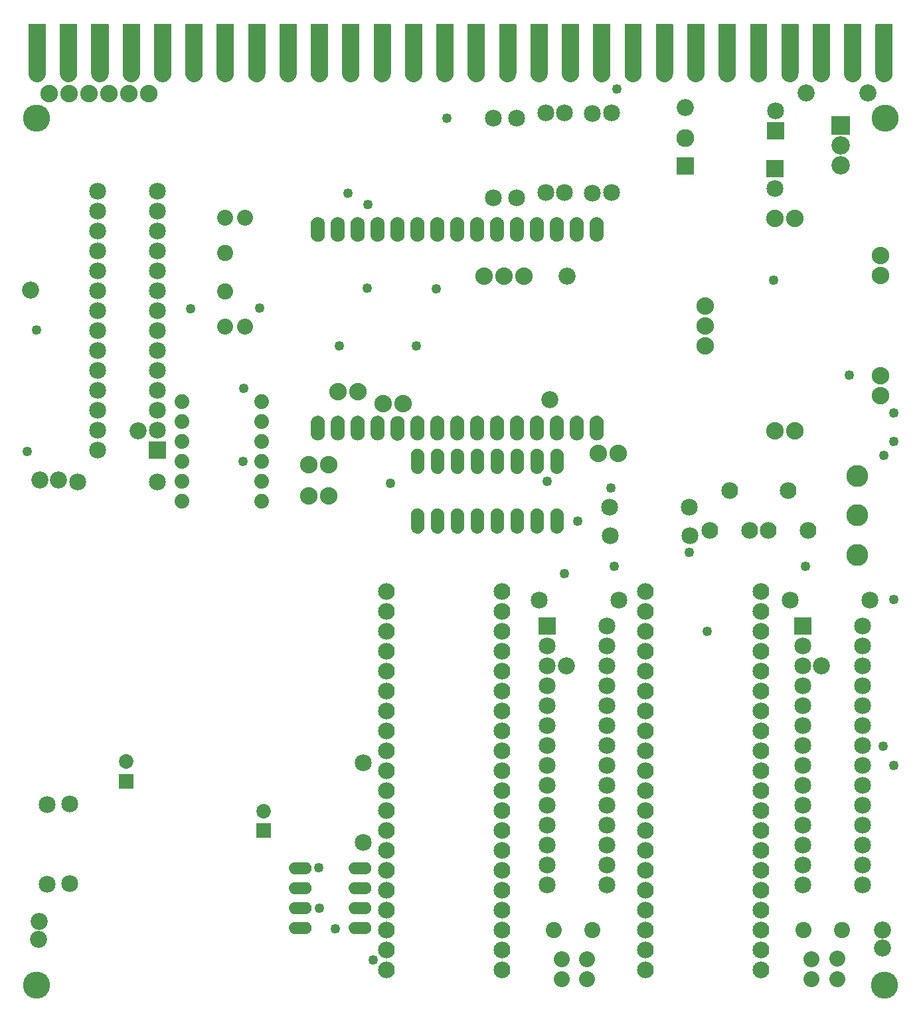
<source format=gts>
G04 MADE WITH FRITZING*
G04 WWW.FRITZING.ORG*
G04 DOUBLE SIDED*
G04 HOLES PLATED*
G04 CONTOUR ON CENTER OF CONTOUR VECTOR*
%ASAXBY*%
%FSLAX23Y23*%
%MOIN*%
%OFA0B0*%
%SFA1.0B1.0*%
%ADD10C,0.049370*%
%ADD11C,0.084000*%
%ADD12C,0.085000*%
%ADD13C,0.088000*%
%ADD14C,0.072992*%
%ADD15C,0.090000*%
%ADD16C,0.062000*%
%ADD17C,0.110000*%
%ADD18C,0.085433*%
%ADD19C,0.074000*%
%ADD20C,0.135984*%
%ADD21C,0.092000*%
%ADD22C,0.080925*%
%ADD23C,0.080866*%
%ADD24C,0.080000*%
%ADD25C,0.068189*%
%ADD26R,0.072992X0.072992*%
%ADD27R,0.090000X0.090000*%
%ADD28R,0.085000X0.085000*%
%ADD29R,0.092000X0.092000*%
%ADD30R,0.001000X0.001000*%
%LNMASK1*%
G90*
G70*
G54D10*
X3797Y3633D03*
X4349Y2755D03*
G54D11*
X3475Y2377D03*
X3575Y2577D03*
X3675Y2377D03*
X3475Y2377D03*
X3575Y2577D03*
X3675Y2377D03*
X3770Y2377D03*
X3870Y2577D03*
X3970Y2377D03*
X3770Y2377D03*
X3870Y2577D03*
X3970Y2377D03*
G54D10*
X2979Y2590D03*
X1872Y2613D03*
X2660Y2625D03*
G54D12*
X262Y1003D03*
X262Y603D03*
G54D13*
X660Y4570D03*
X560Y4570D03*
X460Y4570D03*
X360Y4570D03*
X260Y4570D03*
X160Y4570D03*
G54D14*
X546Y1117D03*
X546Y1216D03*
G54D10*
X3955Y2196D03*
X2994Y2196D03*
X2746Y2161D03*
G54D12*
X148Y999D03*
X148Y599D03*
G54D15*
X3353Y4208D03*
X3353Y4346D03*
G54D16*
X2908Y3889D03*
X2808Y3889D03*
X2708Y3889D03*
X2608Y3889D03*
X2508Y3889D03*
X2408Y3889D03*
X2308Y3889D03*
X2208Y3889D03*
X2108Y3889D03*
X2008Y3889D03*
X1908Y3889D03*
X1808Y3889D03*
X1708Y3889D03*
X1608Y3889D03*
X1508Y3889D03*
X1508Y2889D03*
X1608Y2889D03*
X1708Y2889D03*
X1808Y2889D03*
X1908Y2889D03*
X2008Y2889D03*
X2108Y2889D03*
X2208Y2889D03*
X2308Y2889D03*
X2408Y2889D03*
X2508Y2889D03*
X2608Y2889D03*
X2708Y2889D03*
X2808Y2889D03*
X2908Y2889D03*
G54D13*
X2341Y3653D03*
X2441Y3653D03*
X2541Y3653D03*
G54D10*
X3372Y2267D03*
G54D14*
X1234Y869D03*
X1234Y968D03*
G54D13*
X1609Y3074D03*
X1709Y3074D03*
G54D17*
X4215Y2649D03*
X4215Y2452D03*
X4215Y2255D03*
X4215Y2649D03*
X4215Y2452D03*
X4215Y2255D03*
G54D13*
X1935Y3015D03*
X1835Y3015D03*
G54D12*
X3801Y4192D03*
X3801Y4092D03*
G54D18*
X2672Y3035D03*
G54D12*
X3805Y4385D03*
X3805Y4485D03*
G54D18*
X112Y2629D03*
X2758Y3653D03*
G54D19*
X1225Y2922D03*
X1225Y2822D03*
X1225Y2722D03*
X1225Y2622D03*
X1225Y2522D03*
X825Y2522D03*
X825Y2622D03*
X825Y2722D03*
X825Y2822D03*
X825Y2922D03*
X825Y3022D03*
X1225Y3022D03*
G54D18*
X109Y413D03*
G54D10*
X49Y2775D03*
G54D18*
X105Y322D03*
G54D13*
X3451Y3502D03*
X3451Y3402D03*
X3451Y3302D03*
G54D18*
X207Y2630D03*
G54D13*
X3801Y2876D03*
X3901Y2876D03*
G54D18*
X4341Y279D03*
G54D13*
X4333Y3757D03*
X4333Y3657D03*
G54D18*
X4341Y369D03*
G54D13*
X3801Y3943D03*
X3901Y3943D03*
G54D16*
X1420Y680D03*
X1420Y580D03*
X1720Y580D03*
X1720Y680D03*
X1420Y480D03*
X1420Y380D03*
X1720Y480D03*
X1720Y380D03*
X1420Y680D03*
X1420Y580D03*
X1720Y580D03*
X1720Y680D03*
X1420Y480D03*
X1420Y380D03*
X1720Y480D03*
X1720Y380D03*
G54D20*
X4357Y4448D03*
G54D12*
X1734Y810D03*
X1734Y1210D03*
G54D20*
X4353Y94D03*
G54D10*
X1515Y479D03*
G54D20*
X97Y4448D03*
G54D10*
X1512Y682D03*
G54D20*
X97Y94D03*
G54D10*
X1786Y220D03*
G54D12*
X2506Y4046D03*
X2506Y4446D03*
G54D10*
X1595Y376D03*
G54D12*
X2746Y4072D03*
X2746Y4472D03*
G54D18*
X3353Y4499D03*
G54D12*
X2983Y4072D03*
X2983Y4472D03*
G54D18*
X2754Y1696D03*
G54D12*
X2388Y4046D03*
X2388Y4446D03*
G54D18*
X4034Y1696D03*
G54D12*
X2652Y4072D03*
X2652Y4472D03*
G54D18*
X605Y2877D03*
G54D12*
X2884Y4070D03*
X2884Y4470D03*
G54D18*
X4270Y4573D03*
G54D11*
X1853Y2071D03*
X1853Y1971D03*
X1853Y1871D03*
X1853Y1771D03*
X1853Y1671D03*
X1853Y1571D03*
X1853Y1471D03*
X1853Y1371D03*
X1853Y1271D03*
X1853Y1171D03*
X1853Y1071D03*
X1853Y971D03*
X1853Y871D03*
X1853Y771D03*
X1853Y671D03*
X1853Y571D03*
X1853Y471D03*
X1853Y371D03*
X1853Y271D03*
X1853Y171D03*
X2433Y171D03*
X2433Y271D03*
X2433Y371D03*
X2433Y471D03*
X2433Y571D03*
X2433Y671D03*
X2433Y771D03*
X2433Y871D03*
X2433Y1071D03*
X2433Y1171D03*
X2433Y1271D03*
X2433Y1371D03*
X2433Y1471D03*
X2433Y1571D03*
X2433Y1671D03*
X2433Y1771D03*
X2433Y1871D03*
X2433Y1971D03*
X2433Y2071D03*
X2433Y971D03*
X1853Y2071D03*
X1853Y1971D03*
X1853Y1871D03*
X1853Y1771D03*
X1853Y1671D03*
X1853Y1571D03*
X1853Y1471D03*
X1853Y1371D03*
X1853Y1271D03*
X1853Y1171D03*
X1853Y1071D03*
X1853Y971D03*
X1853Y871D03*
X1853Y771D03*
X1853Y671D03*
X1853Y571D03*
X1853Y471D03*
X1853Y371D03*
X1853Y271D03*
X1853Y171D03*
X2433Y171D03*
X2433Y271D03*
X2433Y371D03*
X2433Y471D03*
X2433Y571D03*
X2433Y671D03*
X2433Y771D03*
X2433Y871D03*
X2433Y1071D03*
X2433Y1171D03*
X2433Y1271D03*
X2433Y1371D03*
X2433Y1471D03*
X2433Y1571D03*
X2433Y1671D03*
X2433Y1771D03*
X2433Y1871D03*
X2433Y1971D03*
X2433Y2071D03*
X2433Y971D03*
X3152Y2071D03*
X3152Y1971D03*
X3152Y1871D03*
X3152Y1771D03*
X3152Y1671D03*
X3152Y1571D03*
X3152Y1471D03*
X3152Y1371D03*
X3152Y1271D03*
X3152Y1171D03*
X3152Y1071D03*
X3152Y971D03*
X3152Y871D03*
X3152Y771D03*
X3152Y671D03*
X3152Y571D03*
X3152Y471D03*
X3152Y371D03*
X3152Y271D03*
X3152Y171D03*
X3732Y171D03*
X3732Y271D03*
X3732Y371D03*
X3732Y471D03*
X3732Y571D03*
X3732Y671D03*
X3732Y771D03*
X3732Y871D03*
X3732Y1071D03*
X3732Y1171D03*
X3732Y1271D03*
X3732Y1371D03*
X3732Y1471D03*
X3732Y1571D03*
X3732Y1671D03*
X3732Y1771D03*
X3732Y1871D03*
X3732Y1971D03*
X3732Y2071D03*
X3732Y971D03*
X3152Y2071D03*
X3152Y1971D03*
X3152Y1871D03*
X3152Y1771D03*
X3152Y1671D03*
X3152Y1571D03*
X3152Y1471D03*
X3152Y1371D03*
X3152Y1271D03*
X3152Y1171D03*
X3152Y1071D03*
X3152Y971D03*
X3152Y871D03*
X3152Y771D03*
X3152Y671D03*
X3152Y571D03*
X3152Y471D03*
X3152Y371D03*
X3152Y271D03*
X3152Y171D03*
X3732Y171D03*
X3732Y271D03*
X3732Y371D03*
X3732Y471D03*
X3732Y571D03*
X3732Y671D03*
X3732Y771D03*
X3732Y871D03*
X3732Y1071D03*
X3732Y1171D03*
X3732Y1271D03*
X3732Y1371D03*
X3732Y1471D03*
X3732Y1571D03*
X3732Y1671D03*
X3732Y1771D03*
X3732Y1871D03*
X3732Y1971D03*
X3732Y2071D03*
X3732Y971D03*
G54D12*
X2659Y1898D03*
X2959Y1898D03*
X2659Y1798D03*
X2959Y1798D03*
X2659Y1698D03*
X2959Y1698D03*
X2659Y1598D03*
X2959Y1598D03*
X2659Y1498D03*
X2959Y1498D03*
X2659Y1398D03*
X2959Y1398D03*
X2659Y1298D03*
X2959Y1298D03*
X2659Y1198D03*
X2959Y1198D03*
X2659Y1098D03*
X2959Y1098D03*
X2659Y998D03*
X2959Y998D03*
X2659Y898D03*
X2959Y898D03*
X2659Y798D03*
X2959Y798D03*
X2659Y698D03*
X2959Y698D03*
X2659Y598D03*
X2959Y598D03*
X703Y2780D03*
X403Y2780D03*
X703Y2880D03*
X403Y2880D03*
X703Y2980D03*
X403Y2980D03*
X703Y3080D03*
X403Y3080D03*
X703Y3180D03*
X403Y3180D03*
X703Y3280D03*
X403Y3280D03*
X703Y3380D03*
X403Y3380D03*
X703Y3480D03*
X403Y3480D03*
X703Y3580D03*
X403Y3580D03*
X703Y3680D03*
X403Y3680D03*
X703Y3780D03*
X403Y3780D03*
X703Y3880D03*
X403Y3880D03*
X703Y3980D03*
X403Y3980D03*
X703Y4080D03*
X403Y4080D03*
G54D10*
X1132Y2723D03*
G54D12*
X3942Y1896D03*
X4242Y1896D03*
X3942Y1796D03*
X4242Y1796D03*
X3942Y1696D03*
X4242Y1696D03*
X3942Y1596D03*
X4242Y1596D03*
X3942Y1496D03*
X4242Y1496D03*
X3942Y1396D03*
X4242Y1396D03*
X3942Y1296D03*
X4242Y1296D03*
X3942Y1196D03*
X4242Y1196D03*
X3942Y1096D03*
X4242Y1096D03*
X3942Y996D03*
X4242Y996D03*
X3942Y896D03*
X4242Y896D03*
X3942Y796D03*
X4242Y796D03*
X3942Y696D03*
X4242Y696D03*
X3942Y596D03*
X4242Y596D03*
G54D10*
X1137Y3089D03*
G54D21*
X4132Y4409D03*
X4132Y4309D03*
X4132Y4209D03*
G54D18*
X65Y3582D03*
G54D10*
X97Y3385D03*
X4175Y3157D03*
X4400Y2968D03*
G54D13*
X2914Y2763D03*
X3014Y2763D03*
G54D10*
X3010Y4594D03*
G54D12*
X703Y2621D03*
X303Y2621D03*
G54D22*
X1042Y3771D03*
G54D23*
X1042Y3578D03*
G54D22*
X4140Y369D03*
G54D23*
X3947Y369D03*
G54D24*
X1042Y3948D03*
X1142Y3948D03*
X1042Y3401D03*
X1142Y3401D03*
X4116Y226D03*
X4116Y125D03*
X3986Y225D03*
X3986Y125D03*
G54D10*
X868Y3491D03*
X1215Y3495D03*
X2002Y3302D03*
X1616Y3302D03*
X1660Y4070D03*
X2101Y3590D03*
X1754Y3594D03*
X1758Y4015D03*
X2156Y4448D03*
G54D25*
X2009Y2424D03*
X2109Y2424D03*
X2609Y2424D03*
X2709Y2424D03*
X2209Y2424D03*
X2309Y2424D03*
X2509Y2424D03*
X2409Y2424D03*
X2709Y2724D03*
X2609Y2724D03*
X2509Y2724D03*
X2409Y2724D03*
X2309Y2724D03*
X2209Y2724D03*
X2109Y2724D03*
X2009Y2724D03*
X2009Y2424D03*
X2109Y2424D03*
X2609Y2424D03*
X2709Y2424D03*
X2209Y2424D03*
X2309Y2424D03*
X2509Y2424D03*
X2409Y2424D03*
X2709Y2724D03*
X2609Y2724D03*
X2509Y2724D03*
X2409Y2724D03*
X2309Y2724D03*
X2209Y2724D03*
X2109Y2724D03*
X2009Y2724D03*
G54D10*
X4400Y2822D03*
G54D12*
X2971Y2495D03*
X3371Y2495D03*
X2975Y2350D03*
X3375Y2350D03*
X3880Y2027D03*
X4280Y2027D03*
G54D10*
X2813Y2424D03*
G54D13*
X1561Y2708D03*
X1461Y2708D03*
X1561Y2550D03*
X1461Y2550D03*
G54D10*
X4345Y1295D03*
X4400Y1196D03*
G54D13*
X4333Y3154D03*
X4333Y3054D03*
G54D10*
X4400Y2031D03*
G54D22*
X2884Y369D03*
G54D23*
X2691Y369D03*
G54D24*
X2860Y224D03*
X2860Y123D03*
X2731Y223D03*
X2731Y123D03*
G54D18*
X3959Y4574D03*
G54D12*
X2620Y2027D03*
X3020Y2027D03*
G54D10*
X3463Y1869D03*
G54D26*
X546Y1117D03*
G54D27*
X3353Y4208D03*
G54D26*
X1234Y869D03*
G54D28*
X3801Y4192D03*
X3805Y4385D03*
X2659Y1898D03*
X703Y2780D03*
X3942Y1896D03*
G54D29*
X4132Y4409D03*
G54D30*
X56Y4919D02*
X141Y4919D01*
X214Y4919D02*
X299Y4919D01*
X371Y4919D02*
X456Y4919D01*
X529Y4919D02*
X614Y4919D01*
X686Y4919D02*
X771Y4919D01*
X844Y4919D02*
X929Y4919D01*
X1001Y4919D02*
X1086Y4919D01*
X1159Y4919D02*
X1244Y4919D01*
X1316Y4919D02*
X1401Y4919D01*
X1474Y4919D02*
X1559Y4919D01*
X1631Y4919D02*
X1716Y4919D01*
X1788Y4919D02*
X1873Y4919D01*
X1946Y4919D02*
X2031Y4919D01*
X2103Y4919D02*
X2188Y4919D01*
X2261Y4919D02*
X2346Y4919D01*
X2418Y4919D02*
X2503Y4919D01*
X2576Y4919D02*
X2661Y4919D01*
X2733Y4919D02*
X2818Y4919D01*
X2891Y4919D02*
X2976Y4919D01*
X3048Y4919D02*
X3133Y4919D01*
X3206Y4919D02*
X3290Y4919D01*
X3363Y4919D02*
X3448Y4919D01*
X3520Y4919D02*
X3605Y4919D01*
X3678Y4919D02*
X3763Y4919D01*
X3835Y4919D02*
X3920Y4919D01*
X3993Y4919D02*
X4078Y4919D01*
X4150Y4919D02*
X4235Y4919D01*
X4308Y4919D02*
X4393Y4919D01*
X56Y4918D02*
X142Y4918D01*
X214Y4918D02*
X299Y4918D01*
X371Y4918D02*
X457Y4918D01*
X529Y4918D02*
X614Y4918D01*
X686Y4918D02*
X772Y4918D01*
X843Y4918D02*
X929Y4918D01*
X1001Y4918D02*
X1086Y4918D01*
X1158Y4918D02*
X1244Y4918D01*
X1316Y4918D02*
X1401Y4918D01*
X1473Y4918D02*
X1559Y4918D01*
X1631Y4918D02*
X1716Y4918D01*
X1788Y4918D02*
X1874Y4918D01*
X1946Y4918D02*
X2031Y4918D01*
X2103Y4918D02*
X2189Y4918D01*
X2260Y4918D02*
X2346Y4918D01*
X2418Y4918D02*
X2504Y4918D01*
X2575Y4918D02*
X2661Y4918D01*
X2733Y4918D02*
X2818Y4918D01*
X2890Y4918D02*
X2976Y4918D01*
X3048Y4918D02*
X3133Y4918D01*
X3205Y4918D02*
X3291Y4918D01*
X3363Y4918D02*
X3448Y4918D01*
X3520Y4918D02*
X3606Y4918D01*
X3678Y4918D02*
X3763Y4918D01*
X3835Y4918D02*
X3921Y4918D01*
X3992Y4918D02*
X4078Y4918D01*
X4150Y4918D02*
X4236Y4918D01*
X4307Y4918D02*
X4393Y4918D01*
X56Y4917D02*
X142Y4917D01*
X214Y4917D02*
X299Y4917D01*
X371Y4917D02*
X457Y4917D01*
X529Y4917D02*
X614Y4917D01*
X686Y4917D02*
X772Y4917D01*
X843Y4917D02*
X929Y4917D01*
X1001Y4917D02*
X1086Y4917D01*
X1158Y4917D02*
X1244Y4917D01*
X1316Y4917D02*
X1401Y4917D01*
X1473Y4917D02*
X1559Y4917D01*
X1631Y4917D02*
X1716Y4917D01*
X1788Y4917D02*
X1874Y4917D01*
X1946Y4917D02*
X2031Y4917D01*
X2103Y4917D02*
X2189Y4917D01*
X2260Y4917D02*
X2346Y4917D01*
X2418Y4917D02*
X2504Y4917D01*
X2575Y4917D02*
X2661Y4917D01*
X2733Y4917D02*
X2818Y4917D01*
X2890Y4917D02*
X2976Y4917D01*
X3048Y4917D02*
X3133Y4917D01*
X3205Y4917D02*
X3291Y4917D01*
X3363Y4917D02*
X3448Y4917D01*
X3520Y4917D02*
X3606Y4917D01*
X3678Y4917D02*
X3763Y4917D01*
X3835Y4917D02*
X3921Y4917D01*
X3992Y4917D02*
X4078Y4917D01*
X4150Y4917D02*
X4236Y4917D01*
X4307Y4917D02*
X4393Y4917D01*
X56Y4916D02*
X142Y4916D01*
X214Y4916D02*
X299Y4916D01*
X371Y4916D02*
X457Y4916D01*
X529Y4916D02*
X614Y4916D01*
X686Y4916D02*
X772Y4916D01*
X843Y4916D02*
X929Y4916D01*
X1001Y4916D02*
X1086Y4916D01*
X1158Y4916D02*
X1244Y4916D01*
X1316Y4916D02*
X1401Y4916D01*
X1473Y4916D02*
X1559Y4916D01*
X1631Y4916D02*
X1716Y4916D01*
X1788Y4916D02*
X1874Y4916D01*
X1946Y4916D02*
X2031Y4916D01*
X2103Y4916D02*
X2189Y4916D01*
X2260Y4916D02*
X2346Y4916D01*
X2418Y4916D02*
X2504Y4916D01*
X2575Y4916D02*
X2661Y4916D01*
X2733Y4916D02*
X2818Y4916D01*
X2890Y4916D02*
X2976Y4916D01*
X3048Y4916D02*
X3133Y4916D01*
X3205Y4916D02*
X3291Y4916D01*
X3363Y4916D02*
X3448Y4916D01*
X3520Y4916D02*
X3606Y4916D01*
X3678Y4916D02*
X3763Y4916D01*
X3835Y4916D02*
X3921Y4916D01*
X3992Y4916D02*
X4078Y4916D01*
X4150Y4916D02*
X4236Y4916D01*
X4307Y4916D02*
X4393Y4916D01*
X56Y4915D02*
X142Y4915D01*
X214Y4915D02*
X299Y4915D01*
X371Y4915D02*
X457Y4915D01*
X529Y4915D02*
X614Y4915D01*
X686Y4915D02*
X772Y4915D01*
X843Y4915D02*
X929Y4915D01*
X1001Y4915D02*
X1086Y4915D01*
X1158Y4915D02*
X1244Y4915D01*
X1316Y4915D02*
X1401Y4915D01*
X1473Y4915D02*
X1559Y4915D01*
X1631Y4915D02*
X1716Y4915D01*
X1788Y4915D02*
X1874Y4915D01*
X1946Y4915D02*
X2031Y4915D01*
X2103Y4915D02*
X2189Y4915D01*
X2260Y4915D02*
X2346Y4915D01*
X2418Y4915D02*
X2504Y4915D01*
X2575Y4915D02*
X2661Y4915D01*
X2733Y4915D02*
X2818Y4915D01*
X2890Y4915D02*
X2976Y4915D01*
X3048Y4915D02*
X3133Y4915D01*
X3205Y4915D02*
X3291Y4915D01*
X3363Y4915D02*
X3448Y4915D01*
X3520Y4915D02*
X3606Y4915D01*
X3678Y4915D02*
X3763Y4915D01*
X3835Y4915D02*
X3921Y4915D01*
X3992Y4915D02*
X4078Y4915D01*
X4150Y4915D02*
X4236Y4915D01*
X4307Y4915D02*
X4393Y4915D01*
X56Y4914D02*
X142Y4914D01*
X214Y4914D02*
X299Y4914D01*
X371Y4914D02*
X457Y4914D01*
X529Y4914D02*
X614Y4914D01*
X686Y4914D02*
X772Y4914D01*
X843Y4914D02*
X929Y4914D01*
X1001Y4914D02*
X1086Y4914D01*
X1158Y4914D02*
X1244Y4914D01*
X1316Y4914D02*
X1401Y4914D01*
X1473Y4914D02*
X1559Y4914D01*
X1631Y4914D02*
X1716Y4914D01*
X1788Y4914D02*
X1874Y4914D01*
X1946Y4914D02*
X2031Y4914D01*
X2103Y4914D02*
X2189Y4914D01*
X2260Y4914D02*
X2346Y4914D01*
X2418Y4914D02*
X2504Y4914D01*
X2575Y4914D02*
X2661Y4914D01*
X2733Y4914D02*
X2818Y4914D01*
X2890Y4914D02*
X2976Y4914D01*
X3048Y4914D02*
X3133Y4914D01*
X3205Y4914D02*
X3291Y4914D01*
X3363Y4914D02*
X3448Y4914D01*
X3520Y4914D02*
X3606Y4914D01*
X3678Y4914D02*
X3763Y4914D01*
X3835Y4914D02*
X3921Y4914D01*
X3992Y4914D02*
X4078Y4914D01*
X4150Y4914D02*
X4236Y4914D01*
X4307Y4914D02*
X4393Y4914D01*
X56Y4913D02*
X142Y4913D01*
X214Y4913D02*
X299Y4913D01*
X371Y4913D02*
X457Y4913D01*
X529Y4913D02*
X614Y4913D01*
X686Y4913D02*
X772Y4913D01*
X843Y4913D02*
X929Y4913D01*
X1001Y4913D02*
X1086Y4913D01*
X1158Y4913D02*
X1244Y4913D01*
X1316Y4913D02*
X1401Y4913D01*
X1473Y4913D02*
X1559Y4913D01*
X1631Y4913D02*
X1716Y4913D01*
X1788Y4913D02*
X1874Y4913D01*
X1946Y4913D02*
X2031Y4913D01*
X2103Y4913D02*
X2189Y4913D01*
X2260Y4913D02*
X2346Y4913D01*
X2418Y4913D02*
X2504Y4913D01*
X2575Y4913D02*
X2661Y4913D01*
X2733Y4913D02*
X2818Y4913D01*
X2890Y4913D02*
X2976Y4913D01*
X3048Y4913D02*
X3133Y4913D01*
X3205Y4913D02*
X3291Y4913D01*
X3363Y4913D02*
X3448Y4913D01*
X3520Y4913D02*
X3606Y4913D01*
X3678Y4913D02*
X3763Y4913D01*
X3835Y4913D02*
X3921Y4913D01*
X3992Y4913D02*
X4078Y4913D01*
X4150Y4913D02*
X4236Y4913D01*
X4307Y4913D02*
X4393Y4913D01*
X56Y4912D02*
X142Y4912D01*
X214Y4912D02*
X299Y4912D01*
X371Y4912D02*
X457Y4912D01*
X529Y4912D02*
X614Y4912D01*
X686Y4912D02*
X772Y4912D01*
X843Y4912D02*
X929Y4912D01*
X1001Y4912D02*
X1086Y4912D01*
X1158Y4912D02*
X1244Y4912D01*
X1316Y4912D02*
X1401Y4912D01*
X1473Y4912D02*
X1559Y4912D01*
X1631Y4912D02*
X1716Y4912D01*
X1788Y4912D02*
X1874Y4912D01*
X1946Y4912D02*
X2031Y4912D01*
X2103Y4912D02*
X2189Y4912D01*
X2260Y4912D02*
X2346Y4912D01*
X2418Y4912D02*
X2504Y4912D01*
X2575Y4912D02*
X2661Y4912D01*
X2733Y4912D02*
X2818Y4912D01*
X2890Y4912D02*
X2976Y4912D01*
X3048Y4912D02*
X3133Y4912D01*
X3205Y4912D02*
X3291Y4912D01*
X3363Y4912D02*
X3448Y4912D01*
X3520Y4912D02*
X3606Y4912D01*
X3678Y4912D02*
X3763Y4912D01*
X3835Y4912D02*
X3921Y4912D01*
X3992Y4912D02*
X4078Y4912D01*
X4150Y4912D02*
X4236Y4912D01*
X4307Y4912D02*
X4393Y4912D01*
X56Y4911D02*
X142Y4911D01*
X214Y4911D02*
X299Y4911D01*
X371Y4911D02*
X457Y4911D01*
X529Y4911D02*
X614Y4911D01*
X686Y4911D02*
X772Y4911D01*
X843Y4911D02*
X929Y4911D01*
X1001Y4911D02*
X1086Y4911D01*
X1158Y4911D02*
X1244Y4911D01*
X1316Y4911D02*
X1401Y4911D01*
X1473Y4911D02*
X1559Y4911D01*
X1631Y4911D02*
X1716Y4911D01*
X1788Y4911D02*
X1874Y4911D01*
X1946Y4911D02*
X2031Y4911D01*
X2103Y4911D02*
X2189Y4911D01*
X2260Y4911D02*
X2346Y4911D01*
X2418Y4911D02*
X2504Y4911D01*
X2575Y4911D02*
X2661Y4911D01*
X2733Y4911D02*
X2818Y4911D01*
X2890Y4911D02*
X2976Y4911D01*
X3048Y4911D02*
X3133Y4911D01*
X3205Y4911D02*
X3291Y4911D01*
X3363Y4911D02*
X3448Y4911D01*
X3520Y4911D02*
X3606Y4911D01*
X3678Y4911D02*
X3763Y4911D01*
X3835Y4911D02*
X3921Y4911D01*
X3992Y4911D02*
X4078Y4911D01*
X4150Y4911D02*
X4236Y4911D01*
X4307Y4911D02*
X4393Y4911D01*
X56Y4910D02*
X142Y4910D01*
X214Y4910D02*
X299Y4910D01*
X371Y4910D02*
X457Y4910D01*
X529Y4910D02*
X614Y4910D01*
X686Y4910D02*
X772Y4910D01*
X843Y4910D02*
X929Y4910D01*
X1001Y4910D02*
X1086Y4910D01*
X1158Y4910D02*
X1244Y4910D01*
X1316Y4910D02*
X1401Y4910D01*
X1473Y4910D02*
X1559Y4910D01*
X1631Y4910D02*
X1716Y4910D01*
X1788Y4910D02*
X1874Y4910D01*
X1946Y4910D02*
X2031Y4910D01*
X2103Y4910D02*
X2189Y4910D01*
X2260Y4910D02*
X2346Y4910D01*
X2418Y4910D02*
X2504Y4910D01*
X2575Y4910D02*
X2661Y4910D01*
X2733Y4910D02*
X2818Y4910D01*
X2890Y4910D02*
X2976Y4910D01*
X3048Y4910D02*
X3133Y4910D01*
X3205Y4910D02*
X3291Y4910D01*
X3363Y4910D02*
X3448Y4910D01*
X3520Y4910D02*
X3606Y4910D01*
X3678Y4910D02*
X3763Y4910D01*
X3835Y4910D02*
X3921Y4910D01*
X3992Y4910D02*
X4078Y4910D01*
X4150Y4910D02*
X4236Y4910D01*
X4307Y4910D02*
X4393Y4910D01*
X56Y4909D02*
X142Y4909D01*
X214Y4909D02*
X299Y4909D01*
X371Y4909D02*
X457Y4909D01*
X529Y4909D02*
X614Y4909D01*
X686Y4909D02*
X772Y4909D01*
X843Y4909D02*
X929Y4909D01*
X1001Y4909D02*
X1086Y4909D01*
X1158Y4909D02*
X1244Y4909D01*
X1316Y4909D02*
X1401Y4909D01*
X1473Y4909D02*
X1559Y4909D01*
X1631Y4909D02*
X1716Y4909D01*
X1788Y4909D02*
X1874Y4909D01*
X1946Y4909D02*
X2031Y4909D01*
X2103Y4909D02*
X2189Y4909D01*
X2260Y4909D02*
X2346Y4909D01*
X2418Y4909D02*
X2504Y4909D01*
X2575Y4909D02*
X2661Y4909D01*
X2733Y4909D02*
X2818Y4909D01*
X2890Y4909D02*
X2976Y4909D01*
X3048Y4909D02*
X3133Y4909D01*
X3205Y4909D02*
X3291Y4909D01*
X3363Y4909D02*
X3448Y4909D01*
X3520Y4909D02*
X3606Y4909D01*
X3678Y4909D02*
X3763Y4909D01*
X3835Y4909D02*
X3921Y4909D01*
X3992Y4909D02*
X4078Y4909D01*
X4150Y4909D02*
X4236Y4909D01*
X4307Y4909D02*
X4393Y4909D01*
X56Y4908D02*
X142Y4908D01*
X214Y4908D02*
X299Y4908D01*
X371Y4908D02*
X457Y4908D01*
X529Y4908D02*
X614Y4908D01*
X686Y4908D02*
X772Y4908D01*
X843Y4908D02*
X929Y4908D01*
X1001Y4908D02*
X1086Y4908D01*
X1158Y4908D02*
X1244Y4908D01*
X1316Y4908D02*
X1401Y4908D01*
X1473Y4908D02*
X1559Y4908D01*
X1631Y4908D02*
X1716Y4908D01*
X1788Y4908D02*
X1874Y4908D01*
X1946Y4908D02*
X2031Y4908D01*
X2103Y4908D02*
X2189Y4908D01*
X2260Y4908D02*
X2346Y4908D01*
X2418Y4908D02*
X2504Y4908D01*
X2575Y4908D02*
X2661Y4908D01*
X2733Y4908D02*
X2818Y4908D01*
X2890Y4908D02*
X2976Y4908D01*
X3048Y4908D02*
X3133Y4908D01*
X3205Y4908D02*
X3291Y4908D01*
X3363Y4908D02*
X3448Y4908D01*
X3520Y4908D02*
X3606Y4908D01*
X3678Y4908D02*
X3763Y4908D01*
X3835Y4908D02*
X3921Y4908D01*
X3992Y4908D02*
X4078Y4908D01*
X4150Y4908D02*
X4236Y4908D01*
X4307Y4908D02*
X4393Y4908D01*
X56Y4907D02*
X142Y4907D01*
X214Y4907D02*
X299Y4907D01*
X371Y4907D02*
X457Y4907D01*
X529Y4907D02*
X614Y4907D01*
X686Y4907D02*
X772Y4907D01*
X843Y4907D02*
X929Y4907D01*
X1001Y4907D02*
X1086Y4907D01*
X1158Y4907D02*
X1244Y4907D01*
X1316Y4907D02*
X1401Y4907D01*
X1473Y4907D02*
X1559Y4907D01*
X1631Y4907D02*
X1716Y4907D01*
X1788Y4907D02*
X1874Y4907D01*
X1946Y4907D02*
X2031Y4907D01*
X2103Y4907D02*
X2189Y4907D01*
X2260Y4907D02*
X2346Y4907D01*
X2418Y4907D02*
X2504Y4907D01*
X2575Y4907D02*
X2661Y4907D01*
X2733Y4907D02*
X2818Y4907D01*
X2890Y4907D02*
X2976Y4907D01*
X3048Y4907D02*
X3133Y4907D01*
X3205Y4907D02*
X3291Y4907D01*
X3363Y4907D02*
X3448Y4907D01*
X3520Y4907D02*
X3606Y4907D01*
X3678Y4907D02*
X3763Y4907D01*
X3835Y4907D02*
X3921Y4907D01*
X3992Y4907D02*
X4078Y4907D01*
X4150Y4907D02*
X4236Y4907D01*
X4307Y4907D02*
X4393Y4907D01*
X56Y4906D02*
X142Y4906D01*
X214Y4906D02*
X299Y4906D01*
X371Y4906D02*
X457Y4906D01*
X529Y4906D02*
X614Y4906D01*
X686Y4906D02*
X772Y4906D01*
X843Y4906D02*
X929Y4906D01*
X1001Y4906D02*
X1086Y4906D01*
X1158Y4906D02*
X1244Y4906D01*
X1316Y4906D02*
X1401Y4906D01*
X1473Y4906D02*
X1559Y4906D01*
X1631Y4906D02*
X1716Y4906D01*
X1788Y4906D02*
X1874Y4906D01*
X1946Y4906D02*
X2031Y4906D01*
X2103Y4906D02*
X2189Y4906D01*
X2260Y4906D02*
X2346Y4906D01*
X2418Y4906D02*
X2504Y4906D01*
X2575Y4906D02*
X2661Y4906D01*
X2733Y4906D02*
X2818Y4906D01*
X2890Y4906D02*
X2976Y4906D01*
X3048Y4906D02*
X3133Y4906D01*
X3205Y4906D02*
X3291Y4906D01*
X3363Y4906D02*
X3448Y4906D01*
X3520Y4906D02*
X3606Y4906D01*
X3678Y4906D02*
X3763Y4906D01*
X3835Y4906D02*
X3921Y4906D01*
X3992Y4906D02*
X4078Y4906D01*
X4150Y4906D02*
X4236Y4906D01*
X4307Y4906D02*
X4393Y4906D01*
X56Y4905D02*
X142Y4905D01*
X214Y4905D02*
X299Y4905D01*
X371Y4905D02*
X457Y4905D01*
X529Y4905D02*
X614Y4905D01*
X686Y4905D02*
X772Y4905D01*
X843Y4905D02*
X929Y4905D01*
X1001Y4905D02*
X1086Y4905D01*
X1158Y4905D02*
X1244Y4905D01*
X1316Y4905D02*
X1401Y4905D01*
X1473Y4905D02*
X1559Y4905D01*
X1631Y4905D02*
X1716Y4905D01*
X1788Y4905D02*
X1874Y4905D01*
X1946Y4905D02*
X2031Y4905D01*
X2103Y4905D02*
X2189Y4905D01*
X2260Y4905D02*
X2346Y4905D01*
X2418Y4905D02*
X2504Y4905D01*
X2575Y4905D02*
X2661Y4905D01*
X2733Y4905D02*
X2818Y4905D01*
X2890Y4905D02*
X2976Y4905D01*
X3048Y4905D02*
X3133Y4905D01*
X3205Y4905D02*
X3291Y4905D01*
X3363Y4905D02*
X3448Y4905D01*
X3520Y4905D02*
X3606Y4905D01*
X3678Y4905D02*
X3763Y4905D01*
X3835Y4905D02*
X3921Y4905D01*
X3992Y4905D02*
X4078Y4905D01*
X4150Y4905D02*
X4236Y4905D01*
X4307Y4905D02*
X4393Y4905D01*
X56Y4904D02*
X142Y4904D01*
X214Y4904D02*
X299Y4904D01*
X371Y4904D02*
X457Y4904D01*
X529Y4904D02*
X614Y4904D01*
X686Y4904D02*
X772Y4904D01*
X843Y4904D02*
X929Y4904D01*
X1001Y4904D02*
X1086Y4904D01*
X1158Y4904D02*
X1244Y4904D01*
X1316Y4904D02*
X1401Y4904D01*
X1473Y4904D02*
X1559Y4904D01*
X1631Y4904D02*
X1716Y4904D01*
X1788Y4904D02*
X1874Y4904D01*
X1946Y4904D02*
X2031Y4904D01*
X2103Y4904D02*
X2189Y4904D01*
X2260Y4904D02*
X2346Y4904D01*
X2418Y4904D02*
X2504Y4904D01*
X2575Y4904D02*
X2661Y4904D01*
X2733Y4904D02*
X2818Y4904D01*
X2890Y4904D02*
X2976Y4904D01*
X3048Y4904D02*
X3133Y4904D01*
X3205Y4904D02*
X3291Y4904D01*
X3363Y4904D02*
X3448Y4904D01*
X3520Y4904D02*
X3606Y4904D01*
X3678Y4904D02*
X3763Y4904D01*
X3835Y4904D02*
X3921Y4904D01*
X3992Y4904D02*
X4078Y4904D01*
X4150Y4904D02*
X4236Y4904D01*
X4307Y4904D02*
X4393Y4904D01*
X56Y4903D02*
X142Y4903D01*
X214Y4903D02*
X299Y4903D01*
X371Y4903D02*
X457Y4903D01*
X529Y4903D02*
X614Y4903D01*
X686Y4903D02*
X772Y4903D01*
X843Y4903D02*
X929Y4903D01*
X1001Y4903D02*
X1086Y4903D01*
X1158Y4903D02*
X1244Y4903D01*
X1316Y4903D02*
X1401Y4903D01*
X1473Y4903D02*
X1559Y4903D01*
X1631Y4903D02*
X1716Y4903D01*
X1788Y4903D02*
X1874Y4903D01*
X1946Y4903D02*
X2031Y4903D01*
X2103Y4903D02*
X2189Y4903D01*
X2260Y4903D02*
X2346Y4903D01*
X2418Y4903D02*
X2504Y4903D01*
X2575Y4903D02*
X2661Y4903D01*
X2733Y4903D02*
X2818Y4903D01*
X2890Y4903D02*
X2976Y4903D01*
X3048Y4903D02*
X3133Y4903D01*
X3205Y4903D02*
X3291Y4903D01*
X3363Y4903D02*
X3448Y4903D01*
X3520Y4903D02*
X3606Y4903D01*
X3678Y4903D02*
X3763Y4903D01*
X3835Y4903D02*
X3921Y4903D01*
X3992Y4903D02*
X4078Y4903D01*
X4150Y4903D02*
X4236Y4903D01*
X4307Y4903D02*
X4393Y4903D01*
X56Y4902D02*
X142Y4902D01*
X214Y4902D02*
X299Y4902D01*
X371Y4902D02*
X457Y4902D01*
X529Y4902D02*
X614Y4902D01*
X686Y4902D02*
X772Y4902D01*
X843Y4902D02*
X929Y4902D01*
X1001Y4902D02*
X1086Y4902D01*
X1158Y4902D02*
X1244Y4902D01*
X1316Y4902D02*
X1401Y4902D01*
X1473Y4902D02*
X1559Y4902D01*
X1631Y4902D02*
X1716Y4902D01*
X1788Y4902D02*
X1874Y4902D01*
X1946Y4902D02*
X2031Y4902D01*
X2103Y4902D02*
X2189Y4902D01*
X2260Y4902D02*
X2346Y4902D01*
X2418Y4902D02*
X2504Y4902D01*
X2575Y4902D02*
X2661Y4902D01*
X2733Y4902D02*
X2818Y4902D01*
X2890Y4902D02*
X2976Y4902D01*
X3048Y4902D02*
X3133Y4902D01*
X3205Y4902D02*
X3291Y4902D01*
X3363Y4902D02*
X3448Y4902D01*
X3520Y4902D02*
X3606Y4902D01*
X3678Y4902D02*
X3763Y4902D01*
X3835Y4902D02*
X3921Y4902D01*
X3992Y4902D02*
X4078Y4902D01*
X4150Y4902D02*
X4236Y4902D01*
X4307Y4902D02*
X4393Y4902D01*
X56Y4901D02*
X142Y4901D01*
X214Y4901D02*
X299Y4901D01*
X371Y4901D02*
X457Y4901D01*
X529Y4901D02*
X614Y4901D01*
X686Y4901D02*
X772Y4901D01*
X843Y4901D02*
X929Y4901D01*
X1001Y4901D02*
X1086Y4901D01*
X1158Y4901D02*
X1244Y4901D01*
X1316Y4901D02*
X1401Y4901D01*
X1473Y4901D02*
X1559Y4901D01*
X1631Y4901D02*
X1716Y4901D01*
X1788Y4901D02*
X1874Y4901D01*
X1946Y4901D02*
X2031Y4901D01*
X2103Y4901D02*
X2189Y4901D01*
X2260Y4901D02*
X2346Y4901D01*
X2418Y4901D02*
X2504Y4901D01*
X2575Y4901D02*
X2661Y4901D01*
X2733Y4901D02*
X2818Y4901D01*
X2890Y4901D02*
X2976Y4901D01*
X3048Y4901D02*
X3133Y4901D01*
X3205Y4901D02*
X3291Y4901D01*
X3363Y4901D02*
X3448Y4901D01*
X3520Y4901D02*
X3606Y4901D01*
X3678Y4901D02*
X3763Y4901D01*
X3835Y4901D02*
X3921Y4901D01*
X3992Y4901D02*
X4078Y4901D01*
X4150Y4901D02*
X4236Y4901D01*
X4307Y4901D02*
X4393Y4901D01*
X56Y4900D02*
X142Y4900D01*
X214Y4900D02*
X299Y4900D01*
X371Y4900D02*
X457Y4900D01*
X529Y4900D02*
X614Y4900D01*
X686Y4900D02*
X772Y4900D01*
X843Y4900D02*
X929Y4900D01*
X1001Y4900D02*
X1086Y4900D01*
X1158Y4900D02*
X1244Y4900D01*
X1316Y4900D02*
X1401Y4900D01*
X1473Y4900D02*
X1559Y4900D01*
X1631Y4900D02*
X1716Y4900D01*
X1788Y4900D02*
X1874Y4900D01*
X1946Y4900D02*
X2031Y4900D01*
X2103Y4900D02*
X2189Y4900D01*
X2260Y4900D02*
X2346Y4900D01*
X2418Y4900D02*
X2504Y4900D01*
X2575Y4900D02*
X2661Y4900D01*
X2733Y4900D02*
X2818Y4900D01*
X2890Y4900D02*
X2976Y4900D01*
X3048Y4900D02*
X3133Y4900D01*
X3205Y4900D02*
X3291Y4900D01*
X3363Y4900D02*
X3448Y4900D01*
X3520Y4900D02*
X3606Y4900D01*
X3678Y4900D02*
X3763Y4900D01*
X3835Y4900D02*
X3921Y4900D01*
X3992Y4900D02*
X4078Y4900D01*
X4150Y4900D02*
X4236Y4900D01*
X4307Y4900D02*
X4393Y4900D01*
X56Y4899D02*
X142Y4899D01*
X214Y4899D02*
X299Y4899D01*
X371Y4899D02*
X457Y4899D01*
X529Y4899D02*
X614Y4899D01*
X686Y4899D02*
X772Y4899D01*
X843Y4899D02*
X929Y4899D01*
X1001Y4899D02*
X1086Y4899D01*
X1158Y4899D02*
X1244Y4899D01*
X1316Y4899D02*
X1401Y4899D01*
X1473Y4899D02*
X1559Y4899D01*
X1631Y4899D02*
X1716Y4899D01*
X1788Y4899D02*
X1874Y4899D01*
X1946Y4899D02*
X2031Y4899D01*
X2103Y4899D02*
X2189Y4899D01*
X2260Y4899D02*
X2346Y4899D01*
X2418Y4899D02*
X2504Y4899D01*
X2575Y4899D02*
X2661Y4899D01*
X2733Y4899D02*
X2818Y4899D01*
X2890Y4899D02*
X2976Y4899D01*
X3048Y4899D02*
X3133Y4899D01*
X3205Y4899D02*
X3291Y4899D01*
X3363Y4899D02*
X3448Y4899D01*
X3520Y4899D02*
X3606Y4899D01*
X3678Y4899D02*
X3763Y4899D01*
X3835Y4899D02*
X3921Y4899D01*
X3992Y4899D02*
X4078Y4899D01*
X4150Y4899D02*
X4236Y4899D01*
X4307Y4899D02*
X4393Y4899D01*
X56Y4898D02*
X142Y4898D01*
X214Y4898D02*
X299Y4898D01*
X371Y4898D02*
X457Y4898D01*
X529Y4898D02*
X614Y4898D01*
X686Y4898D02*
X772Y4898D01*
X843Y4898D02*
X929Y4898D01*
X1001Y4898D02*
X1086Y4898D01*
X1158Y4898D02*
X1244Y4898D01*
X1316Y4898D02*
X1401Y4898D01*
X1473Y4898D02*
X1559Y4898D01*
X1631Y4898D02*
X1716Y4898D01*
X1788Y4898D02*
X1874Y4898D01*
X1946Y4898D02*
X2031Y4898D01*
X2103Y4898D02*
X2189Y4898D01*
X2260Y4898D02*
X2346Y4898D01*
X2418Y4898D02*
X2504Y4898D01*
X2575Y4898D02*
X2661Y4898D01*
X2733Y4898D02*
X2818Y4898D01*
X2890Y4898D02*
X2976Y4898D01*
X3048Y4898D02*
X3133Y4898D01*
X3205Y4898D02*
X3291Y4898D01*
X3363Y4898D02*
X3448Y4898D01*
X3520Y4898D02*
X3606Y4898D01*
X3678Y4898D02*
X3763Y4898D01*
X3835Y4898D02*
X3921Y4898D01*
X3992Y4898D02*
X4078Y4898D01*
X4150Y4898D02*
X4236Y4898D01*
X4307Y4898D02*
X4393Y4898D01*
X56Y4897D02*
X142Y4897D01*
X214Y4897D02*
X299Y4897D01*
X371Y4897D02*
X457Y4897D01*
X529Y4897D02*
X614Y4897D01*
X686Y4897D02*
X772Y4897D01*
X843Y4897D02*
X929Y4897D01*
X1001Y4897D02*
X1086Y4897D01*
X1158Y4897D02*
X1244Y4897D01*
X1316Y4897D02*
X1401Y4897D01*
X1473Y4897D02*
X1559Y4897D01*
X1631Y4897D02*
X1716Y4897D01*
X1788Y4897D02*
X1874Y4897D01*
X1946Y4897D02*
X2031Y4897D01*
X2103Y4897D02*
X2189Y4897D01*
X2260Y4897D02*
X2346Y4897D01*
X2418Y4897D02*
X2504Y4897D01*
X2575Y4897D02*
X2661Y4897D01*
X2733Y4897D02*
X2818Y4897D01*
X2890Y4897D02*
X2976Y4897D01*
X3048Y4897D02*
X3133Y4897D01*
X3205Y4897D02*
X3291Y4897D01*
X3363Y4897D02*
X3448Y4897D01*
X3520Y4897D02*
X3606Y4897D01*
X3678Y4897D02*
X3763Y4897D01*
X3835Y4897D02*
X3921Y4897D01*
X3992Y4897D02*
X4078Y4897D01*
X4150Y4897D02*
X4236Y4897D01*
X4307Y4897D02*
X4393Y4897D01*
X56Y4896D02*
X142Y4896D01*
X214Y4896D02*
X299Y4896D01*
X371Y4896D02*
X457Y4896D01*
X529Y4896D02*
X614Y4896D01*
X686Y4896D02*
X772Y4896D01*
X843Y4896D02*
X929Y4896D01*
X1001Y4896D02*
X1086Y4896D01*
X1158Y4896D02*
X1244Y4896D01*
X1316Y4896D02*
X1401Y4896D01*
X1473Y4896D02*
X1559Y4896D01*
X1631Y4896D02*
X1716Y4896D01*
X1788Y4896D02*
X1874Y4896D01*
X1946Y4896D02*
X2031Y4896D01*
X2103Y4896D02*
X2189Y4896D01*
X2260Y4896D02*
X2346Y4896D01*
X2418Y4896D02*
X2504Y4896D01*
X2575Y4896D02*
X2661Y4896D01*
X2733Y4896D02*
X2818Y4896D01*
X2890Y4896D02*
X2976Y4896D01*
X3048Y4896D02*
X3133Y4896D01*
X3205Y4896D02*
X3291Y4896D01*
X3363Y4896D02*
X3448Y4896D01*
X3520Y4896D02*
X3606Y4896D01*
X3678Y4896D02*
X3763Y4896D01*
X3835Y4896D02*
X3921Y4896D01*
X3992Y4896D02*
X4078Y4896D01*
X4150Y4896D02*
X4236Y4896D01*
X4307Y4896D02*
X4393Y4896D01*
X56Y4895D02*
X142Y4895D01*
X214Y4895D02*
X299Y4895D01*
X371Y4895D02*
X457Y4895D01*
X529Y4895D02*
X614Y4895D01*
X686Y4895D02*
X772Y4895D01*
X843Y4895D02*
X929Y4895D01*
X1001Y4895D02*
X1086Y4895D01*
X1158Y4895D02*
X1244Y4895D01*
X1316Y4895D02*
X1401Y4895D01*
X1473Y4895D02*
X1559Y4895D01*
X1631Y4895D02*
X1716Y4895D01*
X1788Y4895D02*
X1874Y4895D01*
X1946Y4895D02*
X2031Y4895D01*
X2103Y4895D02*
X2189Y4895D01*
X2260Y4895D02*
X2346Y4895D01*
X2418Y4895D02*
X2504Y4895D01*
X2575Y4895D02*
X2661Y4895D01*
X2733Y4895D02*
X2818Y4895D01*
X2890Y4895D02*
X2976Y4895D01*
X3048Y4895D02*
X3133Y4895D01*
X3205Y4895D02*
X3291Y4895D01*
X3363Y4895D02*
X3448Y4895D01*
X3520Y4895D02*
X3606Y4895D01*
X3678Y4895D02*
X3763Y4895D01*
X3835Y4895D02*
X3921Y4895D01*
X3992Y4895D02*
X4078Y4895D01*
X4150Y4895D02*
X4236Y4895D01*
X4307Y4895D02*
X4393Y4895D01*
X56Y4894D02*
X142Y4894D01*
X214Y4894D02*
X299Y4894D01*
X371Y4894D02*
X457Y4894D01*
X529Y4894D02*
X614Y4894D01*
X686Y4894D02*
X772Y4894D01*
X843Y4894D02*
X929Y4894D01*
X1001Y4894D02*
X1086Y4894D01*
X1158Y4894D02*
X1244Y4894D01*
X1316Y4894D02*
X1401Y4894D01*
X1473Y4894D02*
X1559Y4894D01*
X1631Y4894D02*
X1716Y4894D01*
X1788Y4894D02*
X1874Y4894D01*
X1946Y4894D02*
X2031Y4894D01*
X2103Y4894D02*
X2189Y4894D01*
X2260Y4894D02*
X2346Y4894D01*
X2418Y4894D02*
X2504Y4894D01*
X2575Y4894D02*
X2661Y4894D01*
X2733Y4894D02*
X2818Y4894D01*
X2890Y4894D02*
X2976Y4894D01*
X3048Y4894D02*
X3133Y4894D01*
X3205Y4894D02*
X3291Y4894D01*
X3363Y4894D02*
X3448Y4894D01*
X3520Y4894D02*
X3606Y4894D01*
X3678Y4894D02*
X3763Y4894D01*
X3835Y4894D02*
X3921Y4894D01*
X3992Y4894D02*
X4078Y4894D01*
X4150Y4894D02*
X4236Y4894D01*
X4307Y4894D02*
X4393Y4894D01*
X56Y4893D02*
X142Y4893D01*
X214Y4893D02*
X299Y4893D01*
X371Y4893D02*
X457Y4893D01*
X529Y4893D02*
X614Y4893D01*
X686Y4893D02*
X772Y4893D01*
X843Y4893D02*
X929Y4893D01*
X1001Y4893D02*
X1086Y4893D01*
X1158Y4893D02*
X1244Y4893D01*
X1316Y4893D02*
X1401Y4893D01*
X1473Y4893D02*
X1559Y4893D01*
X1631Y4893D02*
X1716Y4893D01*
X1788Y4893D02*
X1874Y4893D01*
X1946Y4893D02*
X2031Y4893D01*
X2103Y4893D02*
X2189Y4893D01*
X2260Y4893D02*
X2346Y4893D01*
X2418Y4893D02*
X2504Y4893D01*
X2575Y4893D02*
X2661Y4893D01*
X2733Y4893D02*
X2818Y4893D01*
X2890Y4893D02*
X2976Y4893D01*
X3048Y4893D02*
X3133Y4893D01*
X3205Y4893D02*
X3291Y4893D01*
X3363Y4893D02*
X3448Y4893D01*
X3520Y4893D02*
X3606Y4893D01*
X3678Y4893D02*
X3763Y4893D01*
X3835Y4893D02*
X3921Y4893D01*
X3992Y4893D02*
X4078Y4893D01*
X4150Y4893D02*
X4236Y4893D01*
X4307Y4893D02*
X4393Y4893D01*
X56Y4892D02*
X142Y4892D01*
X214Y4892D02*
X299Y4892D01*
X371Y4892D02*
X457Y4892D01*
X529Y4892D02*
X614Y4892D01*
X686Y4892D02*
X772Y4892D01*
X843Y4892D02*
X929Y4892D01*
X1001Y4892D02*
X1086Y4892D01*
X1158Y4892D02*
X1244Y4892D01*
X1316Y4892D02*
X1401Y4892D01*
X1473Y4892D02*
X1559Y4892D01*
X1631Y4892D02*
X1716Y4892D01*
X1788Y4892D02*
X1874Y4892D01*
X1946Y4892D02*
X2031Y4892D01*
X2103Y4892D02*
X2189Y4892D01*
X2260Y4892D02*
X2346Y4892D01*
X2418Y4892D02*
X2504Y4892D01*
X2575Y4892D02*
X2661Y4892D01*
X2733Y4892D02*
X2818Y4892D01*
X2890Y4892D02*
X2976Y4892D01*
X3048Y4892D02*
X3133Y4892D01*
X3205Y4892D02*
X3291Y4892D01*
X3363Y4892D02*
X3448Y4892D01*
X3520Y4892D02*
X3606Y4892D01*
X3678Y4892D02*
X3763Y4892D01*
X3835Y4892D02*
X3921Y4892D01*
X3992Y4892D02*
X4078Y4892D01*
X4150Y4892D02*
X4236Y4892D01*
X4307Y4892D02*
X4393Y4892D01*
X56Y4891D02*
X142Y4891D01*
X214Y4891D02*
X299Y4891D01*
X371Y4891D02*
X457Y4891D01*
X529Y4891D02*
X614Y4891D01*
X686Y4891D02*
X772Y4891D01*
X843Y4891D02*
X929Y4891D01*
X1001Y4891D02*
X1086Y4891D01*
X1158Y4891D02*
X1244Y4891D01*
X1316Y4891D02*
X1401Y4891D01*
X1473Y4891D02*
X1559Y4891D01*
X1631Y4891D02*
X1716Y4891D01*
X1788Y4891D02*
X1874Y4891D01*
X1946Y4891D02*
X2031Y4891D01*
X2103Y4891D02*
X2189Y4891D01*
X2260Y4891D02*
X2346Y4891D01*
X2418Y4891D02*
X2504Y4891D01*
X2575Y4891D02*
X2661Y4891D01*
X2733Y4891D02*
X2818Y4891D01*
X2890Y4891D02*
X2976Y4891D01*
X3048Y4891D02*
X3133Y4891D01*
X3205Y4891D02*
X3291Y4891D01*
X3363Y4891D02*
X3448Y4891D01*
X3520Y4891D02*
X3606Y4891D01*
X3678Y4891D02*
X3763Y4891D01*
X3835Y4891D02*
X3921Y4891D01*
X3992Y4891D02*
X4078Y4891D01*
X4150Y4891D02*
X4236Y4891D01*
X4307Y4891D02*
X4393Y4891D01*
X56Y4890D02*
X142Y4890D01*
X214Y4890D02*
X299Y4890D01*
X371Y4890D02*
X457Y4890D01*
X529Y4890D02*
X614Y4890D01*
X686Y4890D02*
X772Y4890D01*
X843Y4890D02*
X929Y4890D01*
X1001Y4890D02*
X1086Y4890D01*
X1158Y4890D02*
X1244Y4890D01*
X1316Y4890D02*
X1401Y4890D01*
X1473Y4890D02*
X1559Y4890D01*
X1631Y4890D02*
X1716Y4890D01*
X1788Y4890D02*
X1874Y4890D01*
X1946Y4890D02*
X2031Y4890D01*
X2103Y4890D02*
X2189Y4890D01*
X2260Y4890D02*
X2346Y4890D01*
X2418Y4890D02*
X2504Y4890D01*
X2575Y4890D02*
X2661Y4890D01*
X2733Y4890D02*
X2818Y4890D01*
X2890Y4890D02*
X2976Y4890D01*
X3048Y4890D02*
X3133Y4890D01*
X3205Y4890D02*
X3291Y4890D01*
X3363Y4890D02*
X3448Y4890D01*
X3520Y4890D02*
X3606Y4890D01*
X3678Y4890D02*
X3763Y4890D01*
X3835Y4890D02*
X3921Y4890D01*
X3992Y4890D02*
X4078Y4890D01*
X4150Y4890D02*
X4236Y4890D01*
X4307Y4890D02*
X4393Y4890D01*
X56Y4889D02*
X142Y4889D01*
X214Y4889D02*
X299Y4889D01*
X371Y4889D02*
X457Y4889D01*
X529Y4889D02*
X614Y4889D01*
X686Y4889D02*
X772Y4889D01*
X843Y4889D02*
X929Y4889D01*
X1001Y4889D02*
X1086Y4889D01*
X1158Y4889D02*
X1244Y4889D01*
X1316Y4889D02*
X1401Y4889D01*
X1473Y4889D02*
X1559Y4889D01*
X1631Y4889D02*
X1716Y4889D01*
X1788Y4889D02*
X1874Y4889D01*
X1946Y4889D02*
X2031Y4889D01*
X2103Y4889D02*
X2189Y4889D01*
X2260Y4889D02*
X2346Y4889D01*
X2418Y4889D02*
X2504Y4889D01*
X2575Y4889D02*
X2661Y4889D01*
X2733Y4889D02*
X2818Y4889D01*
X2890Y4889D02*
X2976Y4889D01*
X3048Y4889D02*
X3133Y4889D01*
X3205Y4889D02*
X3291Y4889D01*
X3363Y4889D02*
X3448Y4889D01*
X3520Y4889D02*
X3606Y4889D01*
X3678Y4889D02*
X3763Y4889D01*
X3835Y4889D02*
X3921Y4889D01*
X3992Y4889D02*
X4078Y4889D01*
X4150Y4889D02*
X4236Y4889D01*
X4307Y4889D02*
X4393Y4889D01*
X56Y4888D02*
X142Y4888D01*
X214Y4888D02*
X299Y4888D01*
X371Y4888D02*
X457Y4888D01*
X529Y4888D02*
X614Y4888D01*
X686Y4888D02*
X772Y4888D01*
X843Y4888D02*
X929Y4888D01*
X1001Y4888D02*
X1086Y4888D01*
X1158Y4888D02*
X1244Y4888D01*
X1316Y4888D02*
X1401Y4888D01*
X1473Y4888D02*
X1559Y4888D01*
X1631Y4888D02*
X1716Y4888D01*
X1788Y4888D02*
X1874Y4888D01*
X1946Y4888D02*
X2031Y4888D01*
X2103Y4888D02*
X2189Y4888D01*
X2260Y4888D02*
X2346Y4888D01*
X2418Y4888D02*
X2504Y4888D01*
X2575Y4888D02*
X2661Y4888D01*
X2733Y4888D02*
X2818Y4888D01*
X2890Y4888D02*
X2976Y4888D01*
X3048Y4888D02*
X3133Y4888D01*
X3205Y4888D02*
X3291Y4888D01*
X3363Y4888D02*
X3448Y4888D01*
X3520Y4888D02*
X3606Y4888D01*
X3678Y4888D02*
X3763Y4888D01*
X3835Y4888D02*
X3921Y4888D01*
X3992Y4888D02*
X4078Y4888D01*
X4150Y4888D02*
X4236Y4888D01*
X4307Y4888D02*
X4393Y4888D01*
X56Y4887D02*
X142Y4887D01*
X214Y4887D02*
X299Y4887D01*
X371Y4887D02*
X457Y4887D01*
X529Y4887D02*
X614Y4887D01*
X686Y4887D02*
X772Y4887D01*
X843Y4887D02*
X929Y4887D01*
X1001Y4887D02*
X1086Y4887D01*
X1158Y4887D02*
X1244Y4887D01*
X1316Y4887D02*
X1401Y4887D01*
X1473Y4887D02*
X1559Y4887D01*
X1631Y4887D02*
X1716Y4887D01*
X1788Y4887D02*
X1874Y4887D01*
X1946Y4887D02*
X2031Y4887D01*
X2103Y4887D02*
X2189Y4887D01*
X2260Y4887D02*
X2346Y4887D01*
X2418Y4887D02*
X2504Y4887D01*
X2575Y4887D02*
X2661Y4887D01*
X2733Y4887D02*
X2818Y4887D01*
X2890Y4887D02*
X2976Y4887D01*
X3048Y4887D02*
X3133Y4887D01*
X3205Y4887D02*
X3291Y4887D01*
X3363Y4887D02*
X3448Y4887D01*
X3520Y4887D02*
X3606Y4887D01*
X3678Y4887D02*
X3763Y4887D01*
X3835Y4887D02*
X3921Y4887D01*
X3992Y4887D02*
X4078Y4887D01*
X4150Y4887D02*
X4236Y4887D01*
X4307Y4887D02*
X4393Y4887D01*
X56Y4886D02*
X142Y4886D01*
X214Y4886D02*
X299Y4886D01*
X371Y4886D02*
X457Y4886D01*
X529Y4886D02*
X614Y4886D01*
X686Y4886D02*
X772Y4886D01*
X843Y4886D02*
X929Y4886D01*
X1001Y4886D02*
X1086Y4886D01*
X1158Y4886D02*
X1244Y4886D01*
X1316Y4886D02*
X1401Y4886D01*
X1473Y4886D02*
X1559Y4886D01*
X1631Y4886D02*
X1716Y4886D01*
X1788Y4886D02*
X1874Y4886D01*
X1946Y4886D02*
X2031Y4886D01*
X2103Y4886D02*
X2189Y4886D01*
X2260Y4886D02*
X2346Y4886D01*
X2418Y4886D02*
X2504Y4886D01*
X2575Y4886D02*
X2661Y4886D01*
X2733Y4886D02*
X2818Y4886D01*
X2890Y4886D02*
X2976Y4886D01*
X3048Y4886D02*
X3133Y4886D01*
X3205Y4886D02*
X3291Y4886D01*
X3363Y4886D02*
X3448Y4886D01*
X3520Y4886D02*
X3606Y4886D01*
X3678Y4886D02*
X3763Y4886D01*
X3835Y4886D02*
X3921Y4886D01*
X3992Y4886D02*
X4078Y4886D01*
X4150Y4886D02*
X4236Y4886D01*
X4307Y4886D02*
X4393Y4886D01*
X56Y4885D02*
X142Y4885D01*
X214Y4885D02*
X299Y4885D01*
X371Y4885D02*
X457Y4885D01*
X529Y4885D02*
X614Y4885D01*
X686Y4885D02*
X772Y4885D01*
X843Y4885D02*
X929Y4885D01*
X1001Y4885D02*
X1086Y4885D01*
X1158Y4885D02*
X1244Y4885D01*
X1316Y4885D02*
X1401Y4885D01*
X1473Y4885D02*
X1559Y4885D01*
X1631Y4885D02*
X1716Y4885D01*
X1788Y4885D02*
X1874Y4885D01*
X1946Y4885D02*
X2031Y4885D01*
X2103Y4885D02*
X2189Y4885D01*
X2260Y4885D02*
X2346Y4885D01*
X2418Y4885D02*
X2504Y4885D01*
X2575Y4885D02*
X2661Y4885D01*
X2733Y4885D02*
X2818Y4885D01*
X2890Y4885D02*
X2976Y4885D01*
X3048Y4885D02*
X3133Y4885D01*
X3205Y4885D02*
X3291Y4885D01*
X3363Y4885D02*
X3448Y4885D01*
X3520Y4885D02*
X3606Y4885D01*
X3678Y4885D02*
X3763Y4885D01*
X3835Y4885D02*
X3921Y4885D01*
X3992Y4885D02*
X4078Y4885D01*
X4150Y4885D02*
X4236Y4885D01*
X4307Y4885D02*
X4393Y4885D01*
X56Y4884D02*
X142Y4884D01*
X214Y4884D02*
X299Y4884D01*
X371Y4884D02*
X457Y4884D01*
X529Y4884D02*
X614Y4884D01*
X686Y4884D02*
X772Y4884D01*
X843Y4884D02*
X929Y4884D01*
X1001Y4884D02*
X1086Y4884D01*
X1158Y4884D02*
X1244Y4884D01*
X1316Y4884D02*
X1401Y4884D01*
X1473Y4884D02*
X1559Y4884D01*
X1631Y4884D02*
X1716Y4884D01*
X1788Y4884D02*
X1874Y4884D01*
X1946Y4884D02*
X2031Y4884D01*
X2103Y4884D02*
X2189Y4884D01*
X2260Y4884D02*
X2346Y4884D01*
X2418Y4884D02*
X2504Y4884D01*
X2575Y4884D02*
X2661Y4884D01*
X2733Y4884D02*
X2818Y4884D01*
X2890Y4884D02*
X2976Y4884D01*
X3048Y4884D02*
X3133Y4884D01*
X3205Y4884D02*
X3291Y4884D01*
X3363Y4884D02*
X3448Y4884D01*
X3520Y4884D02*
X3606Y4884D01*
X3678Y4884D02*
X3763Y4884D01*
X3835Y4884D02*
X3921Y4884D01*
X3992Y4884D02*
X4078Y4884D01*
X4150Y4884D02*
X4236Y4884D01*
X4307Y4884D02*
X4393Y4884D01*
X56Y4883D02*
X142Y4883D01*
X214Y4883D02*
X299Y4883D01*
X371Y4883D02*
X457Y4883D01*
X529Y4883D02*
X614Y4883D01*
X686Y4883D02*
X772Y4883D01*
X843Y4883D02*
X929Y4883D01*
X1001Y4883D02*
X1086Y4883D01*
X1158Y4883D02*
X1244Y4883D01*
X1316Y4883D02*
X1401Y4883D01*
X1473Y4883D02*
X1559Y4883D01*
X1631Y4883D02*
X1716Y4883D01*
X1788Y4883D02*
X1874Y4883D01*
X1946Y4883D02*
X2031Y4883D01*
X2103Y4883D02*
X2189Y4883D01*
X2260Y4883D02*
X2346Y4883D01*
X2418Y4883D02*
X2504Y4883D01*
X2575Y4883D02*
X2661Y4883D01*
X2733Y4883D02*
X2818Y4883D01*
X2890Y4883D02*
X2976Y4883D01*
X3048Y4883D02*
X3133Y4883D01*
X3205Y4883D02*
X3291Y4883D01*
X3363Y4883D02*
X3448Y4883D01*
X3520Y4883D02*
X3606Y4883D01*
X3678Y4883D02*
X3763Y4883D01*
X3835Y4883D02*
X3921Y4883D01*
X3992Y4883D02*
X4078Y4883D01*
X4150Y4883D02*
X4236Y4883D01*
X4307Y4883D02*
X4393Y4883D01*
X56Y4882D02*
X142Y4882D01*
X214Y4882D02*
X299Y4882D01*
X371Y4882D02*
X457Y4882D01*
X529Y4882D02*
X614Y4882D01*
X686Y4882D02*
X772Y4882D01*
X843Y4882D02*
X929Y4882D01*
X1001Y4882D02*
X1086Y4882D01*
X1158Y4882D02*
X1244Y4882D01*
X1316Y4882D02*
X1401Y4882D01*
X1473Y4882D02*
X1559Y4882D01*
X1631Y4882D02*
X1716Y4882D01*
X1788Y4882D02*
X1874Y4882D01*
X1946Y4882D02*
X2031Y4882D01*
X2103Y4882D02*
X2189Y4882D01*
X2260Y4882D02*
X2346Y4882D01*
X2418Y4882D02*
X2504Y4882D01*
X2575Y4882D02*
X2661Y4882D01*
X2733Y4882D02*
X2818Y4882D01*
X2890Y4882D02*
X2976Y4882D01*
X3048Y4882D02*
X3133Y4882D01*
X3205Y4882D02*
X3291Y4882D01*
X3363Y4882D02*
X3448Y4882D01*
X3520Y4882D02*
X3606Y4882D01*
X3678Y4882D02*
X3763Y4882D01*
X3835Y4882D02*
X3921Y4882D01*
X3992Y4882D02*
X4078Y4882D01*
X4150Y4882D02*
X4236Y4882D01*
X4307Y4882D02*
X4393Y4882D01*
X56Y4881D02*
X142Y4881D01*
X214Y4881D02*
X299Y4881D01*
X371Y4881D02*
X457Y4881D01*
X529Y4881D02*
X614Y4881D01*
X686Y4881D02*
X772Y4881D01*
X843Y4881D02*
X929Y4881D01*
X1001Y4881D02*
X1086Y4881D01*
X1158Y4881D02*
X1244Y4881D01*
X1316Y4881D02*
X1401Y4881D01*
X1473Y4881D02*
X1559Y4881D01*
X1631Y4881D02*
X1716Y4881D01*
X1788Y4881D02*
X1874Y4881D01*
X1946Y4881D02*
X2031Y4881D01*
X2103Y4881D02*
X2189Y4881D01*
X2260Y4881D02*
X2346Y4881D01*
X2418Y4881D02*
X2504Y4881D01*
X2575Y4881D02*
X2661Y4881D01*
X2733Y4881D02*
X2818Y4881D01*
X2890Y4881D02*
X2976Y4881D01*
X3048Y4881D02*
X3133Y4881D01*
X3205Y4881D02*
X3291Y4881D01*
X3363Y4881D02*
X3448Y4881D01*
X3520Y4881D02*
X3606Y4881D01*
X3678Y4881D02*
X3763Y4881D01*
X3835Y4881D02*
X3921Y4881D01*
X3992Y4881D02*
X4078Y4881D01*
X4150Y4881D02*
X4236Y4881D01*
X4307Y4881D02*
X4393Y4881D01*
X56Y4880D02*
X142Y4880D01*
X214Y4880D02*
X299Y4880D01*
X371Y4880D02*
X457Y4880D01*
X529Y4880D02*
X614Y4880D01*
X686Y4880D02*
X772Y4880D01*
X843Y4880D02*
X929Y4880D01*
X1001Y4880D02*
X1086Y4880D01*
X1158Y4880D02*
X1244Y4880D01*
X1316Y4880D02*
X1401Y4880D01*
X1473Y4880D02*
X1559Y4880D01*
X1631Y4880D02*
X1716Y4880D01*
X1788Y4880D02*
X1874Y4880D01*
X1946Y4880D02*
X2031Y4880D01*
X2103Y4880D02*
X2189Y4880D01*
X2260Y4880D02*
X2346Y4880D01*
X2418Y4880D02*
X2504Y4880D01*
X2575Y4880D02*
X2661Y4880D01*
X2733Y4880D02*
X2818Y4880D01*
X2890Y4880D02*
X2976Y4880D01*
X3048Y4880D02*
X3133Y4880D01*
X3205Y4880D02*
X3291Y4880D01*
X3363Y4880D02*
X3448Y4880D01*
X3520Y4880D02*
X3606Y4880D01*
X3678Y4880D02*
X3763Y4880D01*
X3835Y4880D02*
X3921Y4880D01*
X3992Y4880D02*
X4078Y4880D01*
X4150Y4880D02*
X4236Y4880D01*
X4307Y4880D02*
X4393Y4880D01*
X56Y4879D02*
X142Y4879D01*
X214Y4879D02*
X299Y4879D01*
X371Y4879D02*
X457Y4879D01*
X529Y4879D02*
X614Y4879D01*
X686Y4879D02*
X772Y4879D01*
X843Y4879D02*
X929Y4879D01*
X1001Y4879D02*
X1086Y4879D01*
X1158Y4879D02*
X1244Y4879D01*
X1316Y4879D02*
X1401Y4879D01*
X1473Y4879D02*
X1559Y4879D01*
X1631Y4879D02*
X1716Y4879D01*
X1788Y4879D02*
X1874Y4879D01*
X1946Y4879D02*
X2031Y4879D01*
X2103Y4879D02*
X2189Y4879D01*
X2260Y4879D02*
X2346Y4879D01*
X2418Y4879D02*
X2504Y4879D01*
X2575Y4879D02*
X2661Y4879D01*
X2733Y4879D02*
X2818Y4879D01*
X2890Y4879D02*
X2976Y4879D01*
X3048Y4879D02*
X3133Y4879D01*
X3205Y4879D02*
X3291Y4879D01*
X3363Y4879D02*
X3448Y4879D01*
X3520Y4879D02*
X3606Y4879D01*
X3678Y4879D02*
X3763Y4879D01*
X3835Y4879D02*
X3921Y4879D01*
X3992Y4879D02*
X4078Y4879D01*
X4150Y4879D02*
X4236Y4879D01*
X4307Y4879D02*
X4393Y4879D01*
X56Y4878D02*
X142Y4878D01*
X214Y4878D02*
X299Y4878D01*
X371Y4878D02*
X457Y4878D01*
X529Y4878D02*
X614Y4878D01*
X686Y4878D02*
X772Y4878D01*
X843Y4878D02*
X929Y4878D01*
X1001Y4878D02*
X1086Y4878D01*
X1158Y4878D02*
X1244Y4878D01*
X1316Y4878D02*
X1401Y4878D01*
X1473Y4878D02*
X1559Y4878D01*
X1631Y4878D02*
X1716Y4878D01*
X1788Y4878D02*
X1874Y4878D01*
X1946Y4878D02*
X2031Y4878D01*
X2103Y4878D02*
X2189Y4878D01*
X2260Y4878D02*
X2346Y4878D01*
X2418Y4878D02*
X2504Y4878D01*
X2575Y4878D02*
X2661Y4878D01*
X2733Y4878D02*
X2818Y4878D01*
X2890Y4878D02*
X2976Y4878D01*
X3048Y4878D02*
X3133Y4878D01*
X3205Y4878D02*
X3291Y4878D01*
X3363Y4878D02*
X3448Y4878D01*
X3520Y4878D02*
X3606Y4878D01*
X3678Y4878D02*
X3763Y4878D01*
X3835Y4878D02*
X3921Y4878D01*
X3992Y4878D02*
X4078Y4878D01*
X4150Y4878D02*
X4236Y4878D01*
X4307Y4878D02*
X4393Y4878D01*
X56Y4877D02*
X142Y4877D01*
X214Y4877D02*
X299Y4877D01*
X371Y4877D02*
X457Y4877D01*
X529Y4877D02*
X614Y4877D01*
X686Y4877D02*
X772Y4877D01*
X843Y4877D02*
X929Y4877D01*
X1001Y4877D02*
X1086Y4877D01*
X1158Y4877D02*
X1244Y4877D01*
X1316Y4877D02*
X1401Y4877D01*
X1473Y4877D02*
X1559Y4877D01*
X1631Y4877D02*
X1716Y4877D01*
X1788Y4877D02*
X1874Y4877D01*
X1946Y4877D02*
X2031Y4877D01*
X2103Y4877D02*
X2189Y4877D01*
X2260Y4877D02*
X2346Y4877D01*
X2418Y4877D02*
X2504Y4877D01*
X2575Y4877D02*
X2661Y4877D01*
X2733Y4877D02*
X2818Y4877D01*
X2890Y4877D02*
X2976Y4877D01*
X3048Y4877D02*
X3133Y4877D01*
X3205Y4877D02*
X3291Y4877D01*
X3363Y4877D02*
X3448Y4877D01*
X3520Y4877D02*
X3606Y4877D01*
X3678Y4877D02*
X3763Y4877D01*
X3835Y4877D02*
X3921Y4877D01*
X3992Y4877D02*
X4078Y4877D01*
X4150Y4877D02*
X4236Y4877D01*
X4307Y4877D02*
X4393Y4877D01*
X56Y4876D02*
X142Y4876D01*
X214Y4876D02*
X299Y4876D01*
X371Y4876D02*
X457Y4876D01*
X529Y4876D02*
X614Y4876D01*
X686Y4876D02*
X772Y4876D01*
X843Y4876D02*
X929Y4876D01*
X1001Y4876D02*
X1086Y4876D01*
X1158Y4876D02*
X1244Y4876D01*
X1316Y4876D02*
X1401Y4876D01*
X1473Y4876D02*
X1559Y4876D01*
X1631Y4876D02*
X1716Y4876D01*
X1788Y4876D02*
X1874Y4876D01*
X1946Y4876D02*
X2031Y4876D01*
X2103Y4876D02*
X2189Y4876D01*
X2260Y4876D02*
X2346Y4876D01*
X2418Y4876D02*
X2504Y4876D01*
X2575Y4876D02*
X2661Y4876D01*
X2733Y4876D02*
X2818Y4876D01*
X2890Y4876D02*
X2976Y4876D01*
X3048Y4876D02*
X3133Y4876D01*
X3205Y4876D02*
X3291Y4876D01*
X3363Y4876D02*
X3448Y4876D01*
X3520Y4876D02*
X3606Y4876D01*
X3678Y4876D02*
X3763Y4876D01*
X3835Y4876D02*
X3921Y4876D01*
X3992Y4876D02*
X4078Y4876D01*
X4150Y4876D02*
X4236Y4876D01*
X4307Y4876D02*
X4393Y4876D01*
X56Y4875D02*
X142Y4875D01*
X214Y4875D02*
X299Y4875D01*
X371Y4875D02*
X457Y4875D01*
X529Y4875D02*
X614Y4875D01*
X686Y4875D02*
X772Y4875D01*
X843Y4875D02*
X929Y4875D01*
X1001Y4875D02*
X1086Y4875D01*
X1158Y4875D02*
X1244Y4875D01*
X1316Y4875D02*
X1401Y4875D01*
X1473Y4875D02*
X1559Y4875D01*
X1631Y4875D02*
X1716Y4875D01*
X1788Y4875D02*
X1874Y4875D01*
X1946Y4875D02*
X2031Y4875D01*
X2103Y4875D02*
X2189Y4875D01*
X2260Y4875D02*
X2346Y4875D01*
X2418Y4875D02*
X2504Y4875D01*
X2575Y4875D02*
X2661Y4875D01*
X2733Y4875D02*
X2818Y4875D01*
X2890Y4875D02*
X2976Y4875D01*
X3048Y4875D02*
X3133Y4875D01*
X3205Y4875D02*
X3291Y4875D01*
X3363Y4875D02*
X3448Y4875D01*
X3520Y4875D02*
X3606Y4875D01*
X3678Y4875D02*
X3763Y4875D01*
X3835Y4875D02*
X3921Y4875D01*
X3992Y4875D02*
X4078Y4875D01*
X4150Y4875D02*
X4236Y4875D01*
X4307Y4875D02*
X4393Y4875D01*
X56Y4874D02*
X142Y4874D01*
X214Y4874D02*
X299Y4874D01*
X371Y4874D02*
X457Y4874D01*
X529Y4874D02*
X614Y4874D01*
X686Y4874D02*
X772Y4874D01*
X843Y4874D02*
X929Y4874D01*
X1001Y4874D02*
X1086Y4874D01*
X1158Y4874D02*
X1244Y4874D01*
X1316Y4874D02*
X1401Y4874D01*
X1473Y4874D02*
X1559Y4874D01*
X1631Y4874D02*
X1716Y4874D01*
X1788Y4874D02*
X1874Y4874D01*
X1946Y4874D02*
X2031Y4874D01*
X2103Y4874D02*
X2189Y4874D01*
X2260Y4874D02*
X2346Y4874D01*
X2418Y4874D02*
X2504Y4874D01*
X2575Y4874D02*
X2661Y4874D01*
X2733Y4874D02*
X2818Y4874D01*
X2890Y4874D02*
X2976Y4874D01*
X3048Y4874D02*
X3133Y4874D01*
X3205Y4874D02*
X3291Y4874D01*
X3363Y4874D02*
X3448Y4874D01*
X3520Y4874D02*
X3606Y4874D01*
X3678Y4874D02*
X3763Y4874D01*
X3835Y4874D02*
X3921Y4874D01*
X3992Y4874D02*
X4078Y4874D01*
X4150Y4874D02*
X4236Y4874D01*
X4307Y4874D02*
X4393Y4874D01*
X56Y4873D02*
X142Y4873D01*
X214Y4873D02*
X299Y4873D01*
X371Y4873D02*
X457Y4873D01*
X529Y4873D02*
X614Y4873D01*
X686Y4873D02*
X772Y4873D01*
X843Y4873D02*
X929Y4873D01*
X1001Y4873D02*
X1086Y4873D01*
X1158Y4873D02*
X1244Y4873D01*
X1316Y4873D02*
X1401Y4873D01*
X1473Y4873D02*
X1559Y4873D01*
X1631Y4873D02*
X1716Y4873D01*
X1788Y4873D02*
X1874Y4873D01*
X1946Y4873D02*
X2031Y4873D01*
X2103Y4873D02*
X2189Y4873D01*
X2260Y4873D02*
X2346Y4873D01*
X2418Y4873D02*
X2504Y4873D01*
X2575Y4873D02*
X2661Y4873D01*
X2733Y4873D02*
X2818Y4873D01*
X2890Y4873D02*
X2976Y4873D01*
X3048Y4873D02*
X3133Y4873D01*
X3205Y4873D02*
X3291Y4873D01*
X3363Y4873D02*
X3448Y4873D01*
X3520Y4873D02*
X3606Y4873D01*
X3678Y4873D02*
X3763Y4873D01*
X3835Y4873D02*
X3921Y4873D01*
X3992Y4873D02*
X4078Y4873D01*
X4150Y4873D02*
X4236Y4873D01*
X4307Y4873D02*
X4393Y4873D01*
X56Y4872D02*
X142Y4872D01*
X214Y4872D02*
X299Y4872D01*
X371Y4872D02*
X457Y4872D01*
X529Y4872D02*
X614Y4872D01*
X686Y4872D02*
X772Y4872D01*
X843Y4872D02*
X929Y4872D01*
X1001Y4872D02*
X1086Y4872D01*
X1158Y4872D02*
X1244Y4872D01*
X1316Y4872D02*
X1401Y4872D01*
X1473Y4872D02*
X1559Y4872D01*
X1631Y4872D02*
X1716Y4872D01*
X1788Y4872D02*
X1874Y4872D01*
X1946Y4872D02*
X2031Y4872D01*
X2103Y4872D02*
X2189Y4872D01*
X2260Y4872D02*
X2346Y4872D01*
X2418Y4872D02*
X2504Y4872D01*
X2575Y4872D02*
X2661Y4872D01*
X2733Y4872D02*
X2818Y4872D01*
X2890Y4872D02*
X2976Y4872D01*
X3048Y4872D02*
X3133Y4872D01*
X3205Y4872D02*
X3291Y4872D01*
X3363Y4872D02*
X3448Y4872D01*
X3520Y4872D02*
X3606Y4872D01*
X3678Y4872D02*
X3763Y4872D01*
X3835Y4872D02*
X3921Y4872D01*
X3992Y4872D02*
X4078Y4872D01*
X4150Y4872D02*
X4236Y4872D01*
X4307Y4872D02*
X4393Y4872D01*
X56Y4871D02*
X142Y4871D01*
X214Y4871D02*
X299Y4871D01*
X371Y4871D02*
X457Y4871D01*
X529Y4871D02*
X614Y4871D01*
X686Y4871D02*
X772Y4871D01*
X843Y4871D02*
X929Y4871D01*
X1001Y4871D02*
X1086Y4871D01*
X1158Y4871D02*
X1244Y4871D01*
X1316Y4871D02*
X1401Y4871D01*
X1473Y4871D02*
X1559Y4871D01*
X1631Y4871D02*
X1716Y4871D01*
X1788Y4871D02*
X1874Y4871D01*
X1946Y4871D02*
X2031Y4871D01*
X2103Y4871D02*
X2189Y4871D01*
X2260Y4871D02*
X2346Y4871D01*
X2418Y4871D02*
X2504Y4871D01*
X2575Y4871D02*
X2661Y4871D01*
X2733Y4871D02*
X2818Y4871D01*
X2890Y4871D02*
X2976Y4871D01*
X3048Y4871D02*
X3133Y4871D01*
X3205Y4871D02*
X3291Y4871D01*
X3363Y4871D02*
X3448Y4871D01*
X3520Y4871D02*
X3606Y4871D01*
X3678Y4871D02*
X3763Y4871D01*
X3835Y4871D02*
X3921Y4871D01*
X3992Y4871D02*
X4078Y4871D01*
X4150Y4871D02*
X4236Y4871D01*
X4307Y4871D02*
X4393Y4871D01*
X56Y4870D02*
X142Y4870D01*
X214Y4870D02*
X299Y4870D01*
X371Y4870D02*
X457Y4870D01*
X529Y4870D02*
X614Y4870D01*
X686Y4870D02*
X772Y4870D01*
X843Y4870D02*
X929Y4870D01*
X1001Y4870D02*
X1086Y4870D01*
X1158Y4870D02*
X1244Y4870D01*
X1316Y4870D02*
X1401Y4870D01*
X1473Y4870D02*
X1559Y4870D01*
X1631Y4870D02*
X1716Y4870D01*
X1788Y4870D02*
X1874Y4870D01*
X1946Y4870D02*
X2031Y4870D01*
X2103Y4870D02*
X2189Y4870D01*
X2260Y4870D02*
X2346Y4870D01*
X2418Y4870D02*
X2504Y4870D01*
X2575Y4870D02*
X2661Y4870D01*
X2733Y4870D02*
X2818Y4870D01*
X2890Y4870D02*
X2976Y4870D01*
X3048Y4870D02*
X3133Y4870D01*
X3205Y4870D02*
X3291Y4870D01*
X3363Y4870D02*
X3448Y4870D01*
X3520Y4870D02*
X3606Y4870D01*
X3678Y4870D02*
X3763Y4870D01*
X3835Y4870D02*
X3921Y4870D01*
X3992Y4870D02*
X4078Y4870D01*
X4150Y4870D02*
X4236Y4870D01*
X4307Y4870D02*
X4393Y4870D01*
X56Y4869D02*
X142Y4869D01*
X214Y4869D02*
X299Y4869D01*
X371Y4869D02*
X457Y4869D01*
X529Y4869D02*
X614Y4869D01*
X686Y4869D02*
X772Y4869D01*
X843Y4869D02*
X929Y4869D01*
X1001Y4869D02*
X1086Y4869D01*
X1158Y4869D02*
X1244Y4869D01*
X1316Y4869D02*
X1401Y4869D01*
X1473Y4869D02*
X1559Y4869D01*
X1631Y4869D02*
X1716Y4869D01*
X1788Y4869D02*
X1874Y4869D01*
X1946Y4869D02*
X2031Y4869D01*
X2103Y4869D02*
X2189Y4869D01*
X2260Y4869D02*
X2346Y4869D01*
X2418Y4869D02*
X2504Y4869D01*
X2575Y4869D02*
X2661Y4869D01*
X2733Y4869D02*
X2818Y4869D01*
X2890Y4869D02*
X2976Y4869D01*
X3048Y4869D02*
X3133Y4869D01*
X3205Y4869D02*
X3291Y4869D01*
X3363Y4869D02*
X3448Y4869D01*
X3520Y4869D02*
X3606Y4869D01*
X3678Y4869D02*
X3763Y4869D01*
X3835Y4869D02*
X3921Y4869D01*
X3992Y4869D02*
X4078Y4869D01*
X4150Y4869D02*
X4236Y4869D01*
X4307Y4869D02*
X4393Y4869D01*
X56Y4868D02*
X142Y4868D01*
X214Y4868D02*
X299Y4868D01*
X371Y4868D02*
X457Y4868D01*
X529Y4868D02*
X614Y4868D01*
X686Y4868D02*
X772Y4868D01*
X843Y4868D02*
X929Y4868D01*
X1001Y4868D02*
X1086Y4868D01*
X1158Y4868D02*
X1244Y4868D01*
X1316Y4868D02*
X1401Y4868D01*
X1473Y4868D02*
X1559Y4868D01*
X1631Y4868D02*
X1716Y4868D01*
X1788Y4868D02*
X1874Y4868D01*
X1946Y4868D02*
X2031Y4868D01*
X2103Y4868D02*
X2189Y4868D01*
X2260Y4868D02*
X2346Y4868D01*
X2418Y4868D02*
X2504Y4868D01*
X2575Y4868D02*
X2661Y4868D01*
X2733Y4868D02*
X2818Y4868D01*
X2890Y4868D02*
X2976Y4868D01*
X3048Y4868D02*
X3133Y4868D01*
X3205Y4868D02*
X3291Y4868D01*
X3363Y4868D02*
X3448Y4868D01*
X3520Y4868D02*
X3606Y4868D01*
X3678Y4868D02*
X3763Y4868D01*
X3835Y4868D02*
X3921Y4868D01*
X3992Y4868D02*
X4078Y4868D01*
X4150Y4868D02*
X4236Y4868D01*
X4307Y4868D02*
X4393Y4868D01*
X56Y4867D02*
X142Y4867D01*
X214Y4867D02*
X299Y4867D01*
X371Y4867D02*
X457Y4867D01*
X529Y4867D02*
X614Y4867D01*
X686Y4867D02*
X772Y4867D01*
X843Y4867D02*
X929Y4867D01*
X1001Y4867D02*
X1086Y4867D01*
X1158Y4867D02*
X1244Y4867D01*
X1316Y4867D02*
X1401Y4867D01*
X1473Y4867D02*
X1559Y4867D01*
X1631Y4867D02*
X1716Y4867D01*
X1788Y4867D02*
X1874Y4867D01*
X1946Y4867D02*
X2031Y4867D01*
X2103Y4867D02*
X2189Y4867D01*
X2260Y4867D02*
X2346Y4867D01*
X2418Y4867D02*
X2504Y4867D01*
X2575Y4867D02*
X2661Y4867D01*
X2733Y4867D02*
X2818Y4867D01*
X2890Y4867D02*
X2976Y4867D01*
X3048Y4867D02*
X3133Y4867D01*
X3205Y4867D02*
X3291Y4867D01*
X3363Y4867D02*
X3448Y4867D01*
X3520Y4867D02*
X3606Y4867D01*
X3678Y4867D02*
X3763Y4867D01*
X3835Y4867D02*
X3921Y4867D01*
X3992Y4867D02*
X4078Y4867D01*
X4150Y4867D02*
X4236Y4867D01*
X4307Y4867D02*
X4393Y4867D01*
X56Y4866D02*
X142Y4866D01*
X214Y4866D02*
X299Y4866D01*
X371Y4866D02*
X457Y4866D01*
X529Y4866D02*
X614Y4866D01*
X686Y4866D02*
X772Y4866D01*
X843Y4866D02*
X929Y4866D01*
X1001Y4866D02*
X1086Y4866D01*
X1158Y4866D02*
X1244Y4866D01*
X1316Y4866D02*
X1401Y4866D01*
X1473Y4866D02*
X1559Y4866D01*
X1631Y4866D02*
X1716Y4866D01*
X1788Y4866D02*
X1874Y4866D01*
X1946Y4866D02*
X2031Y4866D01*
X2103Y4866D02*
X2189Y4866D01*
X2260Y4866D02*
X2346Y4866D01*
X2418Y4866D02*
X2504Y4866D01*
X2575Y4866D02*
X2661Y4866D01*
X2733Y4866D02*
X2818Y4866D01*
X2890Y4866D02*
X2976Y4866D01*
X3048Y4866D02*
X3133Y4866D01*
X3205Y4866D02*
X3291Y4866D01*
X3363Y4866D02*
X3448Y4866D01*
X3520Y4866D02*
X3606Y4866D01*
X3678Y4866D02*
X3763Y4866D01*
X3835Y4866D02*
X3921Y4866D01*
X3992Y4866D02*
X4078Y4866D01*
X4150Y4866D02*
X4236Y4866D01*
X4307Y4866D02*
X4393Y4866D01*
X56Y4865D02*
X142Y4865D01*
X214Y4865D02*
X299Y4865D01*
X371Y4865D02*
X457Y4865D01*
X529Y4865D02*
X614Y4865D01*
X686Y4865D02*
X772Y4865D01*
X843Y4865D02*
X929Y4865D01*
X1001Y4865D02*
X1086Y4865D01*
X1158Y4865D02*
X1244Y4865D01*
X1316Y4865D02*
X1401Y4865D01*
X1473Y4865D02*
X1559Y4865D01*
X1631Y4865D02*
X1716Y4865D01*
X1788Y4865D02*
X1874Y4865D01*
X1946Y4865D02*
X2031Y4865D01*
X2103Y4865D02*
X2189Y4865D01*
X2260Y4865D02*
X2346Y4865D01*
X2418Y4865D02*
X2504Y4865D01*
X2575Y4865D02*
X2661Y4865D01*
X2733Y4865D02*
X2818Y4865D01*
X2890Y4865D02*
X2976Y4865D01*
X3048Y4865D02*
X3133Y4865D01*
X3205Y4865D02*
X3291Y4865D01*
X3363Y4865D02*
X3448Y4865D01*
X3520Y4865D02*
X3606Y4865D01*
X3678Y4865D02*
X3763Y4865D01*
X3835Y4865D02*
X3921Y4865D01*
X3992Y4865D02*
X4078Y4865D01*
X4150Y4865D02*
X4236Y4865D01*
X4307Y4865D02*
X4393Y4865D01*
X56Y4864D02*
X142Y4864D01*
X214Y4864D02*
X299Y4864D01*
X371Y4864D02*
X457Y4864D01*
X529Y4864D02*
X614Y4864D01*
X686Y4864D02*
X772Y4864D01*
X843Y4864D02*
X929Y4864D01*
X1001Y4864D02*
X1086Y4864D01*
X1158Y4864D02*
X1244Y4864D01*
X1316Y4864D02*
X1401Y4864D01*
X1473Y4864D02*
X1559Y4864D01*
X1631Y4864D02*
X1716Y4864D01*
X1788Y4864D02*
X1874Y4864D01*
X1946Y4864D02*
X2031Y4864D01*
X2103Y4864D02*
X2189Y4864D01*
X2260Y4864D02*
X2346Y4864D01*
X2418Y4864D02*
X2504Y4864D01*
X2575Y4864D02*
X2661Y4864D01*
X2733Y4864D02*
X2818Y4864D01*
X2890Y4864D02*
X2976Y4864D01*
X3048Y4864D02*
X3133Y4864D01*
X3205Y4864D02*
X3291Y4864D01*
X3363Y4864D02*
X3448Y4864D01*
X3520Y4864D02*
X3606Y4864D01*
X3678Y4864D02*
X3763Y4864D01*
X3835Y4864D02*
X3921Y4864D01*
X3992Y4864D02*
X4078Y4864D01*
X4150Y4864D02*
X4236Y4864D01*
X4307Y4864D02*
X4393Y4864D01*
X56Y4863D02*
X142Y4863D01*
X214Y4863D02*
X299Y4863D01*
X371Y4863D02*
X457Y4863D01*
X529Y4863D02*
X614Y4863D01*
X686Y4863D02*
X772Y4863D01*
X843Y4863D02*
X929Y4863D01*
X1001Y4863D02*
X1086Y4863D01*
X1158Y4863D02*
X1244Y4863D01*
X1316Y4863D02*
X1401Y4863D01*
X1473Y4863D02*
X1559Y4863D01*
X1631Y4863D02*
X1716Y4863D01*
X1788Y4863D02*
X1874Y4863D01*
X1946Y4863D02*
X2031Y4863D01*
X2103Y4863D02*
X2189Y4863D01*
X2260Y4863D02*
X2346Y4863D01*
X2418Y4863D02*
X2504Y4863D01*
X2575Y4863D02*
X2661Y4863D01*
X2733Y4863D02*
X2818Y4863D01*
X2890Y4863D02*
X2976Y4863D01*
X3048Y4863D02*
X3133Y4863D01*
X3205Y4863D02*
X3291Y4863D01*
X3363Y4863D02*
X3448Y4863D01*
X3520Y4863D02*
X3606Y4863D01*
X3678Y4863D02*
X3763Y4863D01*
X3835Y4863D02*
X3921Y4863D01*
X3992Y4863D02*
X4078Y4863D01*
X4150Y4863D02*
X4236Y4863D01*
X4307Y4863D02*
X4393Y4863D01*
X56Y4862D02*
X142Y4862D01*
X214Y4862D02*
X299Y4862D01*
X371Y4862D02*
X457Y4862D01*
X529Y4862D02*
X614Y4862D01*
X686Y4862D02*
X772Y4862D01*
X843Y4862D02*
X929Y4862D01*
X1001Y4862D02*
X1086Y4862D01*
X1158Y4862D02*
X1244Y4862D01*
X1316Y4862D02*
X1401Y4862D01*
X1473Y4862D02*
X1559Y4862D01*
X1631Y4862D02*
X1716Y4862D01*
X1788Y4862D02*
X1874Y4862D01*
X1946Y4862D02*
X2031Y4862D01*
X2103Y4862D02*
X2189Y4862D01*
X2260Y4862D02*
X2346Y4862D01*
X2418Y4862D02*
X2504Y4862D01*
X2575Y4862D02*
X2661Y4862D01*
X2733Y4862D02*
X2818Y4862D01*
X2890Y4862D02*
X2976Y4862D01*
X3048Y4862D02*
X3133Y4862D01*
X3205Y4862D02*
X3291Y4862D01*
X3363Y4862D02*
X3448Y4862D01*
X3520Y4862D02*
X3606Y4862D01*
X3678Y4862D02*
X3763Y4862D01*
X3835Y4862D02*
X3921Y4862D01*
X3992Y4862D02*
X4078Y4862D01*
X4150Y4862D02*
X4236Y4862D01*
X4307Y4862D02*
X4393Y4862D01*
X56Y4861D02*
X142Y4861D01*
X214Y4861D02*
X299Y4861D01*
X371Y4861D02*
X457Y4861D01*
X529Y4861D02*
X614Y4861D01*
X686Y4861D02*
X772Y4861D01*
X843Y4861D02*
X929Y4861D01*
X1001Y4861D02*
X1086Y4861D01*
X1158Y4861D02*
X1244Y4861D01*
X1316Y4861D02*
X1401Y4861D01*
X1473Y4861D02*
X1559Y4861D01*
X1631Y4861D02*
X1716Y4861D01*
X1788Y4861D02*
X1874Y4861D01*
X1946Y4861D02*
X2031Y4861D01*
X2103Y4861D02*
X2189Y4861D01*
X2260Y4861D02*
X2346Y4861D01*
X2418Y4861D02*
X2504Y4861D01*
X2575Y4861D02*
X2661Y4861D01*
X2733Y4861D02*
X2818Y4861D01*
X2890Y4861D02*
X2976Y4861D01*
X3048Y4861D02*
X3133Y4861D01*
X3205Y4861D02*
X3291Y4861D01*
X3363Y4861D02*
X3448Y4861D01*
X3520Y4861D02*
X3606Y4861D01*
X3678Y4861D02*
X3763Y4861D01*
X3835Y4861D02*
X3921Y4861D01*
X3992Y4861D02*
X4078Y4861D01*
X4150Y4861D02*
X4236Y4861D01*
X4307Y4861D02*
X4393Y4861D01*
X56Y4860D02*
X142Y4860D01*
X214Y4860D02*
X299Y4860D01*
X371Y4860D02*
X457Y4860D01*
X529Y4860D02*
X614Y4860D01*
X686Y4860D02*
X772Y4860D01*
X843Y4860D02*
X929Y4860D01*
X1001Y4860D02*
X1086Y4860D01*
X1158Y4860D02*
X1244Y4860D01*
X1316Y4860D02*
X1401Y4860D01*
X1473Y4860D02*
X1559Y4860D01*
X1631Y4860D02*
X1716Y4860D01*
X1788Y4860D02*
X1874Y4860D01*
X1946Y4860D02*
X2031Y4860D01*
X2103Y4860D02*
X2189Y4860D01*
X2260Y4860D02*
X2346Y4860D01*
X2418Y4860D02*
X2504Y4860D01*
X2575Y4860D02*
X2661Y4860D01*
X2733Y4860D02*
X2818Y4860D01*
X2890Y4860D02*
X2976Y4860D01*
X3048Y4860D02*
X3133Y4860D01*
X3205Y4860D02*
X3291Y4860D01*
X3363Y4860D02*
X3448Y4860D01*
X3520Y4860D02*
X3606Y4860D01*
X3678Y4860D02*
X3763Y4860D01*
X3835Y4860D02*
X3921Y4860D01*
X3992Y4860D02*
X4078Y4860D01*
X4150Y4860D02*
X4236Y4860D01*
X4307Y4860D02*
X4393Y4860D01*
X56Y4859D02*
X142Y4859D01*
X214Y4859D02*
X299Y4859D01*
X371Y4859D02*
X457Y4859D01*
X529Y4859D02*
X614Y4859D01*
X686Y4859D02*
X772Y4859D01*
X843Y4859D02*
X929Y4859D01*
X1001Y4859D02*
X1086Y4859D01*
X1158Y4859D02*
X1244Y4859D01*
X1316Y4859D02*
X1401Y4859D01*
X1473Y4859D02*
X1559Y4859D01*
X1631Y4859D02*
X1716Y4859D01*
X1788Y4859D02*
X1874Y4859D01*
X1946Y4859D02*
X2031Y4859D01*
X2103Y4859D02*
X2189Y4859D01*
X2260Y4859D02*
X2346Y4859D01*
X2418Y4859D02*
X2504Y4859D01*
X2575Y4859D02*
X2661Y4859D01*
X2733Y4859D02*
X2818Y4859D01*
X2890Y4859D02*
X2976Y4859D01*
X3048Y4859D02*
X3133Y4859D01*
X3205Y4859D02*
X3291Y4859D01*
X3363Y4859D02*
X3448Y4859D01*
X3520Y4859D02*
X3606Y4859D01*
X3678Y4859D02*
X3763Y4859D01*
X3835Y4859D02*
X3921Y4859D01*
X3992Y4859D02*
X4078Y4859D01*
X4150Y4859D02*
X4236Y4859D01*
X4307Y4859D02*
X4393Y4859D01*
X56Y4858D02*
X142Y4858D01*
X214Y4858D02*
X299Y4858D01*
X371Y4858D02*
X457Y4858D01*
X529Y4858D02*
X614Y4858D01*
X686Y4858D02*
X772Y4858D01*
X843Y4858D02*
X929Y4858D01*
X1001Y4858D02*
X1086Y4858D01*
X1158Y4858D02*
X1244Y4858D01*
X1316Y4858D02*
X1401Y4858D01*
X1473Y4858D02*
X1559Y4858D01*
X1631Y4858D02*
X1716Y4858D01*
X1788Y4858D02*
X1874Y4858D01*
X1946Y4858D02*
X2031Y4858D01*
X2103Y4858D02*
X2189Y4858D01*
X2260Y4858D02*
X2346Y4858D01*
X2418Y4858D02*
X2504Y4858D01*
X2575Y4858D02*
X2661Y4858D01*
X2733Y4858D02*
X2818Y4858D01*
X2890Y4858D02*
X2976Y4858D01*
X3048Y4858D02*
X3133Y4858D01*
X3205Y4858D02*
X3291Y4858D01*
X3363Y4858D02*
X3448Y4858D01*
X3520Y4858D02*
X3606Y4858D01*
X3678Y4858D02*
X3763Y4858D01*
X3835Y4858D02*
X3921Y4858D01*
X3992Y4858D02*
X4078Y4858D01*
X4150Y4858D02*
X4236Y4858D01*
X4307Y4858D02*
X4393Y4858D01*
X56Y4857D02*
X142Y4857D01*
X214Y4857D02*
X299Y4857D01*
X371Y4857D02*
X457Y4857D01*
X529Y4857D02*
X614Y4857D01*
X686Y4857D02*
X772Y4857D01*
X843Y4857D02*
X929Y4857D01*
X1001Y4857D02*
X1086Y4857D01*
X1158Y4857D02*
X1244Y4857D01*
X1316Y4857D02*
X1401Y4857D01*
X1473Y4857D02*
X1559Y4857D01*
X1631Y4857D02*
X1716Y4857D01*
X1788Y4857D02*
X1874Y4857D01*
X1946Y4857D02*
X2031Y4857D01*
X2103Y4857D02*
X2189Y4857D01*
X2260Y4857D02*
X2346Y4857D01*
X2418Y4857D02*
X2504Y4857D01*
X2575Y4857D02*
X2661Y4857D01*
X2733Y4857D02*
X2818Y4857D01*
X2890Y4857D02*
X2976Y4857D01*
X3048Y4857D02*
X3133Y4857D01*
X3205Y4857D02*
X3291Y4857D01*
X3363Y4857D02*
X3448Y4857D01*
X3520Y4857D02*
X3606Y4857D01*
X3678Y4857D02*
X3763Y4857D01*
X3835Y4857D02*
X3921Y4857D01*
X3992Y4857D02*
X4078Y4857D01*
X4150Y4857D02*
X4236Y4857D01*
X4307Y4857D02*
X4393Y4857D01*
X56Y4856D02*
X142Y4856D01*
X214Y4856D02*
X299Y4856D01*
X371Y4856D02*
X457Y4856D01*
X529Y4856D02*
X614Y4856D01*
X686Y4856D02*
X772Y4856D01*
X843Y4856D02*
X929Y4856D01*
X1001Y4856D02*
X1086Y4856D01*
X1158Y4856D02*
X1244Y4856D01*
X1316Y4856D02*
X1401Y4856D01*
X1473Y4856D02*
X1559Y4856D01*
X1631Y4856D02*
X1716Y4856D01*
X1788Y4856D02*
X1874Y4856D01*
X1946Y4856D02*
X2031Y4856D01*
X2103Y4856D02*
X2189Y4856D01*
X2260Y4856D02*
X2346Y4856D01*
X2418Y4856D02*
X2504Y4856D01*
X2575Y4856D02*
X2661Y4856D01*
X2733Y4856D02*
X2818Y4856D01*
X2890Y4856D02*
X2976Y4856D01*
X3048Y4856D02*
X3133Y4856D01*
X3205Y4856D02*
X3291Y4856D01*
X3363Y4856D02*
X3448Y4856D01*
X3520Y4856D02*
X3606Y4856D01*
X3678Y4856D02*
X3763Y4856D01*
X3835Y4856D02*
X3921Y4856D01*
X3992Y4856D02*
X4078Y4856D01*
X4150Y4856D02*
X4236Y4856D01*
X4307Y4856D02*
X4393Y4856D01*
X56Y4855D02*
X142Y4855D01*
X214Y4855D02*
X299Y4855D01*
X371Y4855D02*
X457Y4855D01*
X529Y4855D02*
X614Y4855D01*
X686Y4855D02*
X772Y4855D01*
X843Y4855D02*
X929Y4855D01*
X1001Y4855D02*
X1086Y4855D01*
X1158Y4855D02*
X1244Y4855D01*
X1316Y4855D02*
X1401Y4855D01*
X1473Y4855D02*
X1559Y4855D01*
X1631Y4855D02*
X1716Y4855D01*
X1788Y4855D02*
X1874Y4855D01*
X1946Y4855D02*
X2031Y4855D01*
X2103Y4855D02*
X2189Y4855D01*
X2260Y4855D02*
X2346Y4855D01*
X2418Y4855D02*
X2504Y4855D01*
X2575Y4855D02*
X2661Y4855D01*
X2733Y4855D02*
X2818Y4855D01*
X2890Y4855D02*
X2976Y4855D01*
X3048Y4855D02*
X3133Y4855D01*
X3205Y4855D02*
X3291Y4855D01*
X3363Y4855D02*
X3448Y4855D01*
X3520Y4855D02*
X3606Y4855D01*
X3678Y4855D02*
X3763Y4855D01*
X3835Y4855D02*
X3921Y4855D01*
X3992Y4855D02*
X4078Y4855D01*
X4150Y4855D02*
X4236Y4855D01*
X4307Y4855D02*
X4393Y4855D01*
X56Y4854D02*
X142Y4854D01*
X214Y4854D02*
X299Y4854D01*
X371Y4854D02*
X457Y4854D01*
X529Y4854D02*
X614Y4854D01*
X686Y4854D02*
X772Y4854D01*
X843Y4854D02*
X929Y4854D01*
X1001Y4854D02*
X1086Y4854D01*
X1158Y4854D02*
X1244Y4854D01*
X1316Y4854D02*
X1401Y4854D01*
X1473Y4854D02*
X1559Y4854D01*
X1631Y4854D02*
X1716Y4854D01*
X1788Y4854D02*
X1874Y4854D01*
X1946Y4854D02*
X2031Y4854D01*
X2103Y4854D02*
X2189Y4854D01*
X2260Y4854D02*
X2346Y4854D01*
X2418Y4854D02*
X2504Y4854D01*
X2575Y4854D02*
X2661Y4854D01*
X2733Y4854D02*
X2818Y4854D01*
X2890Y4854D02*
X2976Y4854D01*
X3048Y4854D02*
X3133Y4854D01*
X3205Y4854D02*
X3291Y4854D01*
X3363Y4854D02*
X3448Y4854D01*
X3520Y4854D02*
X3606Y4854D01*
X3678Y4854D02*
X3763Y4854D01*
X3835Y4854D02*
X3921Y4854D01*
X3992Y4854D02*
X4078Y4854D01*
X4150Y4854D02*
X4236Y4854D01*
X4307Y4854D02*
X4393Y4854D01*
X56Y4853D02*
X142Y4853D01*
X214Y4853D02*
X299Y4853D01*
X371Y4853D02*
X457Y4853D01*
X529Y4853D02*
X614Y4853D01*
X686Y4853D02*
X772Y4853D01*
X843Y4853D02*
X929Y4853D01*
X1001Y4853D02*
X1086Y4853D01*
X1158Y4853D02*
X1244Y4853D01*
X1316Y4853D02*
X1401Y4853D01*
X1473Y4853D02*
X1559Y4853D01*
X1631Y4853D02*
X1716Y4853D01*
X1788Y4853D02*
X1874Y4853D01*
X1946Y4853D02*
X2031Y4853D01*
X2103Y4853D02*
X2189Y4853D01*
X2260Y4853D02*
X2346Y4853D01*
X2418Y4853D02*
X2504Y4853D01*
X2575Y4853D02*
X2661Y4853D01*
X2733Y4853D02*
X2818Y4853D01*
X2890Y4853D02*
X2976Y4853D01*
X3048Y4853D02*
X3133Y4853D01*
X3205Y4853D02*
X3291Y4853D01*
X3363Y4853D02*
X3448Y4853D01*
X3520Y4853D02*
X3606Y4853D01*
X3678Y4853D02*
X3763Y4853D01*
X3835Y4853D02*
X3921Y4853D01*
X3992Y4853D02*
X4078Y4853D01*
X4150Y4853D02*
X4236Y4853D01*
X4307Y4853D02*
X4393Y4853D01*
X56Y4852D02*
X142Y4852D01*
X214Y4852D02*
X299Y4852D01*
X371Y4852D02*
X457Y4852D01*
X529Y4852D02*
X614Y4852D01*
X686Y4852D02*
X772Y4852D01*
X843Y4852D02*
X929Y4852D01*
X1001Y4852D02*
X1086Y4852D01*
X1158Y4852D02*
X1244Y4852D01*
X1316Y4852D02*
X1401Y4852D01*
X1473Y4852D02*
X1559Y4852D01*
X1631Y4852D02*
X1716Y4852D01*
X1788Y4852D02*
X1874Y4852D01*
X1946Y4852D02*
X2031Y4852D01*
X2103Y4852D02*
X2189Y4852D01*
X2260Y4852D02*
X2346Y4852D01*
X2418Y4852D02*
X2504Y4852D01*
X2575Y4852D02*
X2661Y4852D01*
X2733Y4852D02*
X2818Y4852D01*
X2890Y4852D02*
X2976Y4852D01*
X3048Y4852D02*
X3133Y4852D01*
X3205Y4852D02*
X3291Y4852D01*
X3363Y4852D02*
X3448Y4852D01*
X3520Y4852D02*
X3606Y4852D01*
X3678Y4852D02*
X3763Y4852D01*
X3835Y4852D02*
X3921Y4852D01*
X3992Y4852D02*
X4078Y4852D01*
X4150Y4852D02*
X4236Y4852D01*
X4307Y4852D02*
X4393Y4852D01*
X56Y4851D02*
X142Y4851D01*
X214Y4851D02*
X299Y4851D01*
X371Y4851D02*
X457Y4851D01*
X529Y4851D02*
X614Y4851D01*
X686Y4851D02*
X772Y4851D01*
X843Y4851D02*
X929Y4851D01*
X1001Y4851D02*
X1086Y4851D01*
X1158Y4851D02*
X1244Y4851D01*
X1316Y4851D02*
X1401Y4851D01*
X1473Y4851D02*
X1559Y4851D01*
X1631Y4851D02*
X1716Y4851D01*
X1788Y4851D02*
X1874Y4851D01*
X1946Y4851D02*
X2031Y4851D01*
X2103Y4851D02*
X2189Y4851D01*
X2260Y4851D02*
X2346Y4851D01*
X2418Y4851D02*
X2504Y4851D01*
X2575Y4851D02*
X2661Y4851D01*
X2733Y4851D02*
X2818Y4851D01*
X2890Y4851D02*
X2976Y4851D01*
X3048Y4851D02*
X3133Y4851D01*
X3205Y4851D02*
X3291Y4851D01*
X3363Y4851D02*
X3448Y4851D01*
X3520Y4851D02*
X3606Y4851D01*
X3678Y4851D02*
X3763Y4851D01*
X3835Y4851D02*
X3921Y4851D01*
X3992Y4851D02*
X4078Y4851D01*
X4150Y4851D02*
X4236Y4851D01*
X4307Y4851D02*
X4393Y4851D01*
X56Y4850D02*
X142Y4850D01*
X214Y4850D02*
X299Y4850D01*
X371Y4850D02*
X457Y4850D01*
X529Y4850D02*
X614Y4850D01*
X686Y4850D02*
X772Y4850D01*
X843Y4850D02*
X929Y4850D01*
X1001Y4850D02*
X1086Y4850D01*
X1158Y4850D02*
X1244Y4850D01*
X1316Y4850D02*
X1401Y4850D01*
X1473Y4850D02*
X1559Y4850D01*
X1631Y4850D02*
X1716Y4850D01*
X1788Y4850D02*
X1874Y4850D01*
X1946Y4850D02*
X2031Y4850D01*
X2103Y4850D02*
X2189Y4850D01*
X2260Y4850D02*
X2346Y4850D01*
X2418Y4850D02*
X2504Y4850D01*
X2575Y4850D02*
X2661Y4850D01*
X2733Y4850D02*
X2818Y4850D01*
X2890Y4850D02*
X2976Y4850D01*
X3048Y4850D02*
X3133Y4850D01*
X3205Y4850D02*
X3291Y4850D01*
X3363Y4850D02*
X3448Y4850D01*
X3520Y4850D02*
X3606Y4850D01*
X3678Y4850D02*
X3763Y4850D01*
X3835Y4850D02*
X3921Y4850D01*
X3992Y4850D02*
X4078Y4850D01*
X4150Y4850D02*
X4236Y4850D01*
X4307Y4850D02*
X4393Y4850D01*
X56Y4849D02*
X142Y4849D01*
X214Y4849D02*
X299Y4849D01*
X371Y4849D02*
X457Y4849D01*
X529Y4849D02*
X614Y4849D01*
X686Y4849D02*
X772Y4849D01*
X843Y4849D02*
X929Y4849D01*
X1001Y4849D02*
X1086Y4849D01*
X1158Y4849D02*
X1244Y4849D01*
X1316Y4849D02*
X1401Y4849D01*
X1473Y4849D02*
X1559Y4849D01*
X1631Y4849D02*
X1716Y4849D01*
X1788Y4849D02*
X1874Y4849D01*
X1946Y4849D02*
X2031Y4849D01*
X2103Y4849D02*
X2189Y4849D01*
X2260Y4849D02*
X2346Y4849D01*
X2418Y4849D02*
X2504Y4849D01*
X2575Y4849D02*
X2661Y4849D01*
X2733Y4849D02*
X2818Y4849D01*
X2890Y4849D02*
X2976Y4849D01*
X3048Y4849D02*
X3133Y4849D01*
X3205Y4849D02*
X3291Y4849D01*
X3363Y4849D02*
X3448Y4849D01*
X3520Y4849D02*
X3606Y4849D01*
X3678Y4849D02*
X3763Y4849D01*
X3835Y4849D02*
X3921Y4849D01*
X3992Y4849D02*
X4078Y4849D01*
X4150Y4849D02*
X4236Y4849D01*
X4307Y4849D02*
X4393Y4849D01*
X56Y4848D02*
X142Y4848D01*
X214Y4848D02*
X299Y4848D01*
X371Y4848D02*
X457Y4848D01*
X529Y4848D02*
X614Y4848D01*
X686Y4848D02*
X772Y4848D01*
X843Y4848D02*
X929Y4848D01*
X1001Y4848D02*
X1086Y4848D01*
X1158Y4848D02*
X1244Y4848D01*
X1316Y4848D02*
X1401Y4848D01*
X1473Y4848D02*
X1559Y4848D01*
X1631Y4848D02*
X1716Y4848D01*
X1788Y4848D02*
X1874Y4848D01*
X1946Y4848D02*
X2031Y4848D01*
X2103Y4848D02*
X2189Y4848D01*
X2260Y4848D02*
X2346Y4848D01*
X2418Y4848D02*
X2504Y4848D01*
X2575Y4848D02*
X2661Y4848D01*
X2733Y4848D02*
X2818Y4848D01*
X2890Y4848D02*
X2976Y4848D01*
X3048Y4848D02*
X3133Y4848D01*
X3205Y4848D02*
X3291Y4848D01*
X3363Y4848D02*
X3448Y4848D01*
X3520Y4848D02*
X3606Y4848D01*
X3678Y4848D02*
X3763Y4848D01*
X3835Y4848D02*
X3921Y4848D01*
X3992Y4848D02*
X4078Y4848D01*
X4150Y4848D02*
X4236Y4848D01*
X4307Y4848D02*
X4393Y4848D01*
X56Y4847D02*
X142Y4847D01*
X214Y4847D02*
X299Y4847D01*
X371Y4847D02*
X457Y4847D01*
X529Y4847D02*
X614Y4847D01*
X686Y4847D02*
X772Y4847D01*
X843Y4847D02*
X929Y4847D01*
X1001Y4847D02*
X1086Y4847D01*
X1158Y4847D02*
X1244Y4847D01*
X1316Y4847D02*
X1401Y4847D01*
X1473Y4847D02*
X1559Y4847D01*
X1631Y4847D02*
X1716Y4847D01*
X1788Y4847D02*
X1874Y4847D01*
X1946Y4847D02*
X2031Y4847D01*
X2103Y4847D02*
X2189Y4847D01*
X2260Y4847D02*
X2346Y4847D01*
X2418Y4847D02*
X2504Y4847D01*
X2575Y4847D02*
X2661Y4847D01*
X2733Y4847D02*
X2818Y4847D01*
X2890Y4847D02*
X2976Y4847D01*
X3048Y4847D02*
X3133Y4847D01*
X3205Y4847D02*
X3291Y4847D01*
X3363Y4847D02*
X3448Y4847D01*
X3520Y4847D02*
X3606Y4847D01*
X3678Y4847D02*
X3763Y4847D01*
X3835Y4847D02*
X3921Y4847D01*
X3992Y4847D02*
X4078Y4847D01*
X4150Y4847D02*
X4236Y4847D01*
X4307Y4847D02*
X4393Y4847D01*
X56Y4846D02*
X142Y4846D01*
X214Y4846D02*
X299Y4846D01*
X371Y4846D02*
X457Y4846D01*
X529Y4846D02*
X614Y4846D01*
X686Y4846D02*
X772Y4846D01*
X843Y4846D02*
X929Y4846D01*
X1001Y4846D02*
X1086Y4846D01*
X1158Y4846D02*
X1244Y4846D01*
X1316Y4846D02*
X1401Y4846D01*
X1473Y4846D02*
X1559Y4846D01*
X1631Y4846D02*
X1716Y4846D01*
X1788Y4846D02*
X1874Y4846D01*
X1946Y4846D02*
X2031Y4846D01*
X2103Y4846D02*
X2189Y4846D01*
X2260Y4846D02*
X2346Y4846D01*
X2418Y4846D02*
X2504Y4846D01*
X2575Y4846D02*
X2661Y4846D01*
X2733Y4846D02*
X2818Y4846D01*
X2890Y4846D02*
X2976Y4846D01*
X3048Y4846D02*
X3133Y4846D01*
X3205Y4846D02*
X3291Y4846D01*
X3363Y4846D02*
X3448Y4846D01*
X3520Y4846D02*
X3606Y4846D01*
X3678Y4846D02*
X3763Y4846D01*
X3835Y4846D02*
X3921Y4846D01*
X3992Y4846D02*
X4078Y4846D01*
X4150Y4846D02*
X4236Y4846D01*
X4307Y4846D02*
X4393Y4846D01*
X56Y4845D02*
X142Y4845D01*
X214Y4845D02*
X299Y4845D01*
X371Y4845D02*
X457Y4845D01*
X529Y4845D02*
X614Y4845D01*
X686Y4845D02*
X772Y4845D01*
X843Y4845D02*
X929Y4845D01*
X1001Y4845D02*
X1086Y4845D01*
X1158Y4845D02*
X1244Y4845D01*
X1316Y4845D02*
X1401Y4845D01*
X1473Y4845D02*
X1559Y4845D01*
X1631Y4845D02*
X1716Y4845D01*
X1788Y4845D02*
X1874Y4845D01*
X1946Y4845D02*
X2031Y4845D01*
X2103Y4845D02*
X2189Y4845D01*
X2260Y4845D02*
X2346Y4845D01*
X2418Y4845D02*
X2504Y4845D01*
X2575Y4845D02*
X2661Y4845D01*
X2733Y4845D02*
X2818Y4845D01*
X2890Y4845D02*
X2976Y4845D01*
X3048Y4845D02*
X3133Y4845D01*
X3205Y4845D02*
X3291Y4845D01*
X3363Y4845D02*
X3448Y4845D01*
X3520Y4845D02*
X3606Y4845D01*
X3678Y4845D02*
X3763Y4845D01*
X3835Y4845D02*
X3921Y4845D01*
X3992Y4845D02*
X4078Y4845D01*
X4150Y4845D02*
X4236Y4845D01*
X4307Y4845D02*
X4393Y4845D01*
X56Y4844D02*
X142Y4844D01*
X214Y4844D02*
X299Y4844D01*
X371Y4844D02*
X457Y4844D01*
X529Y4844D02*
X614Y4844D01*
X686Y4844D02*
X772Y4844D01*
X843Y4844D02*
X929Y4844D01*
X1001Y4844D02*
X1086Y4844D01*
X1158Y4844D02*
X1244Y4844D01*
X1316Y4844D02*
X1401Y4844D01*
X1473Y4844D02*
X1559Y4844D01*
X1631Y4844D02*
X1716Y4844D01*
X1788Y4844D02*
X1874Y4844D01*
X1946Y4844D02*
X2031Y4844D01*
X2103Y4844D02*
X2189Y4844D01*
X2260Y4844D02*
X2346Y4844D01*
X2418Y4844D02*
X2504Y4844D01*
X2575Y4844D02*
X2661Y4844D01*
X2733Y4844D02*
X2818Y4844D01*
X2890Y4844D02*
X2976Y4844D01*
X3048Y4844D02*
X3133Y4844D01*
X3205Y4844D02*
X3291Y4844D01*
X3363Y4844D02*
X3448Y4844D01*
X3520Y4844D02*
X3606Y4844D01*
X3678Y4844D02*
X3763Y4844D01*
X3835Y4844D02*
X3921Y4844D01*
X3992Y4844D02*
X4078Y4844D01*
X4150Y4844D02*
X4236Y4844D01*
X4307Y4844D02*
X4393Y4844D01*
X56Y4843D02*
X142Y4843D01*
X214Y4843D02*
X299Y4843D01*
X371Y4843D02*
X457Y4843D01*
X529Y4843D02*
X614Y4843D01*
X686Y4843D02*
X772Y4843D01*
X843Y4843D02*
X929Y4843D01*
X1001Y4843D02*
X1086Y4843D01*
X1158Y4843D02*
X1244Y4843D01*
X1316Y4843D02*
X1401Y4843D01*
X1473Y4843D02*
X1559Y4843D01*
X1631Y4843D02*
X1716Y4843D01*
X1788Y4843D02*
X1874Y4843D01*
X1946Y4843D02*
X2031Y4843D01*
X2103Y4843D02*
X2189Y4843D01*
X2260Y4843D02*
X2346Y4843D01*
X2418Y4843D02*
X2504Y4843D01*
X2575Y4843D02*
X2661Y4843D01*
X2733Y4843D02*
X2818Y4843D01*
X2890Y4843D02*
X2976Y4843D01*
X3048Y4843D02*
X3133Y4843D01*
X3205Y4843D02*
X3291Y4843D01*
X3363Y4843D02*
X3448Y4843D01*
X3520Y4843D02*
X3606Y4843D01*
X3678Y4843D02*
X3763Y4843D01*
X3835Y4843D02*
X3921Y4843D01*
X3992Y4843D02*
X4078Y4843D01*
X4150Y4843D02*
X4236Y4843D01*
X4307Y4843D02*
X4393Y4843D01*
X56Y4842D02*
X142Y4842D01*
X214Y4842D02*
X299Y4842D01*
X371Y4842D02*
X457Y4842D01*
X529Y4842D02*
X614Y4842D01*
X686Y4842D02*
X772Y4842D01*
X843Y4842D02*
X929Y4842D01*
X1001Y4842D02*
X1086Y4842D01*
X1158Y4842D02*
X1244Y4842D01*
X1316Y4842D02*
X1401Y4842D01*
X1473Y4842D02*
X1559Y4842D01*
X1631Y4842D02*
X1716Y4842D01*
X1788Y4842D02*
X1874Y4842D01*
X1946Y4842D02*
X2031Y4842D01*
X2103Y4842D02*
X2189Y4842D01*
X2260Y4842D02*
X2346Y4842D01*
X2418Y4842D02*
X2504Y4842D01*
X2575Y4842D02*
X2661Y4842D01*
X2733Y4842D02*
X2818Y4842D01*
X2890Y4842D02*
X2976Y4842D01*
X3048Y4842D02*
X3133Y4842D01*
X3205Y4842D02*
X3291Y4842D01*
X3363Y4842D02*
X3448Y4842D01*
X3520Y4842D02*
X3606Y4842D01*
X3678Y4842D02*
X3763Y4842D01*
X3835Y4842D02*
X3921Y4842D01*
X3992Y4842D02*
X4078Y4842D01*
X4150Y4842D02*
X4236Y4842D01*
X4307Y4842D02*
X4393Y4842D01*
X56Y4841D02*
X142Y4841D01*
X214Y4841D02*
X299Y4841D01*
X371Y4841D02*
X457Y4841D01*
X529Y4841D02*
X614Y4841D01*
X686Y4841D02*
X772Y4841D01*
X843Y4841D02*
X929Y4841D01*
X1001Y4841D02*
X1086Y4841D01*
X1158Y4841D02*
X1244Y4841D01*
X1316Y4841D02*
X1401Y4841D01*
X1473Y4841D02*
X1559Y4841D01*
X1631Y4841D02*
X1716Y4841D01*
X1788Y4841D02*
X1874Y4841D01*
X1946Y4841D02*
X2031Y4841D01*
X2103Y4841D02*
X2189Y4841D01*
X2260Y4841D02*
X2346Y4841D01*
X2418Y4841D02*
X2504Y4841D01*
X2575Y4841D02*
X2661Y4841D01*
X2733Y4841D02*
X2818Y4841D01*
X2890Y4841D02*
X2976Y4841D01*
X3048Y4841D02*
X3133Y4841D01*
X3205Y4841D02*
X3291Y4841D01*
X3363Y4841D02*
X3448Y4841D01*
X3520Y4841D02*
X3606Y4841D01*
X3678Y4841D02*
X3763Y4841D01*
X3835Y4841D02*
X3921Y4841D01*
X3992Y4841D02*
X4078Y4841D01*
X4150Y4841D02*
X4236Y4841D01*
X4307Y4841D02*
X4393Y4841D01*
X56Y4840D02*
X142Y4840D01*
X214Y4840D02*
X299Y4840D01*
X371Y4840D02*
X457Y4840D01*
X529Y4840D02*
X614Y4840D01*
X686Y4840D02*
X772Y4840D01*
X843Y4840D02*
X929Y4840D01*
X1001Y4840D02*
X1086Y4840D01*
X1158Y4840D02*
X1244Y4840D01*
X1316Y4840D02*
X1401Y4840D01*
X1473Y4840D02*
X1559Y4840D01*
X1631Y4840D02*
X1716Y4840D01*
X1788Y4840D02*
X1874Y4840D01*
X1946Y4840D02*
X2031Y4840D01*
X2103Y4840D02*
X2189Y4840D01*
X2260Y4840D02*
X2346Y4840D01*
X2418Y4840D02*
X2504Y4840D01*
X2575Y4840D02*
X2661Y4840D01*
X2733Y4840D02*
X2818Y4840D01*
X2890Y4840D02*
X2976Y4840D01*
X3048Y4840D02*
X3133Y4840D01*
X3205Y4840D02*
X3291Y4840D01*
X3363Y4840D02*
X3448Y4840D01*
X3520Y4840D02*
X3606Y4840D01*
X3678Y4840D02*
X3763Y4840D01*
X3835Y4840D02*
X3921Y4840D01*
X3992Y4840D02*
X4078Y4840D01*
X4150Y4840D02*
X4236Y4840D01*
X4307Y4840D02*
X4393Y4840D01*
X56Y4839D02*
X142Y4839D01*
X214Y4839D02*
X299Y4839D01*
X371Y4839D02*
X457Y4839D01*
X529Y4839D02*
X614Y4839D01*
X686Y4839D02*
X772Y4839D01*
X843Y4839D02*
X929Y4839D01*
X1001Y4839D02*
X1086Y4839D01*
X1158Y4839D02*
X1244Y4839D01*
X1316Y4839D02*
X1401Y4839D01*
X1473Y4839D02*
X1559Y4839D01*
X1631Y4839D02*
X1716Y4839D01*
X1788Y4839D02*
X1874Y4839D01*
X1946Y4839D02*
X2031Y4839D01*
X2103Y4839D02*
X2189Y4839D01*
X2260Y4839D02*
X2346Y4839D01*
X2418Y4839D02*
X2504Y4839D01*
X2575Y4839D02*
X2661Y4839D01*
X2733Y4839D02*
X2818Y4839D01*
X2890Y4839D02*
X2976Y4839D01*
X3048Y4839D02*
X3133Y4839D01*
X3205Y4839D02*
X3291Y4839D01*
X3363Y4839D02*
X3448Y4839D01*
X3520Y4839D02*
X3606Y4839D01*
X3678Y4839D02*
X3763Y4839D01*
X3835Y4839D02*
X3921Y4839D01*
X3992Y4839D02*
X4078Y4839D01*
X4150Y4839D02*
X4236Y4839D01*
X4307Y4839D02*
X4393Y4839D01*
X56Y4838D02*
X142Y4838D01*
X214Y4838D02*
X299Y4838D01*
X371Y4838D02*
X457Y4838D01*
X529Y4838D02*
X614Y4838D01*
X686Y4838D02*
X772Y4838D01*
X843Y4838D02*
X929Y4838D01*
X1001Y4838D02*
X1086Y4838D01*
X1158Y4838D02*
X1244Y4838D01*
X1316Y4838D02*
X1401Y4838D01*
X1473Y4838D02*
X1559Y4838D01*
X1631Y4838D02*
X1716Y4838D01*
X1788Y4838D02*
X1874Y4838D01*
X1946Y4838D02*
X2031Y4838D01*
X2103Y4838D02*
X2189Y4838D01*
X2260Y4838D02*
X2346Y4838D01*
X2418Y4838D02*
X2504Y4838D01*
X2575Y4838D02*
X2661Y4838D01*
X2733Y4838D02*
X2818Y4838D01*
X2890Y4838D02*
X2976Y4838D01*
X3048Y4838D02*
X3133Y4838D01*
X3205Y4838D02*
X3291Y4838D01*
X3363Y4838D02*
X3448Y4838D01*
X3520Y4838D02*
X3606Y4838D01*
X3678Y4838D02*
X3763Y4838D01*
X3835Y4838D02*
X3921Y4838D01*
X3992Y4838D02*
X4078Y4838D01*
X4150Y4838D02*
X4236Y4838D01*
X4307Y4838D02*
X4393Y4838D01*
X56Y4837D02*
X142Y4837D01*
X214Y4837D02*
X299Y4837D01*
X371Y4837D02*
X457Y4837D01*
X529Y4837D02*
X614Y4837D01*
X686Y4837D02*
X772Y4837D01*
X843Y4837D02*
X929Y4837D01*
X1001Y4837D02*
X1086Y4837D01*
X1158Y4837D02*
X1244Y4837D01*
X1316Y4837D02*
X1401Y4837D01*
X1473Y4837D02*
X1559Y4837D01*
X1631Y4837D02*
X1716Y4837D01*
X1788Y4837D02*
X1874Y4837D01*
X1946Y4837D02*
X2031Y4837D01*
X2103Y4837D02*
X2189Y4837D01*
X2260Y4837D02*
X2346Y4837D01*
X2418Y4837D02*
X2504Y4837D01*
X2575Y4837D02*
X2661Y4837D01*
X2733Y4837D02*
X2818Y4837D01*
X2890Y4837D02*
X2976Y4837D01*
X3048Y4837D02*
X3133Y4837D01*
X3205Y4837D02*
X3291Y4837D01*
X3363Y4837D02*
X3448Y4837D01*
X3520Y4837D02*
X3606Y4837D01*
X3678Y4837D02*
X3763Y4837D01*
X3835Y4837D02*
X3921Y4837D01*
X3992Y4837D02*
X4078Y4837D01*
X4150Y4837D02*
X4236Y4837D01*
X4307Y4837D02*
X4393Y4837D01*
X56Y4836D02*
X142Y4836D01*
X214Y4836D02*
X299Y4836D01*
X371Y4836D02*
X457Y4836D01*
X529Y4836D02*
X614Y4836D01*
X686Y4836D02*
X772Y4836D01*
X843Y4836D02*
X929Y4836D01*
X1001Y4836D02*
X1086Y4836D01*
X1158Y4836D02*
X1244Y4836D01*
X1316Y4836D02*
X1401Y4836D01*
X1473Y4836D02*
X1559Y4836D01*
X1631Y4836D02*
X1716Y4836D01*
X1788Y4836D02*
X1874Y4836D01*
X1946Y4836D02*
X2031Y4836D01*
X2103Y4836D02*
X2189Y4836D01*
X2260Y4836D02*
X2346Y4836D01*
X2418Y4836D02*
X2504Y4836D01*
X2575Y4836D02*
X2661Y4836D01*
X2733Y4836D02*
X2818Y4836D01*
X2890Y4836D02*
X2976Y4836D01*
X3048Y4836D02*
X3133Y4836D01*
X3205Y4836D02*
X3291Y4836D01*
X3363Y4836D02*
X3448Y4836D01*
X3520Y4836D02*
X3606Y4836D01*
X3678Y4836D02*
X3763Y4836D01*
X3835Y4836D02*
X3921Y4836D01*
X3992Y4836D02*
X4078Y4836D01*
X4150Y4836D02*
X4236Y4836D01*
X4307Y4836D02*
X4393Y4836D01*
X56Y4835D02*
X142Y4835D01*
X214Y4835D02*
X299Y4835D01*
X371Y4835D02*
X457Y4835D01*
X529Y4835D02*
X614Y4835D01*
X686Y4835D02*
X772Y4835D01*
X843Y4835D02*
X929Y4835D01*
X1001Y4835D02*
X1086Y4835D01*
X1158Y4835D02*
X1244Y4835D01*
X1316Y4835D02*
X1401Y4835D01*
X1473Y4835D02*
X1559Y4835D01*
X1631Y4835D02*
X1716Y4835D01*
X1788Y4835D02*
X1874Y4835D01*
X1946Y4835D02*
X2031Y4835D01*
X2103Y4835D02*
X2189Y4835D01*
X2260Y4835D02*
X2346Y4835D01*
X2418Y4835D02*
X2504Y4835D01*
X2575Y4835D02*
X2661Y4835D01*
X2733Y4835D02*
X2818Y4835D01*
X2890Y4835D02*
X2976Y4835D01*
X3048Y4835D02*
X3133Y4835D01*
X3205Y4835D02*
X3291Y4835D01*
X3363Y4835D02*
X3448Y4835D01*
X3520Y4835D02*
X3606Y4835D01*
X3678Y4835D02*
X3763Y4835D01*
X3835Y4835D02*
X3921Y4835D01*
X3992Y4835D02*
X4078Y4835D01*
X4150Y4835D02*
X4236Y4835D01*
X4307Y4835D02*
X4393Y4835D01*
X56Y4834D02*
X142Y4834D01*
X214Y4834D02*
X299Y4834D01*
X371Y4834D02*
X457Y4834D01*
X529Y4834D02*
X614Y4834D01*
X686Y4834D02*
X772Y4834D01*
X843Y4834D02*
X929Y4834D01*
X1001Y4834D02*
X1086Y4834D01*
X1158Y4834D02*
X1244Y4834D01*
X1316Y4834D02*
X1401Y4834D01*
X1473Y4834D02*
X1559Y4834D01*
X1631Y4834D02*
X1716Y4834D01*
X1788Y4834D02*
X1874Y4834D01*
X1946Y4834D02*
X2031Y4834D01*
X2103Y4834D02*
X2189Y4834D01*
X2260Y4834D02*
X2346Y4834D01*
X2418Y4834D02*
X2504Y4834D01*
X2575Y4834D02*
X2661Y4834D01*
X2733Y4834D02*
X2818Y4834D01*
X2890Y4834D02*
X2976Y4834D01*
X3048Y4834D02*
X3133Y4834D01*
X3205Y4834D02*
X3291Y4834D01*
X3363Y4834D02*
X3448Y4834D01*
X3520Y4834D02*
X3606Y4834D01*
X3678Y4834D02*
X3763Y4834D01*
X3835Y4834D02*
X3921Y4834D01*
X3992Y4834D02*
X4078Y4834D01*
X4150Y4834D02*
X4236Y4834D01*
X4307Y4834D02*
X4393Y4834D01*
X56Y4833D02*
X142Y4833D01*
X214Y4833D02*
X299Y4833D01*
X371Y4833D02*
X457Y4833D01*
X529Y4833D02*
X614Y4833D01*
X686Y4833D02*
X772Y4833D01*
X843Y4833D02*
X929Y4833D01*
X1001Y4833D02*
X1086Y4833D01*
X1158Y4833D02*
X1244Y4833D01*
X1316Y4833D02*
X1401Y4833D01*
X1473Y4833D02*
X1559Y4833D01*
X1631Y4833D02*
X1716Y4833D01*
X1788Y4833D02*
X1874Y4833D01*
X1946Y4833D02*
X2031Y4833D01*
X2103Y4833D02*
X2189Y4833D01*
X2260Y4833D02*
X2346Y4833D01*
X2418Y4833D02*
X2504Y4833D01*
X2575Y4833D02*
X2661Y4833D01*
X2733Y4833D02*
X2818Y4833D01*
X2890Y4833D02*
X2976Y4833D01*
X3048Y4833D02*
X3133Y4833D01*
X3205Y4833D02*
X3291Y4833D01*
X3363Y4833D02*
X3448Y4833D01*
X3520Y4833D02*
X3606Y4833D01*
X3678Y4833D02*
X3763Y4833D01*
X3835Y4833D02*
X3921Y4833D01*
X3992Y4833D02*
X4078Y4833D01*
X4150Y4833D02*
X4236Y4833D01*
X4307Y4833D02*
X4393Y4833D01*
X56Y4832D02*
X142Y4832D01*
X214Y4832D02*
X299Y4832D01*
X371Y4832D02*
X457Y4832D01*
X529Y4832D02*
X614Y4832D01*
X686Y4832D02*
X772Y4832D01*
X843Y4832D02*
X929Y4832D01*
X1001Y4832D02*
X1086Y4832D01*
X1158Y4832D02*
X1244Y4832D01*
X1316Y4832D02*
X1401Y4832D01*
X1473Y4832D02*
X1559Y4832D01*
X1631Y4832D02*
X1716Y4832D01*
X1788Y4832D02*
X1874Y4832D01*
X1946Y4832D02*
X2031Y4832D01*
X2103Y4832D02*
X2189Y4832D01*
X2260Y4832D02*
X2346Y4832D01*
X2418Y4832D02*
X2504Y4832D01*
X2575Y4832D02*
X2661Y4832D01*
X2733Y4832D02*
X2818Y4832D01*
X2890Y4832D02*
X2976Y4832D01*
X3048Y4832D02*
X3133Y4832D01*
X3205Y4832D02*
X3291Y4832D01*
X3363Y4832D02*
X3448Y4832D01*
X3520Y4832D02*
X3606Y4832D01*
X3678Y4832D02*
X3763Y4832D01*
X3835Y4832D02*
X3921Y4832D01*
X3992Y4832D02*
X4078Y4832D01*
X4150Y4832D02*
X4236Y4832D01*
X4307Y4832D02*
X4393Y4832D01*
X56Y4831D02*
X142Y4831D01*
X214Y4831D02*
X299Y4831D01*
X371Y4831D02*
X457Y4831D01*
X529Y4831D02*
X614Y4831D01*
X686Y4831D02*
X772Y4831D01*
X843Y4831D02*
X929Y4831D01*
X1001Y4831D02*
X1086Y4831D01*
X1158Y4831D02*
X1244Y4831D01*
X1316Y4831D02*
X1401Y4831D01*
X1473Y4831D02*
X1559Y4831D01*
X1631Y4831D02*
X1716Y4831D01*
X1788Y4831D02*
X1874Y4831D01*
X1946Y4831D02*
X2031Y4831D01*
X2103Y4831D02*
X2189Y4831D01*
X2260Y4831D02*
X2346Y4831D01*
X2418Y4831D02*
X2504Y4831D01*
X2575Y4831D02*
X2661Y4831D01*
X2733Y4831D02*
X2818Y4831D01*
X2890Y4831D02*
X2976Y4831D01*
X3048Y4831D02*
X3133Y4831D01*
X3205Y4831D02*
X3291Y4831D01*
X3363Y4831D02*
X3448Y4831D01*
X3520Y4831D02*
X3606Y4831D01*
X3678Y4831D02*
X3763Y4831D01*
X3835Y4831D02*
X3921Y4831D01*
X3992Y4831D02*
X4078Y4831D01*
X4150Y4831D02*
X4236Y4831D01*
X4307Y4831D02*
X4393Y4831D01*
X56Y4830D02*
X142Y4830D01*
X214Y4830D02*
X299Y4830D01*
X371Y4830D02*
X457Y4830D01*
X529Y4830D02*
X614Y4830D01*
X686Y4830D02*
X772Y4830D01*
X843Y4830D02*
X929Y4830D01*
X1001Y4830D02*
X1086Y4830D01*
X1158Y4830D02*
X1244Y4830D01*
X1316Y4830D02*
X1401Y4830D01*
X1473Y4830D02*
X1559Y4830D01*
X1631Y4830D02*
X1716Y4830D01*
X1788Y4830D02*
X1874Y4830D01*
X1946Y4830D02*
X2031Y4830D01*
X2103Y4830D02*
X2189Y4830D01*
X2260Y4830D02*
X2346Y4830D01*
X2418Y4830D02*
X2504Y4830D01*
X2575Y4830D02*
X2661Y4830D01*
X2733Y4830D02*
X2818Y4830D01*
X2890Y4830D02*
X2976Y4830D01*
X3048Y4830D02*
X3133Y4830D01*
X3205Y4830D02*
X3291Y4830D01*
X3363Y4830D02*
X3448Y4830D01*
X3520Y4830D02*
X3606Y4830D01*
X3678Y4830D02*
X3763Y4830D01*
X3835Y4830D02*
X3921Y4830D01*
X3992Y4830D02*
X4078Y4830D01*
X4150Y4830D02*
X4236Y4830D01*
X4307Y4830D02*
X4393Y4830D01*
X56Y4829D02*
X142Y4829D01*
X214Y4829D02*
X299Y4829D01*
X371Y4829D02*
X457Y4829D01*
X529Y4829D02*
X614Y4829D01*
X686Y4829D02*
X772Y4829D01*
X843Y4829D02*
X929Y4829D01*
X1001Y4829D02*
X1086Y4829D01*
X1158Y4829D02*
X1244Y4829D01*
X1316Y4829D02*
X1401Y4829D01*
X1473Y4829D02*
X1559Y4829D01*
X1631Y4829D02*
X1716Y4829D01*
X1788Y4829D02*
X1874Y4829D01*
X1946Y4829D02*
X2031Y4829D01*
X2103Y4829D02*
X2189Y4829D01*
X2260Y4829D02*
X2346Y4829D01*
X2418Y4829D02*
X2504Y4829D01*
X2575Y4829D02*
X2661Y4829D01*
X2733Y4829D02*
X2818Y4829D01*
X2890Y4829D02*
X2976Y4829D01*
X3048Y4829D02*
X3133Y4829D01*
X3205Y4829D02*
X3291Y4829D01*
X3363Y4829D02*
X3448Y4829D01*
X3520Y4829D02*
X3606Y4829D01*
X3678Y4829D02*
X3763Y4829D01*
X3835Y4829D02*
X3921Y4829D01*
X3992Y4829D02*
X4078Y4829D01*
X4150Y4829D02*
X4236Y4829D01*
X4307Y4829D02*
X4393Y4829D01*
X56Y4828D02*
X142Y4828D01*
X214Y4828D02*
X299Y4828D01*
X371Y4828D02*
X457Y4828D01*
X529Y4828D02*
X614Y4828D01*
X686Y4828D02*
X772Y4828D01*
X843Y4828D02*
X929Y4828D01*
X1001Y4828D02*
X1086Y4828D01*
X1158Y4828D02*
X1244Y4828D01*
X1316Y4828D02*
X1401Y4828D01*
X1473Y4828D02*
X1559Y4828D01*
X1631Y4828D02*
X1716Y4828D01*
X1788Y4828D02*
X1874Y4828D01*
X1946Y4828D02*
X2031Y4828D01*
X2103Y4828D02*
X2189Y4828D01*
X2260Y4828D02*
X2346Y4828D01*
X2418Y4828D02*
X2504Y4828D01*
X2575Y4828D02*
X2661Y4828D01*
X2733Y4828D02*
X2818Y4828D01*
X2890Y4828D02*
X2976Y4828D01*
X3048Y4828D02*
X3133Y4828D01*
X3205Y4828D02*
X3291Y4828D01*
X3363Y4828D02*
X3448Y4828D01*
X3520Y4828D02*
X3606Y4828D01*
X3678Y4828D02*
X3763Y4828D01*
X3835Y4828D02*
X3921Y4828D01*
X3992Y4828D02*
X4078Y4828D01*
X4150Y4828D02*
X4236Y4828D01*
X4307Y4828D02*
X4393Y4828D01*
X56Y4827D02*
X142Y4827D01*
X214Y4827D02*
X299Y4827D01*
X371Y4827D02*
X457Y4827D01*
X529Y4827D02*
X614Y4827D01*
X686Y4827D02*
X772Y4827D01*
X843Y4827D02*
X929Y4827D01*
X1001Y4827D02*
X1086Y4827D01*
X1158Y4827D02*
X1244Y4827D01*
X1316Y4827D02*
X1401Y4827D01*
X1473Y4827D02*
X1559Y4827D01*
X1631Y4827D02*
X1716Y4827D01*
X1788Y4827D02*
X1874Y4827D01*
X1946Y4827D02*
X2031Y4827D01*
X2103Y4827D02*
X2189Y4827D01*
X2260Y4827D02*
X2346Y4827D01*
X2418Y4827D02*
X2504Y4827D01*
X2575Y4827D02*
X2661Y4827D01*
X2733Y4827D02*
X2818Y4827D01*
X2890Y4827D02*
X2976Y4827D01*
X3048Y4827D02*
X3133Y4827D01*
X3205Y4827D02*
X3291Y4827D01*
X3363Y4827D02*
X3448Y4827D01*
X3520Y4827D02*
X3606Y4827D01*
X3678Y4827D02*
X3763Y4827D01*
X3835Y4827D02*
X3921Y4827D01*
X3992Y4827D02*
X4078Y4827D01*
X4150Y4827D02*
X4236Y4827D01*
X4307Y4827D02*
X4393Y4827D01*
X56Y4826D02*
X142Y4826D01*
X214Y4826D02*
X299Y4826D01*
X371Y4826D02*
X457Y4826D01*
X529Y4826D02*
X614Y4826D01*
X686Y4826D02*
X772Y4826D01*
X843Y4826D02*
X929Y4826D01*
X1001Y4826D02*
X1086Y4826D01*
X1158Y4826D02*
X1244Y4826D01*
X1316Y4826D02*
X1401Y4826D01*
X1473Y4826D02*
X1559Y4826D01*
X1631Y4826D02*
X1716Y4826D01*
X1788Y4826D02*
X1874Y4826D01*
X1946Y4826D02*
X2031Y4826D01*
X2103Y4826D02*
X2189Y4826D01*
X2260Y4826D02*
X2346Y4826D01*
X2418Y4826D02*
X2504Y4826D01*
X2575Y4826D02*
X2661Y4826D01*
X2733Y4826D02*
X2818Y4826D01*
X2890Y4826D02*
X2976Y4826D01*
X3048Y4826D02*
X3133Y4826D01*
X3205Y4826D02*
X3291Y4826D01*
X3363Y4826D02*
X3448Y4826D01*
X3520Y4826D02*
X3606Y4826D01*
X3678Y4826D02*
X3763Y4826D01*
X3835Y4826D02*
X3921Y4826D01*
X3992Y4826D02*
X4078Y4826D01*
X4150Y4826D02*
X4236Y4826D01*
X4307Y4826D02*
X4393Y4826D01*
X56Y4825D02*
X142Y4825D01*
X214Y4825D02*
X299Y4825D01*
X371Y4825D02*
X457Y4825D01*
X529Y4825D02*
X614Y4825D01*
X686Y4825D02*
X772Y4825D01*
X843Y4825D02*
X929Y4825D01*
X1001Y4825D02*
X1086Y4825D01*
X1158Y4825D02*
X1244Y4825D01*
X1316Y4825D02*
X1401Y4825D01*
X1473Y4825D02*
X1559Y4825D01*
X1631Y4825D02*
X1716Y4825D01*
X1788Y4825D02*
X1874Y4825D01*
X1946Y4825D02*
X2031Y4825D01*
X2103Y4825D02*
X2189Y4825D01*
X2260Y4825D02*
X2346Y4825D01*
X2418Y4825D02*
X2504Y4825D01*
X2575Y4825D02*
X2661Y4825D01*
X2733Y4825D02*
X2818Y4825D01*
X2890Y4825D02*
X2976Y4825D01*
X3048Y4825D02*
X3133Y4825D01*
X3205Y4825D02*
X3291Y4825D01*
X3363Y4825D02*
X3448Y4825D01*
X3520Y4825D02*
X3606Y4825D01*
X3678Y4825D02*
X3763Y4825D01*
X3835Y4825D02*
X3921Y4825D01*
X3992Y4825D02*
X4078Y4825D01*
X4150Y4825D02*
X4236Y4825D01*
X4307Y4825D02*
X4393Y4825D01*
X56Y4824D02*
X142Y4824D01*
X214Y4824D02*
X299Y4824D01*
X371Y4824D02*
X457Y4824D01*
X529Y4824D02*
X614Y4824D01*
X686Y4824D02*
X772Y4824D01*
X843Y4824D02*
X929Y4824D01*
X1001Y4824D02*
X1086Y4824D01*
X1158Y4824D02*
X1244Y4824D01*
X1316Y4824D02*
X1401Y4824D01*
X1473Y4824D02*
X1559Y4824D01*
X1631Y4824D02*
X1716Y4824D01*
X1788Y4824D02*
X1874Y4824D01*
X1946Y4824D02*
X2031Y4824D01*
X2103Y4824D02*
X2189Y4824D01*
X2260Y4824D02*
X2346Y4824D01*
X2418Y4824D02*
X2504Y4824D01*
X2575Y4824D02*
X2661Y4824D01*
X2733Y4824D02*
X2818Y4824D01*
X2890Y4824D02*
X2976Y4824D01*
X3048Y4824D02*
X3133Y4824D01*
X3205Y4824D02*
X3291Y4824D01*
X3363Y4824D02*
X3448Y4824D01*
X3520Y4824D02*
X3606Y4824D01*
X3678Y4824D02*
X3763Y4824D01*
X3835Y4824D02*
X3921Y4824D01*
X3992Y4824D02*
X4078Y4824D01*
X4150Y4824D02*
X4236Y4824D01*
X4307Y4824D02*
X4393Y4824D01*
X56Y4823D02*
X142Y4823D01*
X214Y4823D02*
X299Y4823D01*
X371Y4823D02*
X457Y4823D01*
X529Y4823D02*
X614Y4823D01*
X686Y4823D02*
X772Y4823D01*
X843Y4823D02*
X929Y4823D01*
X1001Y4823D02*
X1086Y4823D01*
X1158Y4823D02*
X1244Y4823D01*
X1316Y4823D02*
X1401Y4823D01*
X1473Y4823D02*
X1559Y4823D01*
X1631Y4823D02*
X1716Y4823D01*
X1788Y4823D02*
X1874Y4823D01*
X1946Y4823D02*
X2031Y4823D01*
X2103Y4823D02*
X2189Y4823D01*
X2260Y4823D02*
X2346Y4823D01*
X2418Y4823D02*
X2504Y4823D01*
X2575Y4823D02*
X2661Y4823D01*
X2733Y4823D02*
X2818Y4823D01*
X2890Y4823D02*
X2976Y4823D01*
X3048Y4823D02*
X3133Y4823D01*
X3205Y4823D02*
X3291Y4823D01*
X3363Y4823D02*
X3448Y4823D01*
X3520Y4823D02*
X3606Y4823D01*
X3678Y4823D02*
X3763Y4823D01*
X3835Y4823D02*
X3921Y4823D01*
X3992Y4823D02*
X4078Y4823D01*
X4150Y4823D02*
X4236Y4823D01*
X4307Y4823D02*
X4393Y4823D01*
X56Y4822D02*
X142Y4822D01*
X214Y4822D02*
X299Y4822D01*
X371Y4822D02*
X457Y4822D01*
X529Y4822D02*
X614Y4822D01*
X686Y4822D02*
X772Y4822D01*
X843Y4822D02*
X929Y4822D01*
X1001Y4822D02*
X1086Y4822D01*
X1158Y4822D02*
X1244Y4822D01*
X1316Y4822D02*
X1401Y4822D01*
X1473Y4822D02*
X1559Y4822D01*
X1631Y4822D02*
X1716Y4822D01*
X1788Y4822D02*
X1874Y4822D01*
X1946Y4822D02*
X2031Y4822D01*
X2103Y4822D02*
X2189Y4822D01*
X2260Y4822D02*
X2346Y4822D01*
X2418Y4822D02*
X2504Y4822D01*
X2575Y4822D02*
X2661Y4822D01*
X2733Y4822D02*
X2818Y4822D01*
X2890Y4822D02*
X2976Y4822D01*
X3048Y4822D02*
X3133Y4822D01*
X3205Y4822D02*
X3291Y4822D01*
X3363Y4822D02*
X3448Y4822D01*
X3520Y4822D02*
X3606Y4822D01*
X3678Y4822D02*
X3763Y4822D01*
X3835Y4822D02*
X3921Y4822D01*
X3992Y4822D02*
X4078Y4822D01*
X4150Y4822D02*
X4236Y4822D01*
X4307Y4822D02*
X4393Y4822D01*
X56Y4821D02*
X142Y4821D01*
X214Y4821D02*
X299Y4821D01*
X371Y4821D02*
X457Y4821D01*
X529Y4821D02*
X614Y4821D01*
X686Y4821D02*
X772Y4821D01*
X843Y4821D02*
X929Y4821D01*
X1001Y4821D02*
X1086Y4821D01*
X1158Y4821D02*
X1244Y4821D01*
X1316Y4821D02*
X1401Y4821D01*
X1473Y4821D02*
X1559Y4821D01*
X1631Y4821D02*
X1716Y4821D01*
X1788Y4821D02*
X1874Y4821D01*
X1946Y4821D02*
X2031Y4821D01*
X2103Y4821D02*
X2189Y4821D01*
X2260Y4821D02*
X2346Y4821D01*
X2418Y4821D02*
X2504Y4821D01*
X2575Y4821D02*
X2661Y4821D01*
X2733Y4821D02*
X2818Y4821D01*
X2890Y4821D02*
X2976Y4821D01*
X3048Y4821D02*
X3133Y4821D01*
X3205Y4821D02*
X3291Y4821D01*
X3363Y4821D02*
X3448Y4821D01*
X3520Y4821D02*
X3606Y4821D01*
X3678Y4821D02*
X3763Y4821D01*
X3835Y4821D02*
X3921Y4821D01*
X3992Y4821D02*
X4078Y4821D01*
X4150Y4821D02*
X4236Y4821D01*
X4307Y4821D02*
X4393Y4821D01*
X56Y4820D02*
X142Y4820D01*
X214Y4820D02*
X299Y4820D01*
X371Y4820D02*
X457Y4820D01*
X529Y4820D02*
X614Y4820D01*
X686Y4820D02*
X772Y4820D01*
X843Y4820D02*
X929Y4820D01*
X1001Y4820D02*
X1086Y4820D01*
X1158Y4820D02*
X1244Y4820D01*
X1316Y4820D02*
X1401Y4820D01*
X1473Y4820D02*
X1559Y4820D01*
X1631Y4820D02*
X1716Y4820D01*
X1788Y4820D02*
X1874Y4820D01*
X1946Y4820D02*
X2031Y4820D01*
X2103Y4820D02*
X2189Y4820D01*
X2260Y4820D02*
X2346Y4820D01*
X2418Y4820D02*
X2504Y4820D01*
X2575Y4820D02*
X2661Y4820D01*
X2733Y4820D02*
X2818Y4820D01*
X2890Y4820D02*
X2976Y4820D01*
X3048Y4820D02*
X3133Y4820D01*
X3205Y4820D02*
X3291Y4820D01*
X3363Y4820D02*
X3448Y4820D01*
X3520Y4820D02*
X3606Y4820D01*
X3678Y4820D02*
X3763Y4820D01*
X3835Y4820D02*
X3921Y4820D01*
X3992Y4820D02*
X4078Y4820D01*
X4150Y4820D02*
X4236Y4820D01*
X4307Y4820D02*
X4393Y4820D01*
X56Y4819D02*
X142Y4819D01*
X214Y4819D02*
X299Y4819D01*
X371Y4819D02*
X457Y4819D01*
X529Y4819D02*
X614Y4819D01*
X686Y4819D02*
X772Y4819D01*
X843Y4819D02*
X929Y4819D01*
X1001Y4819D02*
X1086Y4819D01*
X1158Y4819D02*
X1244Y4819D01*
X1316Y4819D02*
X1401Y4819D01*
X1473Y4819D02*
X1559Y4819D01*
X1631Y4819D02*
X1716Y4819D01*
X1788Y4819D02*
X1874Y4819D01*
X1946Y4819D02*
X2031Y4819D01*
X2103Y4819D02*
X2189Y4819D01*
X2260Y4819D02*
X2346Y4819D01*
X2418Y4819D02*
X2504Y4819D01*
X2575Y4819D02*
X2661Y4819D01*
X2733Y4819D02*
X2818Y4819D01*
X2890Y4819D02*
X2976Y4819D01*
X3048Y4819D02*
X3133Y4819D01*
X3205Y4819D02*
X3291Y4819D01*
X3363Y4819D02*
X3448Y4819D01*
X3520Y4819D02*
X3606Y4819D01*
X3678Y4819D02*
X3763Y4819D01*
X3835Y4819D02*
X3921Y4819D01*
X3992Y4819D02*
X4078Y4819D01*
X4150Y4819D02*
X4236Y4819D01*
X4307Y4819D02*
X4393Y4819D01*
X56Y4818D02*
X142Y4818D01*
X214Y4818D02*
X299Y4818D01*
X371Y4818D02*
X457Y4818D01*
X529Y4818D02*
X614Y4818D01*
X686Y4818D02*
X772Y4818D01*
X843Y4818D02*
X929Y4818D01*
X1001Y4818D02*
X1086Y4818D01*
X1158Y4818D02*
X1244Y4818D01*
X1316Y4818D02*
X1401Y4818D01*
X1473Y4818D02*
X1559Y4818D01*
X1631Y4818D02*
X1716Y4818D01*
X1788Y4818D02*
X1874Y4818D01*
X1946Y4818D02*
X2031Y4818D01*
X2103Y4818D02*
X2189Y4818D01*
X2260Y4818D02*
X2346Y4818D01*
X2418Y4818D02*
X2504Y4818D01*
X2575Y4818D02*
X2661Y4818D01*
X2733Y4818D02*
X2818Y4818D01*
X2890Y4818D02*
X2976Y4818D01*
X3048Y4818D02*
X3133Y4818D01*
X3205Y4818D02*
X3291Y4818D01*
X3363Y4818D02*
X3448Y4818D01*
X3520Y4818D02*
X3606Y4818D01*
X3678Y4818D02*
X3763Y4818D01*
X3835Y4818D02*
X3921Y4818D01*
X3992Y4818D02*
X4078Y4818D01*
X4150Y4818D02*
X4236Y4818D01*
X4307Y4818D02*
X4393Y4818D01*
X56Y4817D02*
X142Y4817D01*
X214Y4817D02*
X299Y4817D01*
X371Y4817D02*
X457Y4817D01*
X529Y4817D02*
X614Y4817D01*
X686Y4817D02*
X772Y4817D01*
X843Y4817D02*
X929Y4817D01*
X1001Y4817D02*
X1086Y4817D01*
X1158Y4817D02*
X1244Y4817D01*
X1316Y4817D02*
X1401Y4817D01*
X1473Y4817D02*
X1559Y4817D01*
X1631Y4817D02*
X1716Y4817D01*
X1788Y4817D02*
X1874Y4817D01*
X1946Y4817D02*
X2031Y4817D01*
X2103Y4817D02*
X2189Y4817D01*
X2260Y4817D02*
X2346Y4817D01*
X2418Y4817D02*
X2504Y4817D01*
X2575Y4817D02*
X2661Y4817D01*
X2733Y4817D02*
X2818Y4817D01*
X2890Y4817D02*
X2976Y4817D01*
X3048Y4817D02*
X3133Y4817D01*
X3205Y4817D02*
X3291Y4817D01*
X3363Y4817D02*
X3448Y4817D01*
X3520Y4817D02*
X3606Y4817D01*
X3678Y4817D02*
X3763Y4817D01*
X3835Y4817D02*
X3921Y4817D01*
X3992Y4817D02*
X4078Y4817D01*
X4150Y4817D02*
X4236Y4817D01*
X4307Y4817D02*
X4393Y4817D01*
X56Y4816D02*
X142Y4816D01*
X214Y4816D02*
X299Y4816D01*
X371Y4816D02*
X457Y4816D01*
X529Y4816D02*
X614Y4816D01*
X686Y4816D02*
X772Y4816D01*
X843Y4816D02*
X929Y4816D01*
X1001Y4816D02*
X1086Y4816D01*
X1158Y4816D02*
X1244Y4816D01*
X1316Y4816D02*
X1401Y4816D01*
X1473Y4816D02*
X1559Y4816D01*
X1631Y4816D02*
X1716Y4816D01*
X1788Y4816D02*
X1874Y4816D01*
X1946Y4816D02*
X2031Y4816D01*
X2103Y4816D02*
X2189Y4816D01*
X2260Y4816D02*
X2346Y4816D01*
X2418Y4816D02*
X2504Y4816D01*
X2575Y4816D02*
X2661Y4816D01*
X2733Y4816D02*
X2818Y4816D01*
X2890Y4816D02*
X2976Y4816D01*
X3048Y4816D02*
X3133Y4816D01*
X3205Y4816D02*
X3291Y4816D01*
X3363Y4816D02*
X3448Y4816D01*
X3520Y4816D02*
X3606Y4816D01*
X3678Y4816D02*
X3763Y4816D01*
X3835Y4816D02*
X3921Y4816D01*
X3992Y4816D02*
X4078Y4816D01*
X4150Y4816D02*
X4236Y4816D01*
X4307Y4816D02*
X4393Y4816D01*
X56Y4815D02*
X142Y4815D01*
X214Y4815D02*
X299Y4815D01*
X371Y4815D02*
X457Y4815D01*
X529Y4815D02*
X614Y4815D01*
X686Y4815D02*
X772Y4815D01*
X843Y4815D02*
X929Y4815D01*
X1001Y4815D02*
X1086Y4815D01*
X1158Y4815D02*
X1244Y4815D01*
X1316Y4815D02*
X1401Y4815D01*
X1473Y4815D02*
X1559Y4815D01*
X1631Y4815D02*
X1716Y4815D01*
X1788Y4815D02*
X1874Y4815D01*
X1946Y4815D02*
X2031Y4815D01*
X2103Y4815D02*
X2189Y4815D01*
X2260Y4815D02*
X2346Y4815D01*
X2418Y4815D02*
X2504Y4815D01*
X2575Y4815D02*
X2661Y4815D01*
X2733Y4815D02*
X2818Y4815D01*
X2890Y4815D02*
X2976Y4815D01*
X3048Y4815D02*
X3133Y4815D01*
X3205Y4815D02*
X3291Y4815D01*
X3363Y4815D02*
X3448Y4815D01*
X3520Y4815D02*
X3606Y4815D01*
X3678Y4815D02*
X3763Y4815D01*
X3835Y4815D02*
X3921Y4815D01*
X3992Y4815D02*
X4078Y4815D01*
X4150Y4815D02*
X4236Y4815D01*
X4307Y4815D02*
X4393Y4815D01*
X56Y4814D02*
X142Y4814D01*
X214Y4814D02*
X299Y4814D01*
X371Y4814D02*
X457Y4814D01*
X529Y4814D02*
X614Y4814D01*
X686Y4814D02*
X772Y4814D01*
X843Y4814D02*
X929Y4814D01*
X1001Y4814D02*
X1086Y4814D01*
X1158Y4814D02*
X1244Y4814D01*
X1316Y4814D02*
X1401Y4814D01*
X1473Y4814D02*
X1559Y4814D01*
X1631Y4814D02*
X1716Y4814D01*
X1788Y4814D02*
X1874Y4814D01*
X1946Y4814D02*
X2031Y4814D01*
X2103Y4814D02*
X2189Y4814D01*
X2260Y4814D02*
X2346Y4814D01*
X2418Y4814D02*
X2504Y4814D01*
X2575Y4814D02*
X2661Y4814D01*
X2733Y4814D02*
X2818Y4814D01*
X2890Y4814D02*
X2976Y4814D01*
X3048Y4814D02*
X3133Y4814D01*
X3205Y4814D02*
X3291Y4814D01*
X3363Y4814D02*
X3448Y4814D01*
X3520Y4814D02*
X3606Y4814D01*
X3678Y4814D02*
X3763Y4814D01*
X3835Y4814D02*
X3921Y4814D01*
X3992Y4814D02*
X4078Y4814D01*
X4150Y4814D02*
X4236Y4814D01*
X4307Y4814D02*
X4393Y4814D01*
X56Y4813D02*
X142Y4813D01*
X214Y4813D02*
X299Y4813D01*
X371Y4813D02*
X457Y4813D01*
X529Y4813D02*
X614Y4813D01*
X686Y4813D02*
X772Y4813D01*
X843Y4813D02*
X929Y4813D01*
X1001Y4813D02*
X1086Y4813D01*
X1158Y4813D02*
X1244Y4813D01*
X1316Y4813D02*
X1401Y4813D01*
X1473Y4813D02*
X1559Y4813D01*
X1631Y4813D02*
X1716Y4813D01*
X1788Y4813D02*
X1874Y4813D01*
X1946Y4813D02*
X2031Y4813D01*
X2103Y4813D02*
X2189Y4813D01*
X2260Y4813D02*
X2346Y4813D01*
X2418Y4813D02*
X2504Y4813D01*
X2575Y4813D02*
X2661Y4813D01*
X2733Y4813D02*
X2818Y4813D01*
X2890Y4813D02*
X2976Y4813D01*
X3048Y4813D02*
X3133Y4813D01*
X3205Y4813D02*
X3291Y4813D01*
X3363Y4813D02*
X3448Y4813D01*
X3520Y4813D02*
X3606Y4813D01*
X3678Y4813D02*
X3763Y4813D01*
X3835Y4813D02*
X3921Y4813D01*
X3992Y4813D02*
X4078Y4813D01*
X4150Y4813D02*
X4236Y4813D01*
X4307Y4813D02*
X4393Y4813D01*
X56Y4812D02*
X142Y4812D01*
X214Y4812D02*
X299Y4812D01*
X371Y4812D02*
X457Y4812D01*
X529Y4812D02*
X614Y4812D01*
X686Y4812D02*
X772Y4812D01*
X843Y4812D02*
X929Y4812D01*
X1001Y4812D02*
X1086Y4812D01*
X1158Y4812D02*
X1244Y4812D01*
X1316Y4812D02*
X1401Y4812D01*
X1473Y4812D02*
X1559Y4812D01*
X1631Y4812D02*
X1716Y4812D01*
X1788Y4812D02*
X1874Y4812D01*
X1946Y4812D02*
X2031Y4812D01*
X2103Y4812D02*
X2189Y4812D01*
X2260Y4812D02*
X2346Y4812D01*
X2418Y4812D02*
X2504Y4812D01*
X2575Y4812D02*
X2661Y4812D01*
X2733Y4812D02*
X2818Y4812D01*
X2890Y4812D02*
X2976Y4812D01*
X3048Y4812D02*
X3133Y4812D01*
X3205Y4812D02*
X3291Y4812D01*
X3363Y4812D02*
X3448Y4812D01*
X3520Y4812D02*
X3606Y4812D01*
X3678Y4812D02*
X3763Y4812D01*
X3835Y4812D02*
X3921Y4812D01*
X3992Y4812D02*
X4078Y4812D01*
X4150Y4812D02*
X4236Y4812D01*
X4307Y4812D02*
X4393Y4812D01*
X56Y4811D02*
X142Y4811D01*
X214Y4811D02*
X299Y4811D01*
X371Y4811D02*
X457Y4811D01*
X529Y4811D02*
X614Y4811D01*
X686Y4811D02*
X772Y4811D01*
X843Y4811D02*
X929Y4811D01*
X1001Y4811D02*
X1086Y4811D01*
X1158Y4811D02*
X1244Y4811D01*
X1316Y4811D02*
X1401Y4811D01*
X1473Y4811D02*
X1559Y4811D01*
X1631Y4811D02*
X1716Y4811D01*
X1788Y4811D02*
X1874Y4811D01*
X1946Y4811D02*
X2031Y4811D01*
X2103Y4811D02*
X2189Y4811D01*
X2260Y4811D02*
X2346Y4811D01*
X2418Y4811D02*
X2504Y4811D01*
X2575Y4811D02*
X2661Y4811D01*
X2733Y4811D02*
X2818Y4811D01*
X2890Y4811D02*
X2976Y4811D01*
X3048Y4811D02*
X3133Y4811D01*
X3205Y4811D02*
X3291Y4811D01*
X3363Y4811D02*
X3448Y4811D01*
X3520Y4811D02*
X3606Y4811D01*
X3678Y4811D02*
X3763Y4811D01*
X3835Y4811D02*
X3921Y4811D01*
X3992Y4811D02*
X4078Y4811D01*
X4150Y4811D02*
X4236Y4811D01*
X4307Y4811D02*
X4393Y4811D01*
X56Y4810D02*
X142Y4810D01*
X214Y4810D02*
X299Y4810D01*
X371Y4810D02*
X457Y4810D01*
X529Y4810D02*
X614Y4810D01*
X686Y4810D02*
X772Y4810D01*
X843Y4810D02*
X929Y4810D01*
X1001Y4810D02*
X1086Y4810D01*
X1158Y4810D02*
X1244Y4810D01*
X1316Y4810D02*
X1401Y4810D01*
X1473Y4810D02*
X1559Y4810D01*
X1631Y4810D02*
X1716Y4810D01*
X1788Y4810D02*
X1874Y4810D01*
X1946Y4810D02*
X2031Y4810D01*
X2103Y4810D02*
X2189Y4810D01*
X2260Y4810D02*
X2346Y4810D01*
X2418Y4810D02*
X2504Y4810D01*
X2575Y4810D02*
X2661Y4810D01*
X2733Y4810D02*
X2818Y4810D01*
X2890Y4810D02*
X2976Y4810D01*
X3048Y4810D02*
X3133Y4810D01*
X3205Y4810D02*
X3291Y4810D01*
X3363Y4810D02*
X3448Y4810D01*
X3520Y4810D02*
X3606Y4810D01*
X3678Y4810D02*
X3763Y4810D01*
X3835Y4810D02*
X3921Y4810D01*
X3992Y4810D02*
X4078Y4810D01*
X4150Y4810D02*
X4236Y4810D01*
X4307Y4810D02*
X4393Y4810D01*
X56Y4809D02*
X142Y4809D01*
X214Y4809D02*
X299Y4809D01*
X371Y4809D02*
X457Y4809D01*
X529Y4809D02*
X614Y4809D01*
X686Y4809D02*
X772Y4809D01*
X843Y4809D02*
X929Y4809D01*
X1001Y4809D02*
X1086Y4809D01*
X1158Y4809D02*
X1244Y4809D01*
X1316Y4809D02*
X1401Y4809D01*
X1473Y4809D02*
X1559Y4809D01*
X1631Y4809D02*
X1716Y4809D01*
X1788Y4809D02*
X1874Y4809D01*
X1946Y4809D02*
X2031Y4809D01*
X2103Y4809D02*
X2189Y4809D01*
X2260Y4809D02*
X2346Y4809D01*
X2418Y4809D02*
X2504Y4809D01*
X2575Y4809D02*
X2661Y4809D01*
X2733Y4809D02*
X2818Y4809D01*
X2890Y4809D02*
X2976Y4809D01*
X3048Y4809D02*
X3133Y4809D01*
X3205Y4809D02*
X3291Y4809D01*
X3363Y4809D02*
X3448Y4809D01*
X3520Y4809D02*
X3606Y4809D01*
X3678Y4809D02*
X3763Y4809D01*
X3835Y4809D02*
X3921Y4809D01*
X3992Y4809D02*
X4078Y4809D01*
X4150Y4809D02*
X4236Y4809D01*
X4307Y4809D02*
X4393Y4809D01*
X56Y4808D02*
X142Y4808D01*
X214Y4808D02*
X299Y4808D01*
X371Y4808D02*
X457Y4808D01*
X529Y4808D02*
X614Y4808D01*
X686Y4808D02*
X772Y4808D01*
X843Y4808D02*
X929Y4808D01*
X1001Y4808D02*
X1086Y4808D01*
X1158Y4808D02*
X1244Y4808D01*
X1316Y4808D02*
X1401Y4808D01*
X1473Y4808D02*
X1559Y4808D01*
X1631Y4808D02*
X1716Y4808D01*
X1788Y4808D02*
X1874Y4808D01*
X1946Y4808D02*
X2031Y4808D01*
X2103Y4808D02*
X2189Y4808D01*
X2260Y4808D02*
X2346Y4808D01*
X2418Y4808D02*
X2504Y4808D01*
X2575Y4808D02*
X2661Y4808D01*
X2733Y4808D02*
X2818Y4808D01*
X2890Y4808D02*
X2976Y4808D01*
X3048Y4808D02*
X3133Y4808D01*
X3205Y4808D02*
X3291Y4808D01*
X3363Y4808D02*
X3448Y4808D01*
X3520Y4808D02*
X3606Y4808D01*
X3678Y4808D02*
X3763Y4808D01*
X3835Y4808D02*
X3921Y4808D01*
X3992Y4808D02*
X4078Y4808D01*
X4150Y4808D02*
X4236Y4808D01*
X4307Y4808D02*
X4393Y4808D01*
X56Y4807D02*
X142Y4807D01*
X214Y4807D02*
X299Y4807D01*
X371Y4807D02*
X457Y4807D01*
X529Y4807D02*
X614Y4807D01*
X686Y4807D02*
X772Y4807D01*
X843Y4807D02*
X929Y4807D01*
X1001Y4807D02*
X1086Y4807D01*
X1158Y4807D02*
X1244Y4807D01*
X1316Y4807D02*
X1401Y4807D01*
X1473Y4807D02*
X1559Y4807D01*
X1631Y4807D02*
X1716Y4807D01*
X1788Y4807D02*
X1874Y4807D01*
X1946Y4807D02*
X2031Y4807D01*
X2103Y4807D02*
X2189Y4807D01*
X2260Y4807D02*
X2346Y4807D01*
X2418Y4807D02*
X2504Y4807D01*
X2575Y4807D02*
X2661Y4807D01*
X2733Y4807D02*
X2818Y4807D01*
X2890Y4807D02*
X2976Y4807D01*
X3048Y4807D02*
X3133Y4807D01*
X3205Y4807D02*
X3291Y4807D01*
X3363Y4807D02*
X3448Y4807D01*
X3520Y4807D02*
X3606Y4807D01*
X3678Y4807D02*
X3763Y4807D01*
X3835Y4807D02*
X3921Y4807D01*
X3992Y4807D02*
X4078Y4807D01*
X4150Y4807D02*
X4236Y4807D01*
X4307Y4807D02*
X4393Y4807D01*
X56Y4806D02*
X142Y4806D01*
X214Y4806D02*
X299Y4806D01*
X371Y4806D02*
X457Y4806D01*
X529Y4806D02*
X614Y4806D01*
X686Y4806D02*
X772Y4806D01*
X843Y4806D02*
X929Y4806D01*
X1001Y4806D02*
X1086Y4806D01*
X1158Y4806D02*
X1244Y4806D01*
X1316Y4806D02*
X1401Y4806D01*
X1473Y4806D02*
X1559Y4806D01*
X1631Y4806D02*
X1716Y4806D01*
X1788Y4806D02*
X1874Y4806D01*
X1946Y4806D02*
X2031Y4806D01*
X2103Y4806D02*
X2189Y4806D01*
X2260Y4806D02*
X2346Y4806D01*
X2418Y4806D02*
X2504Y4806D01*
X2575Y4806D02*
X2661Y4806D01*
X2733Y4806D02*
X2818Y4806D01*
X2890Y4806D02*
X2976Y4806D01*
X3048Y4806D02*
X3133Y4806D01*
X3205Y4806D02*
X3291Y4806D01*
X3363Y4806D02*
X3448Y4806D01*
X3520Y4806D02*
X3606Y4806D01*
X3678Y4806D02*
X3763Y4806D01*
X3835Y4806D02*
X3921Y4806D01*
X3992Y4806D02*
X4078Y4806D01*
X4150Y4806D02*
X4236Y4806D01*
X4307Y4806D02*
X4393Y4806D01*
X56Y4805D02*
X142Y4805D01*
X214Y4805D02*
X299Y4805D01*
X371Y4805D02*
X457Y4805D01*
X529Y4805D02*
X614Y4805D01*
X686Y4805D02*
X772Y4805D01*
X843Y4805D02*
X929Y4805D01*
X1001Y4805D02*
X1086Y4805D01*
X1158Y4805D02*
X1244Y4805D01*
X1316Y4805D02*
X1401Y4805D01*
X1473Y4805D02*
X1559Y4805D01*
X1631Y4805D02*
X1716Y4805D01*
X1788Y4805D02*
X1874Y4805D01*
X1946Y4805D02*
X2031Y4805D01*
X2103Y4805D02*
X2189Y4805D01*
X2260Y4805D02*
X2346Y4805D01*
X2418Y4805D02*
X2504Y4805D01*
X2575Y4805D02*
X2661Y4805D01*
X2733Y4805D02*
X2818Y4805D01*
X2890Y4805D02*
X2976Y4805D01*
X3048Y4805D02*
X3133Y4805D01*
X3205Y4805D02*
X3291Y4805D01*
X3363Y4805D02*
X3448Y4805D01*
X3520Y4805D02*
X3606Y4805D01*
X3678Y4805D02*
X3763Y4805D01*
X3835Y4805D02*
X3921Y4805D01*
X3992Y4805D02*
X4078Y4805D01*
X4150Y4805D02*
X4236Y4805D01*
X4307Y4805D02*
X4393Y4805D01*
X56Y4804D02*
X142Y4804D01*
X214Y4804D02*
X299Y4804D01*
X371Y4804D02*
X457Y4804D01*
X529Y4804D02*
X614Y4804D01*
X686Y4804D02*
X772Y4804D01*
X843Y4804D02*
X929Y4804D01*
X1001Y4804D02*
X1086Y4804D01*
X1158Y4804D02*
X1244Y4804D01*
X1316Y4804D02*
X1401Y4804D01*
X1473Y4804D02*
X1559Y4804D01*
X1631Y4804D02*
X1716Y4804D01*
X1788Y4804D02*
X1874Y4804D01*
X1946Y4804D02*
X2031Y4804D01*
X2103Y4804D02*
X2189Y4804D01*
X2260Y4804D02*
X2346Y4804D01*
X2418Y4804D02*
X2504Y4804D01*
X2575Y4804D02*
X2661Y4804D01*
X2733Y4804D02*
X2818Y4804D01*
X2890Y4804D02*
X2976Y4804D01*
X3048Y4804D02*
X3133Y4804D01*
X3205Y4804D02*
X3291Y4804D01*
X3363Y4804D02*
X3448Y4804D01*
X3520Y4804D02*
X3606Y4804D01*
X3678Y4804D02*
X3763Y4804D01*
X3835Y4804D02*
X3921Y4804D01*
X3992Y4804D02*
X4078Y4804D01*
X4150Y4804D02*
X4236Y4804D01*
X4307Y4804D02*
X4393Y4804D01*
X56Y4803D02*
X142Y4803D01*
X214Y4803D02*
X299Y4803D01*
X371Y4803D02*
X457Y4803D01*
X529Y4803D02*
X614Y4803D01*
X686Y4803D02*
X772Y4803D01*
X843Y4803D02*
X929Y4803D01*
X1001Y4803D02*
X1086Y4803D01*
X1158Y4803D02*
X1244Y4803D01*
X1316Y4803D02*
X1401Y4803D01*
X1473Y4803D02*
X1559Y4803D01*
X1631Y4803D02*
X1716Y4803D01*
X1788Y4803D02*
X1874Y4803D01*
X1946Y4803D02*
X2031Y4803D01*
X2103Y4803D02*
X2189Y4803D01*
X2260Y4803D02*
X2346Y4803D01*
X2418Y4803D02*
X2504Y4803D01*
X2575Y4803D02*
X2661Y4803D01*
X2733Y4803D02*
X2818Y4803D01*
X2890Y4803D02*
X2976Y4803D01*
X3048Y4803D02*
X3133Y4803D01*
X3205Y4803D02*
X3291Y4803D01*
X3363Y4803D02*
X3448Y4803D01*
X3520Y4803D02*
X3606Y4803D01*
X3678Y4803D02*
X3763Y4803D01*
X3835Y4803D02*
X3921Y4803D01*
X3992Y4803D02*
X4078Y4803D01*
X4150Y4803D02*
X4236Y4803D01*
X4307Y4803D02*
X4393Y4803D01*
X56Y4802D02*
X142Y4802D01*
X214Y4802D02*
X299Y4802D01*
X371Y4802D02*
X457Y4802D01*
X529Y4802D02*
X614Y4802D01*
X686Y4802D02*
X772Y4802D01*
X843Y4802D02*
X929Y4802D01*
X1001Y4802D02*
X1086Y4802D01*
X1158Y4802D02*
X1244Y4802D01*
X1316Y4802D02*
X1401Y4802D01*
X1473Y4802D02*
X1559Y4802D01*
X1631Y4802D02*
X1716Y4802D01*
X1788Y4802D02*
X1874Y4802D01*
X1946Y4802D02*
X2031Y4802D01*
X2103Y4802D02*
X2189Y4802D01*
X2260Y4802D02*
X2346Y4802D01*
X2418Y4802D02*
X2504Y4802D01*
X2575Y4802D02*
X2661Y4802D01*
X2733Y4802D02*
X2818Y4802D01*
X2890Y4802D02*
X2976Y4802D01*
X3048Y4802D02*
X3133Y4802D01*
X3205Y4802D02*
X3291Y4802D01*
X3363Y4802D02*
X3448Y4802D01*
X3520Y4802D02*
X3606Y4802D01*
X3678Y4802D02*
X3763Y4802D01*
X3835Y4802D02*
X3921Y4802D01*
X3992Y4802D02*
X4078Y4802D01*
X4150Y4802D02*
X4236Y4802D01*
X4307Y4802D02*
X4393Y4802D01*
X56Y4801D02*
X142Y4801D01*
X214Y4801D02*
X299Y4801D01*
X371Y4801D02*
X457Y4801D01*
X529Y4801D02*
X614Y4801D01*
X686Y4801D02*
X772Y4801D01*
X843Y4801D02*
X929Y4801D01*
X1001Y4801D02*
X1086Y4801D01*
X1158Y4801D02*
X1244Y4801D01*
X1316Y4801D02*
X1401Y4801D01*
X1473Y4801D02*
X1559Y4801D01*
X1631Y4801D02*
X1716Y4801D01*
X1788Y4801D02*
X1874Y4801D01*
X1946Y4801D02*
X2031Y4801D01*
X2103Y4801D02*
X2189Y4801D01*
X2260Y4801D02*
X2346Y4801D01*
X2418Y4801D02*
X2504Y4801D01*
X2575Y4801D02*
X2661Y4801D01*
X2733Y4801D02*
X2818Y4801D01*
X2890Y4801D02*
X2976Y4801D01*
X3048Y4801D02*
X3133Y4801D01*
X3205Y4801D02*
X3291Y4801D01*
X3363Y4801D02*
X3448Y4801D01*
X3520Y4801D02*
X3606Y4801D01*
X3678Y4801D02*
X3763Y4801D01*
X3835Y4801D02*
X3921Y4801D01*
X3992Y4801D02*
X4078Y4801D01*
X4150Y4801D02*
X4236Y4801D01*
X4307Y4801D02*
X4393Y4801D01*
X56Y4800D02*
X142Y4800D01*
X214Y4800D02*
X299Y4800D01*
X371Y4800D02*
X457Y4800D01*
X529Y4800D02*
X614Y4800D01*
X686Y4800D02*
X772Y4800D01*
X843Y4800D02*
X929Y4800D01*
X1001Y4800D02*
X1086Y4800D01*
X1158Y4800D02*
X1244Y4800D01*
X1316Y4800D02*
X1401Y4800D01*
X1473Y4800D02*
X1559Y4800D01*
X1631Y4800D02*
X1716Y4800D01*
X1788Y4800D02*
X1874Y4800D01*
X1946Y4800D02*
X2031Y4800D01*
X2103Y4800D02*
X2189Y4800D01*
X2260Y4800D02*
X2346Y4800D01*
X2418Y4800D02*
X2504Y4800D01*
X2575Y4800D02*
X2661Y4800D01*
X2733Y4800D02*
X2818Y4800D01*
X2890Y4800D02*
X2976Y4800D01*
X3048Y4800D02*
X3133Y4800D01*
X3205Y4800D02*
X3291Y4800D01*
X3363Y4800D02*
X3448Y4800D01*
X3520Y4800D02*
X3606Y4800D01*
X3678Y4800D02*
X3763Y4800D01*
X3835Y4800D02*
X3921Y4800D01*
X3992Y4800D02*
X4078Y4800D01*
X4150Y4800D02*
X4236Y4800D01*
X4307Y4800D02*
X4393Y4800D01*
X56Y4799D02*
X142Y4799D01*
X214Y4799D02*
X299Y4799D01*
X371Y4799D02*
X457Y4799D01*
X529Y4799D02*
X614Y4799D01*
X686Y4799D02*
X772Y4799D01*
X843Y4799D02*
X929Y4799D01*
X1001Y4799D02*
X1086Y4799D01*
X1158Y4799D02*
X1244Y4799D01*
X1316Y4799D02*
X1401Y4799D01*
X1473Y4799D02*
X1559Y4799D01*
X1631Y4799D02*
X1716Y4799D01*
X1788Y4799D02*
X1874Y4799D01*
X1946Y4799D02*
X2031Y4799D01*
X2103Y4799D02*
X2189Y4799D01*
X2260Y4799D02*
X2346Y4799D01*
X2418Y4799D02*
X2504Y4799D01*
X2575Y4799D02*
X2661Y4799D01*
X2733Y4799D02*
X2818Y4799D01*
X2890Y4799D02*
X2976Y4799D01*
X3048Y4799D02*
X3133Y4799D01*
X3205Y4799D02*
X3291Y4799D01*
X3363Y4799D02*
X3448Y4799D01*
X3520Y4799D02*
X3606Y4799D01*
X3678Y4799D02*
X3763Y4799D01*
X3835Y4799D02*
X3921Y4799D01*
X3992Y4799D02*
X4078Y4799D01*
X4150Y4799D02*
X4236Y4799D01*
X4307Y4799D02*
X4393Y4799D01*
X56Y4798D02*
X142Y4798D01*
X214Y4798D02*
X299Y4798D01*
X371Y4798D02*
X457Y4798D01*
X529Y4798D02*
X614Y4798D01*
X686Y4798D02*
X772Y4798D01*
X843Y4798D02*
X929Y4798D01*
X1001Y4798D02*
X1086Y4798D01*
X1158Y4798D02*
X1244Y4798D01*
X1316Y4798D02*
X1401Y4798D01*
X1473Y4798D02*
X1559Y4798D01*
X1631Y4798D02*
X1716Y4798D01*
X1788Y4798D02*
X1874Y4798D01*
X1946Y4798D02*
X2031Y4798D01*
X2103Y4798D02*
X2189Y4798D01*
X2260Y4798D02*
X2346Y4798D01*
X2418Y4798D02*
X2504Y4798D01*
X2575Y4798D02*
X2661Y4798D01*
X2733Y4798D02*
X2818Y4798D01*
X2890Y4798D02*
X2976Y4798D01*
X3048Y4798D02*
X3133Y4798D01*
X3205Y4798D02*
X3291Y4798D01*
X3363Y4798D02*
X3448Y4798D01*
X3520Y4798D02*
X3606Y4798D01*
X3678Y4798D02*
X3763Y4798D01*
X3835Y4798D02*
X3921Y4798D01*
X3992Y4798D02*
X4078Y4798D01*
X4150Y4798D02*
X4236Y4798D01*
X4307Y4798D02*
X4393Y4798D01*
X56Y4797D02*
X142Y4797D01*
X214Y4797D02*
X299Y4797D01*
X371Y4797D02*
X457Y4797D01*
X529Y4797D02*
X614Y4797D01*
X686Y4797D02*
X772Y4797D01*
X843Y4797D02*
X929Y4797D01*
X1001Y4797D02*
X1086Y4797D01*
X1158Y4797D02*
X1244Y4797D01*
X1316Y4797D02*
X1401Y4797D01*
X1473Y4797D02*
X1559Y4797D01*
X1631Y4797D02*
X1716Y4797D01*
X1788Y4797D02*
X1874Y4797D01*
X1946Y4797D02*
X2031Y4797D01*
X2103Y4797D02*
X2189Y4797D01*
X2260Y4797D02*
X2346Y4797D01*
X2418Y4797D02*
X2504Y4797D01*
X2575Y4797D02*
X2661Y4797D01*
X2733Y4797D02*
X2818Y4797D01*
X2890Y4797D02*
X2976Y4797D01*
X3048Y4797D02*
X3133Y4797D01*
X3205Y4797D02*
X3291Y4797D01*
X3363Y4797D02*
X3448Y4797D01*
X3520Y4797D02*
X3606Y4797D01*
X3678Y4797D02*
X3763Y4797D01*
X3835Y4797D02*
X3921Y4797D01*
X3992Y4797D02*
X4078Y4797D01*
X4150Y4797D02*
X4236Y4797D01*
X4307Y4797D02*
X4393Y4797D01*
X56Y4796D02*
X142Y4796D01*
X214Y4796D02*
X299Y4796D01*
X371Y4796D02*
X457Y4796D01*
X529Y4796D02*
X614Y4796D01*
X686Y4796D02*
X772Y4796D01*
X843Y4796D02*
X929Y4796D01*
X1001Y4796D02*
X1086Y4796D01*
X1158Y4796D02*
X1244Y4796D01*
X1316Y4796D02*
X1401Y4796D01*
X1473Y4796D02*
X1559Y4796D01*
X1631Y4796D02*
X1716Y4796D01*
X1788Y4796D02*
X1874Y4796D01*
X1946Y4796D02*
X2031Y4796D01*
X2103Y4796D02*
X2189Y4796D01*
X2260Y4796D02*
X2346Y4796D01*
X2418Y4796D02*
X2504Y4796D01*
X2575Y4796D02*
X2661Y4796D01*
X2733Y4796D02*
X2818Y4796D01*
X2890Y4796D02*
X2976Y4796D01*
X3048Y4796D02*
X3133Y4796D01*
X3205Y4796D02*
X3291Y4796D01*
X3363Y4796D02*
X3448Y4796D01*
X3520Y4796D02*
X3606Y4796D01*
X3678Y4796D02*
X3763Y4796D01*
X3835Y4796D02*
X3921Y4796D01*
X3992Y4796D02*
X4078Y4796D01*
X4150Y4796D02*
X4236Y4796D01*
X4307Y4796D02*
X4393Y4796D01*
X56Y4795D02*
X142Y4795D01*
X214Y4795D02*
X299Y4795D01*
X371Y4795D02*
X457Y4795D01*
X529Y4795D02*
X614Y4795D01*
X686Y4795D02*
X772Y4795D01*
X843Y4795D02*
X929Y4795D01*
X1001Y4795D02*
X1086Y4795D01*
X1158Y4795D02*
X1244Y4795D01*
X1316Y4795D02*
X1401Y4795D01*
X1473Y4795D02*
X1559Y4795D01*
X1631Y4795D02*
X1716Y4795D01*
X1788Y4795D02*
X1874Y4795D01*
X1946Y4795D02*
X2031Y4795D01*
X2103Y4795D02*
X2189Y4795D01*
X2260Y4795D02*
X2346Y4795D01*
X2418Y4795D02*
X2504Y4795D01*
X2575Y4795D02*
X2661Y4795D01*
X2733Y4795D02*
X2818Y4795D01*
X2890Y4795D02*
X2976Y4795D01*
X3048Y4795D02*
X3133Y4795D01*
X3205Y4795D02*
X3291Y4795D01*
X3363Y4795D02*
X3448Y4795D01*
X3520Y4795D02*
X3606Y4795D01*
X3678Y4795D02*
X3763Y4795D01*
X3835Y4795D02*
X3921Y4795D01*
X3992Y4795D02*
X4078Y4795D01*
X4150Y4795D02*
X4236Y4795D01*
X4307Y4795D02*
X4393Y4795D01*
X56Y4794D02*
X142Y4794D01*
X214Y4794D02*
X299Y4794D01*
X371Y4794D02*
X457Y4794D01*
X529Y4794D02*
X614Y4794D01*
X686Y4794D02*
X772Y4794D01*
X843Y4794D02*
X929Y4794D01*
X1001Y4794D02*
X1086Y4794D01*
X1158Y4794D02*
X1244Y4794D01*
X1316Y4794D02*
X1401Y4794D01*
X1473Y4794D02*
X1559Y4794D01*
X1631Y4794D02*
X1716Y4794D01*
X1788Y4794D02*
X1874Y4794D01*
X1946Y4794D02*
X2031Y4794D01*
X2103Y4794D02*
X2189Y4794D01*
X2260Y4794D02*
X2346Y4794D01*
X2418Y4794D02*
X2504Y4794D01*
X2575Y4794D02*
X2661Y4794D01*
X2733Y4794D02*
X2818Y4794D01*
X2890Y4794D02*
X2976Y4794D01*
X3048Y4794D02*
X3133Y4794D01*
X3205Y4794D02*
X3291Y4794D01*
X3363Y4794D02*
X3448Y4794D01*
X3520Y4794D02*
X3606Y4794D01*
X3678Y4794D02*
X3763Y4794D01*
X3835Y4794D02*
X3921Y4794D01*
X3992Y4794D02*
X4078Y4794D01*
X4150Y4794D02*
X4236Y4794D01*
X4307Y4794D02*
X4393Y4794D01*
X56Y4793D02*
X142Y4793D01*
X214Y4793D02*
X299Y4793D01*
X371Y4793D02*
X457Y4793D01*
X529Y4793D02*
X614Y4793D01*
X686Y4793D02*
X772Y4793D01*
X843Y4793D02*
X929Y4793D01*
X1001Y4793D02*
X1086Y4793D01*
X1158Y4793D02*
X1244Y4793D01*
X1316Y4793D02*
X1401Y4793D01*
X1473Y4793D02*
X1559Y4793D01*
X1631Y4793D02*
X1716Y4793D01*
X1788Y4793D02*
X1874Y4793D01*
X1946Y4793D02*
X2031Y4793D01*
X2103Y4793D02*
X2189Y4793D01*
X2260Y4793D02*
X2346Y4793D01*
X2418Y4793D02*
X2504Y4793D01*
X2575Y4793D02*
X2661Y4793D01*
X2733Y4793D02*
X2818Y4793D01*
X2890Y4793D02*
X2976Y4793D01*
X3048Y4793D02*
X3133Y4793D01*
X3205Y4793D02*
X3291Y4793D01*
X3363Y4793D02*
X3448Y4793D01*
X3520Y4793D02*
X3606Y4793D01*
X3678Y4793D02*
X3763Y4793D01*
X3835Y4793D02*
X3921Y4793D01*
X3992Y4793D02*
X4078Y4793D01*
X4150Y4793D02*
X4236Y4793D01*
X4307Y4793D02*
X4393Y4793D01*
X56Y4792D02*
X142Y4792D01*
X214Y4792D02*
X299Y4792D01*
X371Y4792D02*
X457Y4792D01*
X529Y4792D02*
X614Y4792D01*
X686Y4792D02*
X772Y4792D01*
X843Y4792D02*
X929Y4792D01*
X1001Y4792D02*
X1086Y4792D01*
X1158Y4792D02*
X1244Y4792D01*
X1316Y4792D02*
X1401Y4792D01*
X1473Y4792D02*
X1559Y4792D01*
X1631Y4792D02*
X1716Y4792D01*
X1788Y4792D02*
X1874Y4792D01*
X1946Y4792D02*
X2031Y4792D01*
X2103Y4792D02*
X2189Y4792D01*
X2260Y4792D02*
X2346Y4792D01*
X2418Y4792D02*
X2504Y4792D01*
X2575Y4792D02*
X2661Y4792D01*
X2733Y4792D02*
X2818Y4792D01*
X2890Y4792D02*
X2976Y4792D01*
X3048Y4792D02*
X3133Y4792D01*
X3205Y4792D02*
X3291Y4792D01*
X3363Y4792D02*
X3448Y4792D01*
X3520Y4792D02*
X3606Y4792D01*
X3678Y4792D02*
X3763Y4792D01*
X3835Y4792D02*
X3921Y4792D01*
X3992Y4792D02*
X4078Y4792D01*
X4150Y4792D02*
X4236Y4792D01*
X4307Y4792D02*
X4393Y4792D01*
X56Y4791D02*
X142Y4791D01*
X214Y4791D02*
X299Y4791D01*
X371Y4791D02*
X457Y4791D01*
X529Y4791D02*
X614Y4791D01*
X686Y4791D02*
X772Y4791D01*
X843Y4791D02*
X929Y4791D01*
X1001Y4791D02*
X1086Y4791D01*
X1158Y4791D02*
X1244Y4791D01*
X1316Y4791D02*
X1401Y4791D01*
X1473Y4791D02*
X1559Y4791D01*
X1631Y4791D02*
X1716Y4791D01*
X1788Y4791D02*
X1874Y4791D01*
X1946Y4791D02*
X2031Y4791D01*
X2103Y4791D02*
X2189Y4791D01*
X2260Y4791D02*
X2346Y4791D01*
X2418Y4791D02*
X2504Y4791D01*
X2575Y4791D02*
X2661Y4791D01*
X2733Y4791D02*
X2818Y4791D01*
X2890Y4791D02*
X2976Y4791D01*
X3048Y4791D02*
X3133Y4791D01*
X3205Y4791D02*
X3291Y4791D01*
X3363Y4791D02*
X3448Y4791D01*
X3520Y4791D02*
X3606Y4791D01*
X3678Y4791D02*
X3763Y4791D01*
X3835Y4791D02*
X3921Y4791D01*
X3992Y4791D02*
X4078Y4791D01*
X4150Y4791D02*
X4236Y4791D01*
X4307Y4791D02*
X4393Y4791D01*
X56Y4790D02*
X142Y4790D01*
X214Y4790D02*
X299Y4790D01*
X371Y4790D02*
X457Y4790D01*
X529Y4790D02*
X614Y4790D01*
X686Y4790D02*
X772Y4790D01*
X843Y4790D02*
X929Y4790D01*
X1001Y4790D02*
X1086Y4790D01*
X1158Y4790D02*
X1244Y4790D01*
X1316Y4790D02*
X1401Y4790D01*
X1473Y4790D02*
X1559Y4790D01*
X1631Y4790D02*
X1716Y4790D01*
X1788Y4790D02*
X1874Y4790D01*
X1946Y4790D02*
X2031Y4790D01*
X2103Y4790D02*
X2189Y4790D01*
X2260Y4790D02*
X2346Y4790D01*
X2418Y4790D02*
X2504Y4790D01*
X2575Y4790D02*
X2661Y4790D01*
X2733Y4790D02*
X2818Y4790D01*
X2890Y4790D02*
X2976Y4790D01*
X3048Y4790D02*
X3133Y4790D01*
X3205Y4790D02*
X3291Y4790D01*
X3363Y4790D02*
X3448Y4790D01*
X3520Y4790D02*
X3606Y4790D01*
X3678Y4790D02*
X3763Y4790D01*
X3835Y4790D02*
X3921Y4790D01*
X3992Y4790D02*
X4078Y4790D01*
X4150Y4790D02*
X4236Y4790D01*
X4307Y4790D02*
X4393Y4790D01*
X56Y4789D02*
X142Y4789D01*
X214Y4789D02*
X299Y4789D01*
X371Y4789D02*
X457Y4789D01*
X529Y4789D02*
X614Y4789D01*
X686Y4789D02*
X772Y4789D01*
X843Y4789D02*
X929Y4789D01*
X1001Y4789D02*
X1086Y4789D01*
X1158Y4789D02*
X1244Y4789D01*
X1316Y4789D02*
X1401Y4789D01*
X1473Y4789D02*
X1559Y4789D01*
X1631Y4789D02*
X1716Y4789D01*
X1788Y4789D02*
X1874Y4789D01*
X1946Y4789D02*
X2031Y4789D01*
X2103Y4789D02*
X2189Y4789D01*
X2260Y4789D02*
X2346Y4789D01*
X2418Y4789D02*
X2504Y4789D01*
X2575Y4789D02*
X2661Y4789D01*
X2733Y4789D02*
X2818Y4789D01*
X2890Y4789D02*
X2976Y4789D01*
X3048Y4789D02*
X3133Y4789D01*
X3205Y4789D02*
X3291Y4789D01*
X3363Y4789D02*
X3448Y4789D01*
X3520Y4789D02*
X3606Y4789D01*
X3678Y4789D02*
X3763Y4789D01*
X3835Y4789D02*
X3921Y4789D01*
X3992Y4789D02*
X4078Y4789D01*
X4150Y4789D02*
X4236Y4789D01*
X4307Y4789D02*
X4393Y4789D01*
X56Y4788D02*
X142Y4788D01*
X214Y4788D02*
X299Y4788D01*
X371Y4788D02*
X457Y4788D01*
X529Y4788D02*
X614Y4788D01*
X686Y4788D02*
X772Y4788D01*
X843Y4788D02*
X929Y4788D01*
X1001Y4788D02*
X1086Y4788D01*
X1158Y4788D02*
X1244Y4788D01*
X1316Y4788D02*
X1401Y4788D01*
X1473Y4788D02*
X1559Y4788D01*
X1631Y4788D02*
X1716Y4788D01*
X1788Y4788D02*
X1874Y4788D01*
X1946Y4788D02*
X2031Y4788D01*
X2103Y4788D02*
X2189Y4788D01*
X2260Y4788D02*
X2346Y4788D01*
X2418Y4788D02*
X2504Y4788D01*
X2575Y4788D02*
X2661Y4788D01*
X2733Y4788D02*
X2818Y4788D01*
X2890Y4788D02*
X2976Y4788D01*
X3048Y4788D02*
X3133Y4788D01*
X3205Y4788D02*
X3291Y4788D01*
X3363Y4788D02*
X3448Y4788D01*
X3520Y4788D02*
X3606Y4788D01*
X3678Y4788D02*
X3763Y4788D01*
X3835Y4788D02*
X3921Y4788D01*
X3992Y4788D02*
X4078Y4788D01*
X4150Y4788D02*
X4236Y4788D01*
X4307Y4788D02*
X4393Y4788D01*
X56Y4787D02*
X142Y4787D01*
X214Y4787D02*
X299Y4787D01*
X371Y4787D02*
X457Y4787D01*
X529Y4787D02*
X614Y4787D01*
X686Y4787D02*
X772Y4787D01*
X843Y4787D02*
X929Y4787D01*
X1001Y4787D02*
X1086Y4787D01*
X1158Y4787D02*
X1244Y4787D01*
X1316Y4787D02*
X1401Y4787D01*
X1473Y4787D02*
X1559Y4787D01*
X1631Y4787D02*
X1716Y4787D01*
X1788Y4787D02*
X1874Y4787D01*
X1946Y4787D02*
X2031Y4787D01*
X2103Y4787D02*
X2189Y4787D01*
X2260Y4787D02*
X2346Y4787D01*
X2418Y4787D02*
X2504Y4787D01*
X2575Y4787D02*
X2661Y4787D01*
X2733Y4787D02*
X2818Y4787D01*
X2890Y4787D02*
X2976Y4787D01*
X3048Y4787D02*
X3133Y4787D01*
X3205Y4787D02*
X3291Y4787D01*
X3363Y4787D02*
X3448Y4787D01*
X3520Y4787D02*
X3606Y4787D01*
X3678Y4787D02*
X3763Y4787D01*
X3835Y4787D02*
X3921Y4787D01*
X3992Y4787D02*
X4078Y4787D01*
X4150Y4787D02*
X4236Y4787D01*
X4307Y4787D02*
X4393Y4787D01*
X56Y4786D02*
X142Y4786D01*
X214Y4786D02*
X299Y4786D01*
X371Y4786D02*
X457Y4786D01*
X529Y4786D02*
X614Y4786D01*
X686Y4786D02*
X772Y4786D01*
X843Y4786D02*
X929Y4786D01*
X1001Y4786D02*
X1086Y4786D01*
X1158Y4786D02*
X1244Y4786D01*
X1316Y4786D02*
X1401Y4786D01*
X1473Y4786D02*
X1559Y4786D01*
X1631Y4786D02*
X1716Y4786D01*
X1788Y4786D02*
X1874Y4786D01*
X1946Y4786D02*
X2031Y4786D01*
X2103Y4786D02*
X2189Y4786D01*
X2260Y4786D02*
X2346Y4786D01*
X2418Y4786D02*
X2504Y4786D01*
X2575Y4786D02*
X2661Y4786D01*
X2733Y4786D02*
X2818Y4786D01*
X2890Y4786D02*
X2976Y4786D01*
X3048Y4786D02*
X3133Y4786D01*
X3205Y4786D02*
X3291Y4786D01*
X3363Y4786D02*
X3448Y4786D01*
X3520Y4786D02*
X3606Y4786D01*
X3678Y4786D02*
X3763Y4786D01*
X3835Y4786D02*
X3921Y4786D01*
X3992Y4786D02*
X4078Y4786D01*
X4150Y4786D02*
X4236Y4786D01*
X4307Y4786D02*
X4393Y4786D01*
X56Y4785D02*
X142Y4785D01*
X214Y4785D02*
X299Y4785D01*
X371Y4785D02*
X457Y4785D01*
X529Y4785D02*
X614Y4785D01*
X686Y4785D02*
X772Y4785D01*
X843Y4785D02*
X929Y4785D01*
X1001Y4785D02*
X1086Y4785D01*
X1158Y4785D02*
X1244Y4785D01*
X1316Y4785D02*
X1401Y4785D01*
X1473Y4785D02*
X1559Y4785D01*
X1631Y4785D02*
X1716Y4785D01*
X1788Y4785D02*
X1874Y4785D01*
X1946Y4785D02*
X2031Y4785D01*
X2103Y4785D02*
X2189Y4785D01*
X2260Y4785D02*
X2346Y4785D01*
X2418Y4785D02*
X2504Y4785D01*
X2575Y4785D02*
X2661Y4785D01*
X2733Y4785D02*
X2818Y4785D01*
X2890Y4785D02*
X2976Y4785D01*
X3048Y4785D02*
X3133Y4785D01*
X3205Y4785D02*
X3291Y4785D01*
X3363Y4785D02*
X3448Y4785D01*
X3520Y4785D02*
X3606Y4785D01*
X3678Y4785D02*
X3763Y4785D01*
X3835Y4785D02*
X3921Y4785D01*
X3992Y4785D02*
X4078Y4785D01*
X4150Y4785D02*
X4236Y4785D01*
X4307Y4785D02*
X4393Y4785D01*
X56Y4784D02*
X142Y4784D01*
X214Y4784D02*
X299Y4784D01*
X371Y4784D02*
X457Y4784D01*
X529Y4784D02*
X614Y4784D01*
X686Y4784D02*
X772Y4784D01*
X843Y4784D02*
X929Y4784D01*
X1001Y4784D02*
X1086Y4784D01*
X1158Y4784D02*
X1244Y4784D01*
X1316Y4784D02*
X1401Y4784D01*
X1473Y4784D02*
X1559Y4784D01*
X1631Y4784D02*
X1716Y4784D01*
X1788Y4784D02*
X1874Y4784D01*
X1946Y4784D02*
X2031Y4784D01*
X2103Y4784D02*
X2189Y4784D01*
X2260Y4784D02*
X2346Y4784D01*
X2418Y4784D02*
X2504Y4784D01*
X2575Y4784D02*
X2661Y4784D01*
X2733Y4784D02*
X2818Y4784D01*
X2890Y4784D02*
X2976Y4784D01*
X3048Y4784D02*
X3133Y4784D01*
X3205Y4784D02*
X3291Y4784D01*
X3363Y4784D02*
X3448Y4784D01*
X3520Y4784D02*
X3606Y4784D01*
X3678Y4784D02*
X3763Y4784D01*
X3835Y4784D02*
X3921Y4784D01*
X3992Y4784D02*
X4078Y4784D01*
X4150Y4784D02*
X4236Y4784D01*
X4307Y4784D02*
X4393Y4784D01*
X56Y4783D02*
X142Y4783D01*
X214Y4783D02*
X299Y4783D01*
X371Y4783D02*
X457Y4783D01*
X529Y4783D02*
X614Y4783D01*
X686Y4783D02*
X772Y4783D01*
X843Y4783D02*
X929Y4783D01*
X1001Y4783D02*
X1086Y4783D01*
X1158Y4783D02*
X1244Y4783D01*
X1316Y4783D02*
X1401Y4783D01*
X1473Y4783D02*
X1559Y4783D01*
X1631Y4783D02*
X1716Y4783D01*
X1788Y4783D02*
X1874Y4783D01*
X1946Y4783D02*
X2031Y4783D01*
X2103Y4783D02*
X2189Y4783D01*
X2260Y4783D02*
X2346Y4783D01*
X2418Y4783D02*
X2504Y4783D01*
X2575Y4783D02*
X2661Y4783D01*
X2733Y4783D02*
X2818Y4783D01*
X2890Y4783D02*
X2976Y4783D01*
X3048Y4783D02*
X3133Y4783D01*
X3205Y4783D02*
X3291Y4783D01*
X3363Y4783D02*
X3448Y4783D01*
X3520Y4783D02*
X3606Y4783D01*
X3678Y4783D02*
X3763Y4783D01*
X3835Y4783D02*
X3921Y4783D01*
X3992Y4783D02*
X4078Y4783D01*
X4150Y4783D02*
X4236Y4783D01*
X4307Y4783D02*
X4393Y4783D01*
X56Y4782D02*
X142Y4782D01*
X214Y4782D02*
X299Y4782D01*
X371Y4782D02*
X457Y4782D01*
X529Y4782D02*
X614Y4782D01*
X686Y4782D02*
X772Y4782D01*
X843Y4782D02*
X929Y4782D01*
X1001Y4782D02*
X1086Y4782D01*
X1158Y4782D02*
X1244Y4782D01*
X1316Y4782D02*
X1401Y4782D01*
X1473Y4782D02*
X1559Y4782D01*
X1631Y4782D02*
X1716Y4782D01*
X1788Y4782D02*
X1874Y4782D01*
X1946Y4782D02*
X2031Y4782D01*
X2103Y4782D02*
X2189Y4782D01*
X2260Y4782D02*
X2346Y4782D01*
X2418Y4782D02*
X2504Y4782D01*
X2575Y4782D02*
X2661Y4782D01*
X2733Y4782D02*
X2818Y4782D01*
X2890Y4782D02*
X2976Y4782D01*
X3048Y4782D02*
X3133Y4782D01*
X3205Y4782D02*
X3291Y4782D01*
X3363Y4782D02*
X3448Y4782D01*
X3520Y4782D02*
X3606Y4782D01*
X3678Y4782D02*
X3763Y4782D01*
X3835Y4782D02*
X3921Y4782D01*
X3992Y4782D02*
X4078Y4782D01*
X4150Y4782D02*
X4236Y4782D01*
X4307Y4782D02*
X4393Y4782D01*
X56Y4781D02*
X142Y4781D01*
X214Y4781D02*
X299Y4781D01*
X371Y4781D02*
X457Y4781D01*
X529Y4781D02*
X614Y4781D01*
X686Y4781D02*
X772Y4781D01*
X843Y4781D02*
X929Y4781D01*
X1001Y4781D02*
X1086Y4781D01*
X1158Y4781D02*
X1244Y4781D01*
X1316Y4781D02*
X1401Y4781D01*
X1473Y4781D02*
X1559Y4781D01*
X1631Y4781D02*
X1716Y4781D01*
X1788Y4781D02*
X1874Y4781D01*
X1946Y4781D02*
X2031Y4781D01*
X2103Y4781D02*
X2189Y4781D01*
X2260Y4781D02*
X2346Y4781D01*
X2418Y4781D02*
X2504Y4781D01*
X2575Y4781D02*
X2661Y4781D01*
X2733Y4781D02*
X2818Y4781D01*
X2890Y4781D02*
X2976Y4781D01*
X3048Y4781D02*
X3133Y4781D01*
X3205Y4781D02*
X3291Y4781D01*
X3363Y4781D02*
X3448Y4781D01*
X3520Y4781D02*
X3606Y4781D01*
X3678Y4781D02*
X3763Y4781D01*
X3835Y4781D02*
X3921Y4781D01*
X3992Y4781D02*
X4078Y4781D01*
X4150Y4781D02*
X4236Y4781D01*
X4307Y4781D02*
X4393Y4781D01*
X56Y4780D02*
X142Y4780D01*
X214Y4780D02*
X299Y4780D01*
X371Y4780D02*
X457Y4780D01*
X529Y4780D02*
X614Y4780D01*
X686Y4780D02*
X772Y4780D01*
X843Y4780D02*
X929Y4780D01*
X1001Y4780D02*
X1086Y4780D01*
X1158Y4780D02*
X1244Y4780D01*
X1316Y4780D02*
X1401Y4780D01*
X1473Y4780D02*
X1559Y4780D01*
X1631Y4780D02*
X1716Y4780D01*
X1788Y4780D02*
X1874Y4780D01*
X1946Y4780D02*
X2031Y4780D01*
X2103Y4780D02*
X2189Y4780D01*
X2260Y4780D02*
X2346Y4780D01*
X2418Y4780D02*
X2504Y4780D01*
X2575Y4780D02*
X2661Y4780D01*
X2733Y4780D02*
X2818Y4780D01*
X2890Y4780D02*
X2976Y4780D01*
X3048Y4780D02*
X3133Y4780D01*
X3205Y4780D02*
X3291Y4780D01*
X3363Y4780D02*
X3448Y4780D01*
X3520Y4780D02*
X3606Y4780D01*
X3678Y4780D02*
X3763Y4780D01*
X3835Y4780D02*
X3921Y4780D01*
X3992Y4780D02*
X4078Y4780D01*
X4150Y4780D02*
X4236Y4780D01*
X4307Y4780D02*
X4393Y4780D01*
X56Y4779D02*
X142Y4779D01*
X214Y4779D02*
X299Y4779D01*
X371Y4779D02*
X457Y4779D01*
X529Y4779D02*
X614Y4779D01*
X686Y4779D02*
X772Y4779D01*
X843Y4779D02*
X929Y4779D01*
X1001Y4779D02*
X1086Y4779D01*
X1158Y4779D02*
X1244Y4779D01*
X1316Y4779D02*
X1401Y4779D01*
X1473Y4779D02*
X1559Y4779D01*
X1631Y4779D02*
X1716Y4779D01*
X1788Y4779D02*
X1874Y4779D01*
X1946Y4779D02*
X2031Y4779D01*
X2103Y4779D02*
X2189Y4779D01*
X2260Y4779D02*
X2346Y4779D01*
X2418Y4779D02*
X2504Y4779D01*
X2575Y4779D02*
X2661Y4779D01*
X2733Y4779D02*
X2818Y4779D01*
X2890Y4779D02*
X2976Y4779D01*
X3048Y4779D02*
X3133Y4779D01*
X3205Y4779D02*
X3291Y4779D01*
X3363Y4779D02*
X3448Y4779D01*
X3520Y4779D02*
X3606Y4779D01*
X3678Y4779D02*
X3763Y4779D01*
X3835Y4779D02*
X3921Y4779D01*
X3992Y4779D02*
X4078Y4779D01*
X4150Y4779D02*
X4236Y4779D01*
X4307Y4779D02*
X4393Y4779D01*
X56Y4778D02*
X142Y4778D01*
X214Y4778D02*
X299Y4778D01*
X371Y4778D02*
X457Y4778D01*
X529Y4778D02*
X614Y4778D01*
X686Y4778D02*
X772Y4778D01*
X843Y4778D02*
X929Y4778D01*
X1001Y4778D02*
X1086Y4778D01*
X1158Y4778D02*
X1244Y4778D01*
X1316Y4778D02*
X1401Y4778D01*
X1473Y4778D02*
X1559Y4778D01*
X1631Y4778D02*
X1716Y4778D01*
X1788Y4778D02*
X1874Y4778D01*
X1946Y4778D02*
X2031Y4778D01*
X2103Y4778D02*
X2189Y4778D01*
X2260Y4778D02*
X2346Y4778D01*
X2418Y4778D02*
X2504Y4778D01*
X2575Y4778D02*
X2661Y4778D01*
X2733Y4778D02*
X2818Y4778D01*
X2890Y4778D02*
X2976Y4778D01*
X3048Y4778D02*
X3133Y4778D01*
X3205Y4778D02*
X3291Y4778D01*
X3363Y4778D02*
X3448Y4778D01*
X3520Y4778D02*
X3606Y4778D01*
X3678Y4778D02*
X3763Y4778D01*
X3835Y4778D02*
X3921Y4778D01*
X3992Y4778D02*
X4078Y4778D01*
X4150Y4778D02*
X4236Y4778D01*
X4307Y4778D02*
X4393Y4778D01*
X56Y4777D02*
X142Y4777D01*
X214Y4777D02*
X299Y4777D01*
X371Y4777D02*
X457Y4777D01*
X529Y4777D02*
X614Y4777D01*
X686Y4777D02*
X772Y4777D01*
X843Y4777D02*
X929Y4777D01*
X1001Y4777D02*
X1086Y4777D01*
X1158Y4777D02*
X1244Y4777D01*
X1316Y4777D02*
X1401Y4777D01*
X1473Y4777D02*
X1559Y4777D01*
X1631Y4777D02*
X1716Y4777D01*
X1788Y4777D02*
X1874Y4777D01*
X1946Y4777D02*
X2031Y4777D01*
X2103Y4777D02*
X2189Y4777D01*
X2260Y4777D02*
X2346Y4777D01*
X2418Y4777D02*
X2504Y4777D01*
X2575Y4777D02*
X2661Y4777D01*
X2733Y4777D02*
X2818Y4777D01*
X2890Y4777D02*
X2976Y4777D01*
X3048Y4777D02*
X3133Y4777D01*
X3205Y4777D02*
X3291Y4777D01*
X3363Y4777D02*
X3448Y4777D01*
X3520Y4777D02*
X3606Y4777D01*
X3678Y4777D02*
X3763Y4777D01*
X3835Y4777D02*
X3921Y4777D01*
X3992Y4777D02*
X4078Y4777D01*
X4150Y4777D02*
X4236Y4777D01*
X4307Y4777D02*
X4393Y4777D01*
X56Y4776D02*
X142Y4776D01*
X214Y4776D02*
X299Y4776D01*
X371Y4776D02*
X457Y4776D01*
X529Y4776D02*
X614Y4776D01*
X686Y4776D02*
X772Y4776D01*
X843Y4776D02*
X929Y4776D01*
X1001Y4776D02*
X1086Y4776D01*
X1158Y4776D02*
X1244Y4776D01*
X1316Y4776D02*
X1401Y4776D01*
X1473Y4776D02*
X1559Y4776D01*
X1631Y4776D02*
X1716Y4776D01*
X1788Y4776D02*
X1874Y4776D01*
X1946Y4776D02*
X2031Y4776D01*
X2103Y4776D02*
X2189Y4776D01*
X2260Y4776D02*
X2346Y4776D01*
X2418Y4776D02*
X2504Y4776D01*
X2575Y4776D02*
X2661Y4776D01*
X2733Y4776D02*
X2818Y4776D01*
X2890Y4776D02*
X2976Y4776D01*
X3048Y4776D02*
X3133Y4776D01*
X3205Y4776D02*
X3291Y4776D01*
X3363Y4776D02*
X3448Y4776D01*
X3520Y4776D02*
X3606Y4776D01*
X3678Y4776D02*
X3763Y4776D01*
X3835Y4776D02*
X3921Y4776D01*
X3992Y4776D02*
X4078Y4776D01*
X4150Y4776D02*
X4236Y4776D01*
X4307Y4776D02*
X4393Y4776D01*
X56Y4775D02*
X142Y4775D01*
X214Y4775D02*
X299Y4775D01*
X371Y4775D02*
X457Y4775D01*
X529Y4775D02*
X614Y4775D01*
X686Y4775D02*
X772Y4775D01*
X843Y4775D02*
X929Y4775D01*
X1001Y4775D02*
X1086Y4775D01*
X1158Y4775D02*
X1244Y4775D01*
X1316Y4775D02*
X1401Y4775D01*
X1473Y4775D02*
X1559Y4775D01*
X1631Y4775D02*
X1716Y4775D01*
X1788Y4775D02*
X1874Y4775D01*
X1946Y4775D02*
X2031Y4775D01*
X2103Y4775D02*
X2189Y4775D01*
X2260Y4775D02*
X2346Y4775D01*
X2418Y4775D02*
X2504Y4775D01*
X2575Y4775D02*
X2661Y4775D01*
X2733Y4775D02*
X2818Y4775D01*
X2890Y4775D02*
X2976Y4775D01*
X3048Y4775D02*
X3133Y4775D01*
X3205Y4775D02*
X3291Y4775D01*
X3363Y4775D02*
X3448Y4775D01*
X3520Y4775D02*
X3606Y4775D01*
X3678Y4775D02*
X3763Y4775D01*
X3835Y4775D02*
X3921Y4775D01*
X3992Y4775D02*
X4078Y4775D01*
X4150Y4775D02*
X4236Y4775D01*
X4307Y4775D02*
X4393Y4775D01*
X56Y4774D02*
X142Y4774D01*
X214Y4774D02*
X299Y4774D01*
X371Y4774D02*
X457Y4774D01*
X529Y4774D02*
X614Y4774D01*
X686Y4774D02*
X772Y4774D01*
X843Y4774D02*
X929Y4774D01*
X1001Y4774D02*
X1086Y4774D01*
X1158Y4774D02*
X1244Y4774D01*
X1316Y4774D02*
X1401Y4774D01*
X1473Y4774D02*
X1559Y4774D01*
X1631Y4774D02*
X1716Y4774D01*
X1788Y4774D02*
X1874Y4774D01*
X1946Y4774D02*
X2031Y4774D01*
X2103Y4774D02*
X2189Y4774D01*
X2260Y4774D02*
X2346Y4774D01*
X2418Y4774D02*
X2504Y4774D01*
X2575Y4774D02*
X2661Y4774D01*
X2733Y4774D02*
X2818Y4774D01*
X2890Y4774D02*
X2976Y4774D01*
X3048Y4774D02*
X3133Y4774D01*
X3205Y4774D02*
X3291Y4774D01*
X3363Y4774D02*
X3448Y4774D01*
X3520Y4774D02*
X3606Y4774D01*
X3678Y4774D02*
X3763Y4774D01*
X3835Y4774D02*
X3921Y4774D01*
X3992Y4774D02*
X4078Y4774D01*
X4150Y4774D02*
X4236Y4774D01*
X4307Y4774D02*
X4393Y4774D01*
X56Y4773D02*
X142Y4773D01*
X214Y4773D02*
X299Y4773D01*
X371Y4773D02*
X457Y4773D01*
X529Y4773D02*
X614Y4773D01*
X686Y4773D02*
X772Y4773D01*
X843Y4773D02*
X929Y4773D01*
X1001Y4773D02*
X1086Y4773D01*
X1158Y4773D02*
X1244Y4773D01*
X1316Y4773D02*
X1401Y4773D01*
X1473Y4773D02*
X1559Y4773D01*
X1631Y4773D02*
X1716Y4773D01*
X1788Y4773D02*
X1874Y4773D01*
X1946Y4773D02*
X2031Y4773D01*
X2103Y4773D02*
X2189Y4773D01*
X2260Y4773D02*
X2346Y4773D01*
X2418Y4773D02*
X2504Y4773D01*
X2575Y4773D02*
X2661Y4773D01*
X2733Y4773D02*
X2818Y4773D01*
X2890Y4773D02*
X2976Y4773D01*
X3048Y4773D02*
X3133Y4773D01*
X3205Y4773D02*
X3291Y4773D01*
X3363Y4773D02*
X3448Y4773D01*
X3520Y4773D02*
X3606Y4773D01*
X3678Y4773D02*
X3763Y4773D01*
X3835Y4773D02*
X3921Y4773D01*
X3992Y4773D02*
X4078Y4773D01*
X4150Y4773D02*
X4236Y4773D01*
X4307Y4773D02*
X4393Y4773D01*
X56Y4772D02*
X142Y4772D01*
X214Y4772D02*
X299Y4772D01*
X371Y4772D02*
X457Y4772D01*
X529Y4772D02*
X614Y4772D01*
X686Y4772D02*
X772Y4772D01*
X843Y4772D02*
X929Y4772D01*
X1001Y4772D02*
X1086Y4772D01*
X1158Y4772D02*
X1244Y4772D01*
X1316Y4772D02*
X1401Y4772D01*
X1473Y4772D02*
X1559Y4772D01*
X1631Y4772D02*
X1716Y4772D01*
X1788Y4772D02*
X1874Y4772D01*
X1946Y4772D02*
X2031Y4772D01*
X2103Y4772D02*
X2189Y4772D01*
X2260Y4772D02*
X2346Y4772D01*
X2418Y4772D02*
X2504Y4772D01*
X2575Y4772D02*
X2661Y4772D01*
X2733Y4772D02*
X2818Y4772D01*
X2890Y4772D02*
X2976Y4772D01*
X3048Y4772D02*
X3133Y4772D01*
X3205Y4772D02*
X3291Y4772D01*
X3363Y4772D02*
X3448Y4772D01*
X3520Y4772D02*
X3606Y4772D01*
X3678Y4772D02*
X3763Y4772D01*
X3835Y4772D02*
X3921Y4772D01*
X3992Y4772D02*
X4078Y4772D01*
X4150Y4772D02*
X4236Y4772D01*
X4307Y4772D02*
X4393Y4772D01*
X56Y4771D02*
X142Y4771D01*
X214Y4771D02*
X299Y4771D01*
X371Y4771D02*
X457Y4771D01*
X529Y4771D02*
X614Y4771D01*
X686Y4771D02*
X772Y4771D01*
X843Y4771D02*
X929Y4771D01*
X1001Y4771D02*
X1086Y4771D01*
X1158Y4771D02*
X1244Y4771D01*
X1316Y4771D02*
X1401Y4771D01*
X1473Y4771D02*
X1559Y4771D01*
X1631Y4771D02*
X1716Y4771D01*
X1788Y4771D02*
X1874Y4771D01*
X1946Y4771D02*
X2031Y4771D01*
X2103Y4771D02*
X2189Y4771D01*
X2260Y4771D02*
X2346Y4771D01*
X2418Y4771D02*
X2504Y4771D01*
X2575Y4771D02*
X2661Y4771D01*
X2733Y4771D02*
X2818Y4771D01*
X2890Y4771D02*
X2976Y4771D01*
X3048Y4771D02*
X3133Y4771D01*
X3205Y4771D02*
X3291Y4771D01*
X3363Y4771D02*
X3448Y4771D01*
X3520Y4771D02*
X3606Y4771D01*
X3678Y4771D02*
X3763Y4771D01*
X3835Y4771D02*
X3921Y4771D01*
X3992Y4771D02*
X4078Y4771D01*
X4150Y4771D02*
X4236Y4771D01*
X4307Y4771D02*
X4393Y4771D01*
X56Y4770D02*
X142Y4770D01*
X214Y4770D02*
X299Y4770D01*
X371Y4770D02*
X457Y4770D01*
X529Y4770D02*
X614Y4770D01*
X686Y4770D02*
X772Y4770D01*
X843Y4770D02*
X929Y4770D01*
X1001Y4770D02*
X1086Y4770D01*
X1158Y4770D02*
X1244Y4770D01*
X1316Y4770D02*
X1401Y4770D01*
X1473Y4770D02*
X1559Y4770D01*
X1631Y4770D02*
X1716Y4770D01*
X1788Y4770D02*
X1874Y4770D01*
X1946Y4770D02*
X2031Y4770D01*
X2103Y4770D02*
X2189Y4770D01*
X2260Y4770D02*
X2346Y4770D01*
X2418Y4770D02*
X2504Y4770D01*
X2575Y4770D02*
X2661Y4770D01*
X2733Y4770D02*
X2818Y4770D01*
X2890Y4770D02*
X2976Y4770D01*
X3048Y4770D02*
X3133Y4770D01*
X3205Y4770D02*
X3291Y4770D01*
X3363Y4770D02*
X3448Y4770D01*
X3520Y4770D02*
X3606Y4770D01*
X3678Y4770D02*
X3763Y4770D01*
X3835Y4770D02*
X3921Y4770D01*
X3992Y4770D02*
X4078Y4770D01*
X4150Y4770D02*
X4236Y4770D01*
X4307Y4770D02*
X4393Y4770D01*
X56Y4769D02*
X142Y4769D01*
X214Y4769D02*
X299Y4769D01*
X371Y4769D02*
X457Y4769D01*
X529Y4769D02*
X614Y4769D01*
X686Y4769D02*
X772Y4769D01*
X843Y4769D02*
X929Y4769D01*
X1001Y4769D02*
X1086Y4769D01*
X1158Y4769D02*
X1244Y4769D01*
X1316Y4769D02*
X1401Y4769D01*
X1473Y4769D02*
X1559Y4769D01*
X1631Y4769D02*
X1716Y4769D01*
X1788Y4769D02*
X1874Y4769D01*
X1946Y4769D02*
X2031Y4769D01*
X2103Y4769D02*
X2189Y4769D01*
X2260Y4769D02*
X2346Y4769D01*
X2418Y4769D02*
X2504Y4769D01*
X2575Y4769D02*
X2661Y4769D01*
X2733Y4769D02*
X2818Y4769D01*
X2890Y4769D02*
X2976Y4769D01*
X3048Y4769D02*
X3133Y4769D01*
X3205Y4769D02*
X3291Y4769D01*
X3363Y4769D02*
X3448Y4769D01*
X3520Y4769D02*
X3606Y4769D01*
X3678Y4769D02*
X3763Y4769D01*
X3835Y4769D02*
X3921Y4769D01*
X3992Y4769D02*
X4078Y4769D01*
X4150Y4769D02*
X4236Y4769D01*
X4307Y4769D02*
X4393Y4769D01*
X56Y4768D02*
X142Y4768D01*
X214Y4768D02*
X299Y4768D01*
X371Y4768D02*
X457Y4768D01*
X529Y4768D02*
X614Y4768D01*
X686Y4768D02*
X772Y4768D01*
X843Y4768D02*
X929Y4768D01*
X1001Y4768D02*
X1086Y4768D01*
X1158Y4768D02*
X1244Y4768D01*
X1316Y4768D02*
X1401Y4768D01*
X1473Y4768D02*
X1559Y4768D01*
X1631Y4768D02*
X1716Y4768D01*
X1788Y4768D02*
X1874Y4768D01*
X1946Y4768D02*
X2031Y4768D01*
X2103Y4768D02*
X2189Y4768D01*
X2260Y4768D02*
X2346Y4768D01*
X2418Y4768D02*
X2504Y4768D01*
X2575Y4768D02*
X2661Y4768D01*
X2733Y4768D02*
X2818Y4768D01*
X2890Y4768D02*
X2976Y4768D01*
X3048Y4768D02*
X3133Y4768D01*
X3205Y4768D02*
X3291Y4768D01*
X3363Y4768D02*
X3448Y4768D01*
X3520Y4768D02*
X3606Y4768D01*
X3678Y4768D02*
X3763Y4768D01*
X3835Y4768D02*
X3921Y4768D01*
X3992Y4768D02*
X4078Y4768D01*
X4150Y4768D02*
X4236Y4768D01*
X4307Y4768D02*
X4393Y4768D01*
X56Y4767D02*
X142Y4767D01*
X214Y4767D02*
X299Y4767D01*
X371Y4767D02*
X457Y4767D01*
X529Y4767D02*
X614Y4767D01*
X686Y4767D02*
X772Y4767D01*
X843Y4767D02*
X929Y4767D01*
X1001Y4767D02*
X1086Y4767D01*
X1158Y4767D02*
X1244Y4767D01*
X1316Y4767D02*
X1401Y4767D01*
X1473Y4767D02*
X1559Y4767D01*
X1631Y4767D02*
X1716Y4767D01*
X1788Y4767D02*
X1874Y4767D01*
X1946Y4767D02*
X2031Y4767D01*
X2103Y4767D02*
X2189Y4767D01*
X2260Y4767D02*
X2346Y4767D01*
X2418Y4767D02*
X2504Y4767D01*
X2575Y4767D02*
X2661Y4767D01*
X2733Y4767D02*
X2818Y4767D01*
X2890Y4767D02*
X2976Y4767D01*
X3048Y4767D02*
X3133Y4767D01*
X3205Y4767D02*
X3291Y4767D01*
X3363Y4767D02*
X3448Y4767D01*
X3520Y4767D02*
X3606Y4767D01*
X3678Y4767D02*
X3763Y4767D01*
X3835Y4767D02*
X3921Y4767D01*
X3992Y4767D02*
X4078Y4767D01*
X4150Y4767D02*
X4236Y4767D01*
X4307Y4767D02*
X4393Y4767D01*
X56Y4766D02*
X142Y4766D01*
X214Y4766D02*
X299Y4766D01*
X371Y4766D02*
X457Y4766D01*
X529Y4766D02*
X614Y4766D01*
X686Y4766D02*
X772Y4766D01*
X843Y4766D02*
X929Y4766D01*
X1001Y4766D02*
X1086Y4766D01*
X1158Y4766D02*
X1244Y4766D01*
X1316Y4766D02*
X1401Y4766D01*
X1473Y4766D02*
X1559Y4766D01*
X1631Y4766D02*
X1716Y4766D01*
X1788Y4766D02*
X1874Y4766D01*
X1946Y4766D02*
X2031Y4766D01*
X2103Y4766D02*
X2189Y4766D01*
X2260Y4766D02*
X2346Y4766D01*
X2418Y4766D02*
X2504Y4766D01*
X2575Y4766D02*
X2661Y4766D01*
X2733Y4766D02*
X2818Y4766D01*
X2890Y4766D02*
X2976Y4766D01*
X3048Y4766D02*
X3133Y4766D01*
X3205Y4766D02*
X3291Y4766D01*
X3363Y4766D02*
X3448Y4766D01*
X3520Y4766D02*
X3606Y4766D01*
X3678Y4766D02*
X3763Y4766D01*
X3835Y4766D02*
X3921Y4766D01*
X3992Y4766D02*
X4078Y4766D01*
X4150Y4766D02*
X4236Y4766D01*
X4307Y4766D02*
X4393Y4766D01*
X56Y4765D02*
X142Y4765D01*
X214Y4765D02*
X299Y4765D01*
X371Y4765D02*
X457Y4765D01*
X529Y4765D02*
X614Y4765D01*
X686Y4765D02*
X772Y4765D01*
X843Y4765D02*
X929Y4765D01*
X1001Y4765D02*
X1086Y4765D01*
X1158Y4765D02*
X1244Y4765D01*
X1316Y4765D02*
X1401Y4765D01*
X1473Y4765D02*
X1559Y4765D01*
X1631Y4765D02*
X1716Y4765D01*
X1788Y4765D02*
X1874Y4765D01*
X1946Y4765D02*
X2031Y4765D01*
X2103Y4765D02*
X2189Y4765D01*
X2260Y4765D02*
X2346Y4765D01*
X2418Y4765D02*
X2504Y4765D01*
X2575Y4765D02*
X2661Y4765D01*
X2733Y4765D02*
X2818Y4765D01*
X2890Y4765D02*
X2976Y4765D01*
X3048Y4765D02*
X3133Y4765D01*
X3205Y4765D02*
X3291Y4765D01*
X3363Y4765D02*
X3448Y4765D01*
X3520Y4765D02*
X3606Y4765D01*
X3678Y4765D02*
X3763Y4765D01*
X3835Y4765D02*
X3921Y4765D01*
X3992Y4765D02*
X4078Y4765D01*
X4150Y4765D02*
X4236Y4765D01*
X4307Y4765D02*
X4393Y4765D01*
X56Y4764D02*
X142Y4764D01*
X214Y4764D02*
X299Y4764D01*
X371Y4764D02*
X457Y4764D01*
X529Y4764D02*
X614Y4764D01*
X686Y4764D02*
X772Y4764D01*
X843Y4764D02*
X929Y4764D01*
X1001Y4764D02*
X1086Y4764D01*
X1158Y4764D02*
X1244Y4764D01*
X1316Y4764D02*
X1401Y4764D01*
X1473Y4764D02*
X1559Y4764D01*
X1631Y4764D02*
X1716Y4764D01*
X1788Y4764D02*
X1874Y4764D01*
X1946Y4764D02*
X2031Y4764D01*
X2103Y4764D02*
X2189Y4764D01*
X2260Y4764D02*
X2346Y4764D01*
X2418Y4764D02*
X2504Y4764D01*
X2575Y4764D02*
X2661Y4764D01*
X2733Y4764D02*
X2818Y4764D01*
X2890Y4764D02*
X2976Y4764D01*
X3048Y4764D02*
X3133Y4764D01*
X3205Y4764D02*
X3291Y4764D01*
X3363Y4764D02*
X3448Y4764D01*
X3520Y4764D02*
X3606Y4764D01*
X3678Y4764D02*
X3763Y4764D01*
X3835Y4764D02*
X3921Y4764D01*
X3992Y4764D02*
X4078Y4764D01*
X4150Y4764D02*
X4236Y4764D01*
X4307Y4764D02*
X4393Y4764D01*
X56Y4763D02*
X142Y4763D01*
X214Y4763D02*
X299Y4763D01*
X371Y4763D02*
X457Y4763D01*
X529Y4763D02*
X614Y4763D01*
X686Y4763D02*
X772Y4763D01*
X843Y4763D02*
X929Y4763D01*
X1001Y4763D02*
X1086Y4763D01*
X1158Y4763D02*
X1244Y4763D01*
X1316Y4763D02*
X1401Y4763D01*
X1473Y4763D02*
X1559Y4763D01*
X1631Y4763D02*
X1716Y4763D01*
X1788Y4763D02*
X1874Y4763D01*
X1946Y4763D02*
X2031Y4763D01*
X2103Y4763D02*
X2189Y4763D01*
X2260Y4763D02*
X2346Y4763D01*
X2418Y4763D02*
X2504Y4763D01*
X2575Y4763D02*
X2661Y4763D01*
X2733Y4763D02*
X2818Y4763D01*
X2890Y4763D02*
X2976Y4763D01*
X3048Y4763D02*
X3133Y4763D01*
X3205Y4763D02*
X3291Y4763D01*
X3363Y4763D02*
X3448Y4763D01*
X3520Y4763D02*
X3606Y4763D01*
X3678Y4763D02*
X3763Y4763D01*
X3835Y4763D02*
X3921Y4763D01*
X3992Y4763D02*
X4078Y4763D01*
X4150Y4763D02*
X4236Y4763D01*
X4307Y4763D02*
X4393Y4763D01*
X56Y4762D02*
X142Y4762D01*
X214Y4762D02*
X299Y4762D01*
X371Y4762D02*
X457Y4762D01*
X529Y4762D02*
X614Y4762D01*
X686Y4762D02*
X772Y4762D01*
X843Y4762D02*
X929Y4762D01*
X1001Y4762D02*
X1086Y4762D01*
X1158Y4762D02*
X1244Y4762D01*
X1316Y4762D02*
X1401Y4762D01*
X1473Y4762D02*
X1559Y4762D01*
X1631Y4762D02*
X1716Y4762D01*
X1788Y4762D02*
X1874Y4762D01*
X1946Y4762D02*
X2031Y4762D01*
X2103Y4762D02*
X2189Y4762D01*
X2260Y4762D02*
X2346Y4762D01*
X2418Y4762D02*
X2504Y4762D01*
X2575Y4762D02*
X2661Y4762D01*
X2733Y4762D02*
X2818Y4762D01*
X2890Y4762D02*
X2976Y4762D01*
X3048Y4762D02*
X3133Y4762D01*
X3205Y4762D02*
X3291Y4762D01*
X3363Y4762D02*
X3448Y4762D01*
X3520Y4762D02*
X3606Y4762D01*
X3678Y4762D02*
X3763Y4762D01*
X3835Y4762D02*
X3921Y4762D01*
X3992Y4762D02*
X4078Y4762D01*
X4150Y4762D02*
X4236Y4762D01*
X4307Y4762D02*
X4393Y4762D01*
X56Y4761D02*
X142Y4761D01*
X214Y4761D02*
X299Y4761D01*
X371Y4761D02*
X457Y4761D01*
X529Y4761D02*
X614Y4761D01*
X686Y4761D02*
X772Y4761D01*
X843Y4761D02*
X929Y4761D01*
X1001Y4761D02*
X1086Y4761D01*
X1158Y4761D02*
X1244Y4761D01*
X1316Y4761D02*
X1401Y4761D01*
X1473Y4761D02*
X1559Y4761D01*
X1631Y4761D02*
X1716Y4761D01*
X1788Y4761D02*
X1874Y4761D01*
X1946Y4761D02*
X2031Y4761D01*
X2103Y4761D02*
X2189Y4761D01*
X2260Y4761D02*
X2346Y4761D01*
X2418Y4761D02*
X2504Y4761D01*
X2575Y4761D02*
X2661Y4761D01*
X2733Y4761D02*
X2818Y4761D01*
X2890Y4761D02*
X2976Y4761D01*
X3048Y4761D02*
X3133Y4761D01*
X3205Y4761D02*
X3291Y4761D01*
X3363Y4761D02*
X3448Y4761D01*
X3520Y4761D02*
X3606Y4761D01*
X3678Y4761D02*
X3763Y4761D01*
X3835Y4761D02*
X3921Y4761D01*
X3992Y4761D02*
X4078Y4761D01*
X4150Y4761D02*
X4236Y4761D01*
X4307Y4761D02*
X4393Y4761D01*
X56Y4760D02*
X142Y4760D01*
X214Y4760D02*
X299Y4760D01*
X371Y4760D02*
X457Y4760D01*
X529Y4760D02*
X614Y4760D01*
X686Y4760D02*
X772Y4760D01*
X843Y4760D02*
X929Y4760D01*
X1001Y4760D02*
X1086Y4760D01*
X1158Y4760D02*
X1244Y4760D01*
X1316Y4760D02*
X1401Y4760D01*
X1473Y4760D02*
X1559Y4760D01*
X1631Y4760D02*
X1716Y4760D01*
X1788Y4760D02*
X1874Y4760D01*
X1946Y4760D02*
X2031Y4760D01*
X2103Y4760D02*
X2189Y4760D01*
X2260Y4760D02*
X2346Y4760D01*
X2418Y4760D02*
X2504Y4760D01*
X2575Y4760D02*
X2661Y4760D01*
X2733Y4760D02*
X2818Y4760D01*
X2890Y4760D02*
X2976Y4760D01*
X3048Y4760D02*
X3133Y4760D01*
X3205Y4760D02*
X3291Y4760D01*
X3363Y4760D02*
X3448Y4760D01*
X3520Y4760D02*
X3606Y4760D01*
X3678Y4760D02*
X3763Y4760D01*
X3835Y4760D02*
X3921Y4760D01*
X3992Y4760D02*
X4078Y4760D01*
X4150Y4760D02*
X4236Y4760D01*
X4307Y4760D02*
X4393Y4760D01*
X56Y4759D02*
X142Y4759D01*
X214Y4759D02*
X299Y4759D01*
X371Y4759D02*
X457Y4759D01*
X529Y4759D02*
X614Y4759D01*
X686Y4759D02*
X772Y4759D01*
X843Y4759D02*
X929Y4759D01*
X1001Y4759D02*
X1086Y4759D01*
X1158Y4759D02*
X1244Y4759D01*
X1316Y4759D02*
X1401Y4759D01*
X1473Y4759D02*
X1559Y4759D01*
X1631Y4759D02*
X1716Y4759D01*
X1788Y4759D02*
X1874Y4759D01*
X1946Y4759D02*
X2031Y4759D01*
X2103Y4759D02*
X2189Y4759D01*
X2260Y4759D02*
X2346Y4759D01*
X2418Y4759D02*
X2504Y4759D01*
X2575Y4759D02*
X2661Y4759D01*
X2733Y4759D02*
X2818Y4759D01*
X2890Y4759D02*
X2976Y4759D01*
X3048Y4759D02*
X3133Y4759D01*
X3205Y4759D02*
X3291Y4759D01*
X3363Y4759D02*
X3448Y4759D01*
X3520Y4759D02*
X3606Y4759D01*
X3678Y4759D02*
X3763Y4759D01*
X3835Y4759D02*
X3921Y4759D01*
X3992Y4759D02*
X4078Y4759D01*
X4150Y4759D02*
X4236Y4759D01*
X4307Y4759D02*
X4393Y4759D01*
X56Y4758D02*
X142Y4758D01*
X214Y4758D02*
X299Y4758D01*
X371Y4758D02*
X457Y4758D01*
X529Y4758D02*
X614Y4758D01*
X686Y4758D02*
X772Y4758D01*
X843Y4758D02*
X929Y4758D01*
X1001Y4758D02*
X1086Y4758D01*
X1158Y4758D02*
X1244Y4758D01*
X1316Y4758D02*
X1401Y4758D01*
X1473Y4758D02*
X1559Y4758D01*
X1631Y4758D02*
X1716Y4758D01*
X1788Y4758D02*
X1874Y4758D01*
X1946Y4758D02*
X2031Y4758D01*
X2103Y4758D02*
X2189Y4758D01*
X2260Y4758D02*
X2346Y4758D01*
X2418Y4758D02*
X2504Y4758D01*
X2575Y4758D02*
X2661Y4758D01*
X2733Y4758D02*
X2818Y4758D01*
X2890Y4758D02*
X2976Y4758D01*
X3048Y4758D02*
X3133Y4758D01*
X3205Y4758D02*
X3291Y4758D01*
X3363Y4758D02*
X3448Y4758D01*
X3520Y4758D02*
X3606Y4758D01*
X3678Y4758D02*
X3763Y4758D01*
X3835Y4758D02*
X3921Y4758D01*
X3992Y4758D02*
X4078Y4758D01*
X4150Y4758D02*
X4236Y4758D01*
X4307Y4758D02*
X4393Y4758D01*
X56Y4757D02*
X142Y4757D01*
X214Y4757D02*
X299Y4757D01*
X371Y4757D02*
X457Y4757D01*
X529Y4757D02*
X614Y4757D01*
X686Y4757D02*
X772Y4757D01*
X843Y4757D02*
X929Y4757D01*
X1001Y4757D02*
X1086Y4757D01*
X1158Y4757D02*
X1244Y4757D01*
X1316Y4757D02*
X1401Y4757D01*
X1473Y4757D02*
X1559Y4757D01*
X1631Y4757D02*
X1716Y4757D01*
X1788Y4757D02*
X1874Y4757D01*
X1946Y4757D02*
X2031Y4757D01*
X2103Y4757D02*
X2189Y4757D01*
X2260Y4757D02*
X2346Y4757D01*
X2418Y4757D02*
X2504Y4757D01*
X2575Y4757D02*
X2661Y4757D01*
X2733Y4757D02*
X2818Y4757D01*
X2890Y4757D02*
X2976Y4757D01*
X3048Y4757D02*
X3133Y4757D01*
X3205Y4757D02*
X3291Y4757D01*
X3363Y4757D02*
X3448Y4757D01*
X3520Y4757D02*
X3606Y4757D01*
X3678Y4757D02*
X3763Y4757D01*
X3835Y4757D02*
X3921Y4757D01*
X3992Y4757D02*
X4078Y4757D01*
X4150Y4757D02*
X4236Y4757D01*
X4307Y4757D02*
X4393Y4757D01*
X56Y4756D02*
X142Y4756D01*
X214Y4756D02*
X299Y4756D01*
X371Y4756D02*
X457Y4756D01*
X529Y4756D02*
X614Y4756D01*
X686Y4756D02*
X772Y4756D01*
X843Y4756D02*
X929Y4756D01*
X1001Y4756D02*
X1086Y4756D01*
X1158Y4756D02*
X1244Y4756D01*
X1316Y4756D02*
X1401Y4756D01*
X1473Y4756D02*
X1559Y4756D01*
X1631Y4756D02*
X1716Y4756D01*
X1788Y4756D02*
X1874Y4756D01*
X1946Y4756D02*
X2031Y4756D01*
X2103Y4756D02*
X2189Y4756D01*
X2260Y4756D02*
X2346Y4756D01*
X2418Y4756D02*
X2504Y4756D01*
X2575Y4756D02*
X2661Y4756D01*
X2733Y4756D02*
X2818Y4756D01*
X2890Y4756D02*
X2976Y4756D01*
X3048Y4756D02*
X3133Y4756D01*
X3205Y4756D02*
X3291Y4756D01*
X3363Y4756D02*
X3448Y4756D01*
X3520Y4756D02*
X3606Y4756D01*
X3678Y4756D02*
X3763Y4756D01*
X3835Y4756D02*
X3921Y4756D01*
X3992Y4756D02*
X4078Y4756D01*
X4150Y4756D02*
X4236Y4756D01*
X4307Y4756D02*
X4393Y4756D01*
X56Y4755D02*
X142Y4755D01*
X214Y4755D02*
X299Y4755D01*
X371Y4755D02*
X457Y4755D01*
X529Y4755D02*
X614Y4755D01*
X686Y4755D02*
X772Y4755D01*
X843Y4755D02*
X929Y4755D01*
X1001Y4755D02*
X1086Y4755D01*
X1158Y4755D02*
X1244Y4755D01*
X1316Y4755D02*
X1401Y4755D01*
X1473Y4755D02*
X1559Y4755D01*
X1631Y4755D02*
X1716Y4755D01*
X1788Y4755D02*
X1874Y4755D01*
X1946Y4755D02*
X2031Y4755D01*
X2103Y4755D02*
X2189Y4755D01*
X2260Y4755D02*
X2346Y4755D01*
X2418Y4755D02*
X2504Y4755D01*
X2575Y4755D02*
X2661Y4755D01*
X2733Y4755D02*
X2818Y4755D01*
X2890Y4755D02*
X2976Y4755D01*
X3048Y4755D02*
X3133Y4755D01*
X3205Y4755D02*
X3291Y4755D01*
X3363Y4755D02*
X3448Y4755D01*
X3520Y4755D02*
X3606Y4755D01*
X3678Y4755D02*
X3763Y4755D01*
X3835Y4755D02*
X3921Y4755D01*
X3992Y4755D02*
X4078Y4755D01*
X4150Y4755D02*
X4236Y4755D01*
X4307Y4755D02*
X4393Y4755D01*
X56Y4754D02*
X142Y4754D01*
X214Y4754D02*
X299Y4754D01*
X371Y4754D02*
X457Y4754D01*
X529Y4754D02*
X614Y4754D01*
X686Y4754D02*
X772Y4754D01*
X843Y4754D02*
X929Y4754D01*
X1001Y4754D02*
X1086Y4754D01*
X1158Y4754D02*
X1244Y4754D01*
X1316Y4754D02*
X1401Y4754D01*
X1473Y4754D02*
X1559Y4754D01*
X1631Y4754D02*
X1716Y4754D01*
X1788Y4754D02*
X1874Y4754D01*
X1946Y4754D02*
X2031Y4754D01*
X2103Y4754D02*
X2189Y4754D01*
X2260Y4754D02*
X2346Y4754D01*
X2418Y4754D02*
X2504Y4754D01*
X2575Y4754D02*
X2661Y4754D01*
X2733Y4754D02*
X2818Y4754D01*
X2890Y4754D02*
X2976Y4754D01*
X3048Y4754D02*
X3133Y4754D01*
X3205Y4754D02*
X3291Y4754D01*
X3363Y4754D02*
X3448Y4754D01*
X3520Y4754D02*
X3606Y4754D01*
X3678Y4754D02*
X3763Y4754D01*
X3835Y4754D02*
X3921Y4754D01*
X3992Y4754D02*
X4078Y4754D01*
X4150Y4754D02*
X4236Y4754D01*
X4307Y4754D02*
X4393Y4754D01*
X56Y4753D02*
X142Y4753D01*
X214Y4753D02*
X299Y4753D01*
X371Y4753D02*
X457Y4753D01*
X529Y4753D02*
X614Y4753D01*
X686Y4753D02*
X772Y4753D01*
X843Y4753D02*
X929Y4753D01*
X1001Y4753D02*
X1086Y4753D01*
X1158Y4753D02*
X1244Y4753D01*
X1316Y4753D02*
X1401Y4753D01*
X1473Y4753D02*
X1559Y4753D01*
X1631Y4753D02*
X1716Y4753D01*
X1788Y4753D02*
X1874Y4753D01*
X1946Y4753D02*
X2031Y4753D01*
X2103Y4753D02*
X2189Y4753D01*
X2260Y4753D02*
X2346Y4753D01*
X2418Y4753D02*
X2504Y4753D01*
X2575Y4753D02*
X2661Y4753D01*
X2733Y4753D02*
X2818Y4753D01*
X2890Y4753D02*
X2976Y4753D01*
X3048Y4753D02*
X3133Y4753D01*
X3205Y4753D02*
X3291Y4753D01*
X3363Y4753D02*
X3448Y4753D01*
X3520Y4753D02*
X3606Y4753D01*
X3678Y4753D02*
X3763Y4753D01*
X3835Y4753D02*
X3921Y4753D01*
X3992Y4753D02*
X4078Y4753D01*
X4150Y4753D02*
X4236Y4753D01*
X4307Y4753D02*
X4393Y4753D01*
X56Y4752D02*
X142Y4752D01*
X214Y4752D02*
X299Y4752D01*
X371Y4752D02*
X457Y4752D01*
X529Y4752D02*
X614Y4752D01*
X686Y4752D02*
X772Y4752D01*
X843Y4752D02*
X929Y4752D01*
X1001Y4752D02*
X1086Y4752D01*
X1158Y4752D02*
X1244Y4752D01*
X1316Y4752D02*
X1401Y4752D01*
X1473Y4752D02*
X1559Y4752D01*
X1631Y4752D02*
X1716Y4752D01*
X1788Y4752D02*
X1874Y4752D01*
X1946Y4752D02*
X2031Y4752D01*
X2103Y4752D02*
X2189Y4752D01*
X2260Y4752D02*
X2346Y4752D01*
X2418Y4752D02*
X2504Y4752D01*
X2575Y4752D02*
X2661Y4752D01*
X2733Y4752D02*
X2818Y4752D01*
X2890Y4752D02*
X2976Y4752D01*
X3048Y4752D02*
X3133Y4752D01*
X3205Y4752D02*
X3291Y4752D01*
X3363Y4752D02*
X3448Y4752D01*
X3520Y4752D02*
X3606Y4752D01*
X3678Y4752D02*
X3763Y4752D01*
X3835Y4752D02*
X3921Y4752D01*
X3992Y4752D02*
X4078Y4752D01*
X4150Y4752D02*
X4236Y4752D01*
X4307Y4752D02*
X4393Y4752D01*
X56Y4751D02*
X142Y4751D01*
X214Y4751D02*
X299Y4751D01*
X371Y4751D02*
X457Y4751D01*
X529Y4751D02*
X614Y4751D01*
X686Y4751D02*
X772Y4751D01*
X843Y4751D02*
X929Y4751D01*
X1001Y4751D02*
X1086Y4751D01*
X1158Y4751D02*
X1244Y4751D01*
X1316Y4751D02*
X1401Y4751D01*
X1473Y4751D02*
X1559Y4751D01*
X1631Y4751D02*
X1716Y4751D01*
X1788Y4751D02*
X1874Y4751D01*
X1946Y4751D02*
X2031Y4751D01*
X2103Y4751D02*
X2189Y4751D01*
X2260Y4751D02*
X2346Y4751D01*
X2418Y4751D02*
X2504Y4751D01*
X2575Y4751D02*
X2661Y4751D01*
X2733Y4751D02*
X2818Y4751D01*
X2890Y4751D02*
X2976Y4751D01*
X3048Y4751D02*
X3133Y4751D01*
X3205Y4751D02*
X3291Y4751D01*
X3363Y4751D02*
X3448Y4751D01*
X3520Y4751D02*
X3606Y4751D01*
X3678Y4751D02*
X3763Y4751D01*
X3835Y4751D02*
X3921Y4751D01*
X3992Y4751D02*
X4078Y4751D01*
X4150Y4751D02*
X4236Y4751D01*
X4307Y4751D02*
X4393Y4751D01*
X56Y4750D02*
X142Y4750D01*
X214Y4750D02*
X299Y4750D01*
X371Y4750D02*
X457Y4750D01*
X529Y4750D02*
X614Y4750D01*
X686Y4750D02*
X772Y4750D01*
X843Y4750D02*
X929Y4750D01*
X1001Y4750D02*
X1086Y4750D01*
X1158Y4750D02*
X1244Y4750D01*
X1316Y4750D02*
X1401Y4750D01*
X1473Y4750D02*
X1559Y4750D01*
X1631Y4750D02*
X1716Y4750D01*
X1788Y4750D02*
X1874Y4750D01*
X1946Y4750D02*
X2031Y4750D01*
X2103Y4750D02*
X2189Y4750D01*
X2260Y4750D02*
X2346Y4750D01*
X2418Y4750D02*
X2504Y4750D01*
X2575Y4750D02*
X2661Y4750D01*
X2733Y4750D02*
X2818Y4750D01*
X2890Y4750D02*
X2976Y4750D01*
X3048Y4750D02*
X3133Y4750D01*
X3205Y4750D02*
X3291Y4750D01*
X3363Y4750D02*
X3448Y4750D01*
X3520Y4750D02*
X3606Y4750D01*
X3678Y4750D02*
X3763Y4750D01*
X3835Y4750D02*
X3921Y4750D01*
X3992Y4750D02*
X4078Y4750D01*
X4150Y4750D02*
X4236Y4750D01*
X4307Y4750D02*
X4393Y4750D01*
X56Y4749D02*
X142Y4749D01*
X214Y4749D02*
X299Y4749D01*
X371Y4749D02*
X457Y4749D01*
X529Y4749D02*
X614Y4749D01*
X686Y4749D02*
X772Y4749D01*
X843Y4749D02*
X929Y4749D01*
X1001Y4749D02*
X1086Y4749D01*
X1158Y4749D02*
X1244Y4749D01*
X1316Y4749D02*
X1401Y4749D01*
X1473Y4749D02*
X1559Y4749D01*
X1631Y4749D02*
X1716Y4749D01*
X1788Y4749D02*
X1874Y4749D01*
X1946Y4749D02*
X2031Y4749D01*
X2103Y4749D02*
X2189Y4749D01*
X2260Y4749D02*
X2346Y4749D01*
X2418Y4749D02*
X2504Y4749D01*
X2575Y4749D02*
X2661Y4749D01*
X2733Y4749D02*
X2818Y4749D01*
X2890Y4749D02*
X2976Y4749D01*
X3048Y4749D02*
X3133Y4749D01*
X3205Y4749D02*
X3291Y4749D01*
X3363Y4749D02*
X3448Y4749D01*
X3520Y4749D02*
X3606Y4749D01*
X3678Y4749D02*
X3763Y4749D01*
X3835Y4749D02*
X3921Y4749D01*
X3992Y4749D02*
X4078Y4749D01*
X4150Y4749D02*
X4236Y4749D01*
X4307Y4749D02*
X4393Y4749D01*
X56Y4748D02*
X142Y4748D01*
X214Y4748D02*
X299Y4748D01*
X371Y4748D02*
X457Y4748D01*
X529Y4748D02*
X614Y4748D01*
X686Y4748D02*
X772Y4748D01*
X843Y4748D02*
X929Y4748D01*
X1001Y4748D02*
X1086Y4748D01*
X1158Y4748D02*
X1244Y4748D01*
X1316Y4748D02*
X1401Y4748D01*
X1473Y4748D02*
X1559Y4748D01*
X1631Y4748D02*
X1716Y4748D01*
X1788Y4748D02*
X1874Y4748D01*
X1946Y4748D02*
X2031Y4748D01*
X2103Y4748D02*
X2189Y4748D01*
X2260Y4748D02*
X2346Y4748D01*
X2418Y4748D02*
X2504Y4748D01*
X2575Y4748D02*
X2661Y4748D01*
X2733Y4748D02*
X2818Y4748D01*
X2890Y4748D02*
X2976Y4748D01*
X3048Y4748D02*
X3133Y4748D01*
X3205Y4748D02*
X3291Y4748D01*
X3363Y4748D02*
X3448Y4748D01*
X3520Y4748D02*
X3606Y4748D01*
X3678Y4748D02*
X3763Y4748D01*
X3835Y4748D02*
X3921Y4748D01*
X3992Y4748D02*
X4078Y4748D01*
X4150Y4748D02*
X4236Y4748D01*
X4307Y4748D02*
X4393Y4748D01*
X56Y4747D02*
X142Y4747D01*
X214Y4747D02*
X299Y4747D01*
X371Y4747D02*
X457Y4747D01*
X529Y4747D02*
X614Y4747D01*
X686Y4747D02*
X772Y4747D01*
X843Y4747D02*
X929Y4747D01*
X1001Y4747D02*
X1086Y4747D01*
X1158Y4747D02*
X1244Y4747D01*
X1316Y4747D02*
X1401Y4747D01*
X1473Y4747D02*
X1559Y4747D01*
X1631Y4747D02*
X1716Y4747D01*
X1788Y4747D02*
X1874Y4747D01*
X1946Y4747D02*
X2031Y4747D01*
X2103Y4747D02*
X2189Y4747D01*
X2260Y4747D02*
X2346Y4747D01*
X2418Y4747D02*
X2504Y4747D01*
X2575Y4747D02*
X2661Y4747D01*
X2733Y4747D02*
X2818Y4747D01*
X2890Y4747D02*
X2976Y4747D01*
X3048Y4747D02*
X3133Y4747D01*
X3205Y4747D02*
X3291Y4747D01*
X3363Y4747D02*
X3448Y4747D01*
X3520Y4747D02*
X3606Y4747D01*
X3678Y4747D02*
X3763Y4747D01*
X3835Y4747D02*
X3921Y4747D01*
X3992Y4747D02*
X4078Y4747D01*
X4150Y4747D02*
X4236Y4747D01*
X4307Y4747D02*
X4393Y4747D01*
X56Y4746D02*
X142Y4746D01*
X214Y4746D02*
X299Y4746D01*
X371Y4746D02*
X457Y4746D01*
X529Y4746D02*
X614Y4746D01*
X686Y4746D02*
X772Y4746D01*
X843Y4746D02*
X929Y4746D01*
X1001Y4746D02*
X1086Y4746D01*
X1158Y4746D02*
X1244Y4746D01*
X1316Y4746D02*
X1401Y4746D01*
X1473Y4746D02*
X1559Y4746D01*
X1631Y4746D02*
X1716Y4746D01*
X1788Y4746D02*
X1874Y4746D01*
X1946Y4746D02*
X2031Y4746D01*
X2103Y4746D02*
X2189Y4746D01*
X2260Y4746D02*
X2346Y4746D01*
X2418Y4746D02*
X2504Y4746D01*
X2575Y4746D02*
X2661Y4746D01*
X2733Y4746D02*
X2818Y4746D01*
X2890Y4746D02*
X2976Y4746D01*
X3048Y4746D02*
X3133Y4746D01*
X3205Y4746D02*
X3291Y4746D01*
X3363Y4746D02*
X3448Y4746D01*
X3520Y4746D02*
X3606Y4746D01*
X3678Y4746D02*
X3763Y4746D01*
X3835Y4746D02*
X3921Y4746D01*
X3992Y4746D02*
X4078Y4746D01*
X4150Y4746D02*
X4236Y4746D01*
X4307Y4746D02*
X4393Y4746D01*
X56Y4745D02*
X142Y4745D01*
X214Y4745D02*
X299Y4745D01*
X371Y4745D02*
X457Y4745D01*
X529Y4745D02*
X614Y4745D01*
X686Y4745D02*
X772Y4745D01*
X843Y4745D02*
X929Y4745D01*
X1001Y4745D02*
X1086Y4745D01*
X1158Y4745D02*
X1244Y4745D01*
X1316Y4745D02*
X1401Y4745D01*
X1473Y4745D02*
X1559Y4745D01*
X1631Y4745D02*
X1716Y4745D01*
X1788Y4745D02*
X1874Y4745D01*
X1946Y4745D02*
X2031Y4745D01*
X2103Y4745D02*
X2189Y4745D01*
X2260Y4745D02*
X2346Y4745D01*
X2418Y4745D02*
X2504Y4745D01*
X2575Y4745D02*
X2661Y4745D01*
X2733Y4745D02*
X2818Y4745D01*
X2890Y4745D02*
X2976Y4745D01*
X3048Y4745D02*
X3133Y4745D01*
X3205Y4745D02*
X3291Y4745D01*
X3363Y4745D02*
X3448Y4745D01*
X3520Y4745D02*
X3606Y4745D01*
X3678Y4745D02*
X3763Y4745D01*
X3835Y4745D02*
X3921Y4745D01*
X3992Y4745D02*
X4078Y4745D01*
X4150Y4745D02*
X4236Y4745D01*
X4307Y4745D02*
X4393Y4745D01*
X56Y4744D02*
X142Y4744D01*
X214Y4744D02*
X299Y4744D01*
X371Y4744D02*
X457Y4744D01*
X529Y4744D02*
X614Y4744D01*
X686Y4744D02*
X772Y4744D01*
X843Y4744D02*
X929Y4744D01*
X1001Y4744D02*
X1086Y4744D01*
X1158Y4744D02*
X1244Y4744D01*
X1316Y4744D02*
X1401Y4744D01*
X1473Y4744D02*
X1559Y4744D01*
X1631Y4744D02*
X1716Y4744D01*
X1788Y4744D02*
X1874Y4744D01*
X1946Y4744D02*
X2031Y4744D01*
X2103Y4744D02*
X2189Y4744D01*
X2260Y4744D02*
X2346Y4744D01*
X2418Y4744D02*
X2504Y4744D01*
X2575Y4744D02*
X2661Y4744D01*
X2733Y4744D02*
X2818Y4744D01*
X2890Y4744D02*
X2976Y4744D01*
X3048Y4744D02*
X3133Y4744D01*
X3205Y4744D02*
X3291Y4744D01*
X3363Y4744D02*
X3448Y4744D01*
X3520Y4744D02*
X3606Y4744D01*
X3678Y4744D02*
X3763Y4744D01*
X3835Y4744D02*
X3921Y4744D01*
X3992Y4744D02*
X4078Y4744D01*
X4150Y4744D02*
X4236Y4744D01*
X4307Y4744D02*
X4393Y4744D01*
X56Y4743D02*
X142Y4743D01*
X214Y4743D02*
X299Y4743D01*
X371Y4743D02*
X457Y4743D01*
X529Y4743D02*
X614Y4743D01*
X686Y4743D02*
X772Y4743D01*
X843Y4743D02*
X929Y4743D01*
X1001Y4743D02*
X1086Y4743D01*
X1158Y4743D02*
X1244Y4743D01*
X1316Y4743D02*
X1401Y4743D01*
X1473Y4743D02*
X1559Y4743D01*
X1631Y4743D02*
X1716Y4743D01*
X1788Y4743D02*
X1874Y4743D01*
X1946Y4743D02*
X2031Y4743D01*
X2103Y4743D02*
X2189Y4743D01*
X2260Y4743D02*
X2346Y4743D01*
X2418Y4743D02*
X2504Y4743D01*
X2575Y4743D02*
X2661Y4743D01*
X2733Y4743D02*
X2818Y4743D01*
X2890Y4743D02*
X2976Y4743D01*
X3048Y4743D02*
X3133Y4743D01*
X3205Y4743D02*
X3291Y4743D01*
X3363Y4743D02*
X3448Y4743D01*
X3520Y4743D02*
X3606Y4743D01*
X3678Y4743D02*
X3763Y4743D01*
X3835Y4743D02*
X3921Y4743D01*
X3992Y4743D02*
X4078Y4743D01*
X4150Y4743D02*
X4236Y4743D01*
X4307Y4743D02*
X4393Y4743D01*
X56Y4742D02*
X142Y4742D01*
X214Y4742D02*
X299Y4742D01*
X371Y4742D02*
X457Y4742D01*
X529Y4742D02*
X614Y4742D01*
X686Y4742D02*
X772Y4742D01*
X843Y4742D02*
X929Y4742D01*
X1001Y4742D02*
X1086Y4742D01*
X1158Y4742D02*
X1244Y4742D01*
X1316Y4742D02*
X1401Y4742D01*
X1473Y4742D02*
X1559Y4742D01*
X1631Y4742D02*
X1716Y4742D01*
X1788Y4742D02*
X1874Y4742D01*
X1946Y4742D02*
X2031Y4742D01*
X2103Y4742D02*
X2189Y4742D01*
X2260Y4742D02*
X2346Y4742D01*
X2418Y4742D02*
X2504Y4742D01*
X2575Y4742D02*
X2661Y4742D01*
X2733Y4742D02*
X2818Y4742D01*
X2890Y4742D02*
X2976Y4742D01*
X3048Y4742D02*
X3133Y4742D01*
X3205Y4742D02*
X3291Y4742D01*
X3363Y4742D02*
X3448Y4742D01*
X3520Y4742D02*
X3606Y4742D01*
X3678Y4742D02*
X3763Y4742D01*
X3835Y4742D02*
X3921Y4742D01*
X3992Y4742D02*
X4078Y4742D01*
X4150Y4742D02*
X4236Y4742D01*
X4307Y4742D02*
X4393Y4742D01*
X56Y4741D02*
X142Y4741D01*
X214Y4741D02*
X299Y4741D01*
X371Y4741D02*
X457Y4741D01*
X529Y4741D02*
X614Y4741D01*
X686Y4741D02*
X772Y4741D01*
X843Y4741D02*
X929Y4741D01*
X1001Y4741D02*
X1086Y4741D01*
X1158Y4741D02*
X1244Y4741D01*
X1316Y4741D02*
X1401Y4741D01*
X1473Y4741D02*
X1559Y4741D01*
X1631Y4741D02*
X1716Y4741D01*
X1788Y4741D02*
X1874Y4741D01*
X1946Y4741D02*
X2031Y4741D01*
X2103Y4741D02*
X2189Y4741D01*
X2260Y4741D02*
X2346Y4741D01*
X2418Y4741D02*
X2504Y4741D01*
X2575Y4741D02*
X2661Y4741D01*
X2733Y4741D02*
X2818Y4741D01*
X2890Y4741D02*
X2976Y4741D01*
X3048Y4741D02*
X3133Y4741D01*
X3205Y4741D02*
X3291Y4741D01*
X3363Y4741D02*
X3448Y4741D01*
X3520Y4741D02*
X3606Y4741D01*
X3678Y4741D02*
X3763Y4741D01*
X3835Y4741D02*
X3921Y4741D01*
X3992Y4741D02*
X4078Y4741D01*
X4150Y4741D02*
X4236Y4741D01*
X4307Y4741D02*
X4393Y4741D01*
X56Y4740D02*
X142Y4740D01*
X214Y4740D02*
X299Y4740D01*
X371Y4740D02*
X457Y4740D01*
X529Y4740D02*
X614Y4740D01*
X686Y4740D02*
X772Y4740D01*
X843Y4740D02*
X929Y4740D01*
X1001Y4740D02*
X1086Y4740D01*
X1158Y4740D02*
X1244Y4740D01*
X1316Y4740D02*
X1401Y4740D01*
X1473Y4740D02*
X1559Y4740D01*
X1631Y4740D02*
X1716Y4740D01*
X1788Y4740D02*
X1874Y4740D01*
X1946Y4740D02*
X2031Y4740D01*
X2103Y4740D02*
X2189Y4740D01*
X2260Y4740D02*
X2346Y4740D01*
X2418Y4740D02*
X2504Y4740D01*
X2575Y4740D02*
X2661Y4740D01*
X2733Y4740D02*
X2818Y4740D01*
X2890Y4740D02*
X2976Y4740D01*
X3048Y4740D02*
X3133Y4740D01*
X3205Y4740D02*
X3291Y4740D01*
X3363Y4740D02*
X3448Y4740D01*
X3520Y4740D02*
X3606Y4740D01*
X3678Y4740D02*
X3763Y4740D01*
X3835Y4740D02*
X3921Y4740D01*
X3992Y4740D02*
X4078Y4740D01*
X4150Y4740D02*
X4236Y4740D01*
X4307Y4740D02*
X4393Y4740D01*
X56Y4739D02*
X142Y4739D01*
X214Y4739D02*
X299Y4739D01*
X371Y4739D02*
X457Y4739D01*
X529Y4739D02*
X614Y4739D01*
X686Y4739D02*
X772Y4739D01*
X843Y4739D02*
X929Y4739D01*
X1001Y4739D02*
X1086Y4739D01*
X1158Y4739D02*
X1244Y4739D01*
X1316Y4739D02*
X1401Y4739D01*
X1473Y4739D02*
X1559Y4739D01*
X1631Y4739D02*
X1716Y4739D01*
X1788Y4739D02*
X1874Y4739D01*
X1946Y4739D02*
X2031Y4739D01*
X2103Y4739D02*
X2189Y4739D01*
X2260Y4739D02*
X2346Y4739D01*
X2418Y4739D02*
X2504Y4739D01*
X2575Y4739D02*
X2661Y4739D01*
X2733Y4739D02*
X2818Y4739D01*
X2890Y4739D02*
X2976Y4739D01*
X3048Y4739D02*
X3133Y4739D01*
X3205Y4739D02*
X3291Y4739D01*
X3363Y4739D02*
X3448Y4739D01*
X3520Y4739D02*
X3606Y4739D01*
X3678Y4739D02*
X3763Y4739D01*
X3835Y4739D02*
X3921Y4739D01*
X3992Y4739D02*
X4078Y4739D01*
X4150Y4739D02*
X4236Y4739D01*
X4307Y4739D02*
X4393Y4739D01*
X56Y4738D02*
X142Y4738D01*
X214Y4738D02*
X299Y4738D01*
X371Y4738D02*
X457Y4738D01*
X529Y4738D02*
X614Y4738D01*
X686Y4738D02*
X772Y4738D01*
X843Y4738D02*
X929Y4738D01*
X1001Y4738D02*
X1086Y4738D01*
X1158Y4738D02*
X1244Y4738D01*
X1316Y4738D02*
X1401Y4738D01*
X1473Y4738D02*
X1559Y4738D01*
X1631Y4738D02*
X1716Y4738D01*
X1788Y4738D02*
X1874Y4738D01*
X1946Y4738D02*
X2031Y4738D01*
X2103Y4738D02*
X2189Y4738D01*
X2260Y4738D02*
X2346Y4738D01*
X2418Y4738D02*
X2504Y4738D01*
X2575Y4738D02*
X2661Y4738D01*
X2733Y4738D02*
X2818Y4738D01*
X2890Y4738D02*
X2976Y4738D01*
X3048Y4738D02*
X3133Y4738D01*
X3205Y4738D02*
X3291Y4738D01*
X3363Y4738D02*
X3448Y4738D01*
X3520Y4738D02*
X3606Y4738D01*
X3678Y4738D02*
X3763Y4738D01*
X3835Y4738D02*
X3921Y4738D01*
X3992Y4738D02*
X4078Y4738D01*
X4150Y4738D02*
X4236Y4738D01*
X4307Y4738D02*
X4393Y4738D01*
X56Y4737D02*
X142Y4737D01*
X214Y4737D02*
X299Y4737D01*
X371Y4737D02*
X457Y4737D01*
X529Y4737D02*
X614Y4737D01*
X686Y4737D02*
X772Y4737D01*
X843Y4737D02*
X929Y4737D01*
X1001Y4737D02*
X1086Y4737D01*
X1158Y4737D02*
X1244Y4737D01*
X1316Y4737D02*
X1401Y4737D01*
X1473Y4737D02*
X1559Y4737D01*
X1631Y4737D02*
X1716Y4737D01*
X1788Y4737D02*
X1874Y4737D01*
X1946Y4737D02*
X2031Y4737D01*
X2103Y4737D02*
X2189Y4737D01*
X2260Y4737D02*
X2346Y4737D01*
X2418Y4737D02*
X2504Y4737D01*
X2575Y4737D02*
X2661Y4737D01*
X2733Y4737D02*
X2818Y4737D01*
X2890Y4737D02*
X2976Y4737D01*
X3048Y4737D02*
X3133Y4737D01*
X3205Y4737D02*
X3291Y4737D01*
X3363Y4737D02*
X3448Y4737D01*
X3520Y4737D02*
X3606Y4737D01*
X3678Y4737D02*
X3763Y4737D01*
X3835Y4737D02*
X3921Y4737D01*
X3992Y4737D02*
X4078Y4737D01*
X4150Y4737D02*
X4236Y4737D01*
X4307Y4737D02*
X4393Y4737D01*
X56Y4736D02*
X142Y4736D01*
X214Y4736D02*
X299Y4736D01*
X371Y4736D02*
X457Y4736D01*
X529Y4736D02*
X614Y4736D01*
X686Y4736D02*
X772Y4736D01*
X843Y4736D02*
X929Y4736D01*
X1001Y4736D02*
X1086Y4736D01*
X1158Y4736D02*
X1244Y4736D01*
X1316Y4736D02*
X1401Y4736D01*
X1473Y4736D02*
X1559Y4736D01*
X1631Y4736D02*
X1716Y4736D01*
X1788Y4736D02*
X1874Y4736D01*
X1946Y4736D02*
X2031Y4736D01*
X2103Y4736D02*
X2189Y4736D01*
X2260Y4736D02*
X2346Y4736D01*
X2418Y4736D02*
X2504Y4736D01*
X2575Y4736D02*
X2661Y4736D01*
X2733Y4736D02*
X2818Y4736D01*
X2890Y4736D02*
X2976Y4736D01*
X3048Y4736D02*
X3133Y4736D01*
X3205Y4736D02*
X3291Y4736D01*
X3363Y4736D02*
X3448Y4736D01*
X3520Y4736D02*
X3606Y4736D01*
X3678Y4736D02*
X3763Y4736D01*
X3835Y4736D02*
X3921Y4736D01*
X3992Y4736D02*
X4078Y4736D01*
X4150Y4736D02*
X4236Y4736D01*
X4307Y4736D02*
X4393Y4736D01*
X56Y4735D02*
X142Y4735D01*
X214Y4735D02*
X299Y4735D01*
X371Y4735D02*
X457Y4735D01*
X529Y4735D02*
X614Y4735D01*
X686Y4735D02*
X772Y4735D01*
X843Y4735D02*
X929Y4735D01*
X1001Y4735D02*
X1086Y4735D01*
X1158Y4735D02*
X1244Y4735D01*
X1316Y4735D02*
X1401Y4735D01*
X1473Y4735D02*
X1559Y4735D01*
X1631Y4735D02*
X1716Y4735D01*
X1788Y4735D02*
X1874Y4735D01*
X1946Y4735D02*
X2031Y4735D01*
X2103Y4735D02*
X2189Y4735D01*
X2260Y4735D02*
X2346Y4735D01*
X2418Y4735D02*
X2504Y4735D01*
X2575Y4735D02*
X2661Y4735D01*
X2733Y4735D02*
X2818Y4735D01*
X2890Y4735D02*
X2976Y4735D01*
X3048Y4735D02*
X3133Y4735D01*
X3205Y4735D02*
X3291Y4735D01*
X3363Y4735D02*
X3448Y4735D01*
X3520Y4735D02*
X3606Y4735D01*
X3678Y4735D02*
X3763Y4735D01*
X3835Y4735D02*
X3921Y4735D01*
X3992Y4735D02*
X4078Y4735D01*
X4150Y4735D02*
X4236Y4735D01*
X4307Y4735D02*
X4393Y4735D01*
X56Y4734D02*
X142Y4734D01*
X214Y4734D02*
X299Y4734D01*
X371Y4734D02*
X457Y4734D01*
X529Y4734D02*
X614Y4734D01*
X686Y4734D02*
X772Y4734D01*
X843Y4734D02*
X929Y4734D01*
X1001Y4734D02*
X1086Y4734D01*
X1158Y4734D02*
X1244Y4734D01*
X1316Y4734D02*
X1401Y4734D01*
X1473Y4734D02*
X1559Y4734D01*
X1631Y4734D02*
X1716Y4734D01*
X1788Y4734D02*
X1874Y4734D01*
X1946Y4734D02*
X2031Y4734D01*
X2103Y4734D02*
X2189Y4734D01*
X2260Y4734D02*
X2346Y4734D01*
X2418Y4734D02*
X2504Y4734D01*
X2575Y4734D02*
X2661Y4734D01*
X2733Y4734D02*
X2818Y4734D01*
X2890Y4734D02*
X2976Y4734D01*
X3048Y4734D02*
X3133Y4734D01*
X3205Y4734D02*
X3291Y4734D01*
X3363Y4734D02*
X3448Y4734D01*
X3520Y4734D02*
X3606Y4734D01*
X3678Y4734D02*
X3763Y4734D01*
X3835Y4734D02*
X3921Y4734D01*
X3992Y4734D02*
X4078Y4734D01*
X4150Y4734D02*
X4236Y4734D01*
X4307Y4734D02*
X4393Y4734D01*
X56Y4733D02*
X142Y4733D01*
X214Y4733D02*
X299Y4733D01*
X371Y4733D02*
X457Y4733D01*
X529Y4733D02*
X614Y4733D01*
X686Y4733D02*
X772Y4733D01*
X843Y4733D02*
X929Y4733D01*
X1001Y4733D02*
X1086Y4733D01*
X1158Y4733D02*
X1244Y4733D01*
X1316Y4733D02*
X1401Y4733D01*
X1473Y4733D02*
X1559Y4733D01*
X1631Y4733D02*
X1716Y4733D01*
X1788Y4733D02*
X1874Y4733D01*
X1946Y4733D02*
X2031Y4733D01*
X2103Y4733D02*
X2189Y4733D01*
X2260Y4733D02*
X2346Y4733D01*
X2418Y4733D02*
X2504Y4733D01*
X2575Y4733D02*
X2661Y4733D01*
X2733Y4733D02*
X2818Y4733D01*
X2890Y4733D02*
X2976Y4733D01*
X3048Y4733D02*
X3133Y4733D01*
X3205Y4733D02*
X3291Y4733D01*
X3363Y4733D02*
X3448Y4733D01*
X3520Y4733D02*
X3606Y4733D01*
X3678Y4733D02*
X3763Y4733D01*
X3835Y4733D02*
X3921Y4733D01*
X3992Y4733D02*
X4078Y4733D01*
X4150Y4733D02*
X4236Y4733D01*
X4307Y4733D02*
X4393Y4733D01*
X56Y4732D02*
X142Y4732D01*
X214Y4732D02*
X299Y4732D01*
X371Y4732D02*
X457Y4732D01*
X529Y4732D02*
X614Y4732D01*
X686Y4732D02*
X772Y4732D01*
X843Y4732D02*
X929Y4732D01*
X1001Y4732D02*
X1086Y4732D01*
X1158Y4732D02*
X1244Y4732D01*
X1316Y4732D02*
X1401Y4732D01*
X1473Y4732D02*
X1559Y4732D01*
X1631Y4732D02*
X1716Y4732D01*
X1788Y4732D02*
X1874Y4732D01*
X1946Y4732D02*
X2031Y4732D01*
X2103Y4732D02*
X2189Y4732D01*
X2260Y4732D02*
X2346Y4732D01*
X2418Y4732D02*
X2504Y4732D01*
X2575Y4732D02*
X2661Y4732D01*
X2733Y4732D02*
X2818Y4732D01*
X2890Y4732D02*
X2976Y4732D01*
X3048Y4732D02*
X3133Y4732D01*
X3205Y4732D02*
X3291Y4732D01*
X3363Y4732D02*
X3448Y4732D01*
X3520Y4732D02*
X3606Y4732D01*
X3678Y4732D02*
X3763Y4732D01*
X3835Y4732D02*
X3921Y4732D01*
X3992Y4732D02*
X4078Y4732D01*
X4150Y4732D02*
X4236Y4732D01*
X4307Y4732D02*
X4393Y4732D01*
X56Y4731D02*
X142Y4731D01*
X214Y4731D02*
X299Y4731D01*
X371Y4731D02*
X457Y4731D01*
X529Y4731D02*
X614Y4731D01*
X686Y4731D02*
X772Y4731D01*
X843Y4731D02*
X929Y4731D01*
X1001Y4731D02*
X1086Y4731D01*
X1158Y4731D02*
X1244Y4731D01*
X1316Y4731D02*
X1401Y4731D01*
X1473Y4731D02*
X1559Y4731D01*
X1631Y4731D02*
X1716Y4731D01*
X1788Y4731D02*
X1874Y4731D01*
X1946Y4731D02*
X2031Y4731D01*
X2103Y4731D02*
X2189Y4731D01*
X2260Y4731D02*
X2346Y4731D01*
X2418Y4731D02*
X2504Y4731D01*
X2575Y4731D02*
X2661Y4731D01*
X2733Y4731D02*
X2818Y4731D01*
X2890Y4731D02*
X2976Y4731D01*
X3048Y4731D02*
X3133Y4731D01*
X3205Y4731D02*
X3291Y4731D01*
X3363Y4731D02*
X3448Y4731D01*
X3520Y4731D02*
X3606Y4731D01*
X3678Y4731D02*
X3763Y4731D01*
X3835Y4731D02*
X3921Y4731D01*
X3992Y4731D02*
X4078Y4731D01*
X4150Y4731D02*
X4236Y4731D01*
X4307Y4731D02*
X4393Y4731D01*
X56Y4730D02*
X142Y4730D01*
X214Y4730D02*
X299Y4730D01*
X371Y4730D02*
X457Y4730D01*
X529Y4730D02*
X614Y4730D01*
X686Y4730D02*
X772Y4730D01*
X843Y4730D02*
X929Y4730D01*
X1001Y4730D02*
X1086Y4730D01*
X1158Y4730D02*
X1244Y4730D01*
X1316Y4730D02*
X1401Y4730D01*
X1473Y4730D02*
X1559Y4730D01*
X1631Y4730D02*
X1716Y4730D01*
X1788Y4730D02*
X1874Y4730D01*
X1946Y4730D02*
X2031Y4730D01*
X2103Y4730D02*
X2189Y4730D01*
X2260Y4730D02*
X2346Y4730D01*
X2418Y4730D02*
X2504Y4730D01*
X2575Y4730D02*
X2661Y4730D01*
X2733Y4730D02*
X2818Y4730D01*
X2890Y4730D02*
X2976Y4730D01*
X3048Y4730D02*
X3133Y4730D01*
X3205Y4730D02*
X3291Y4730D01*
X3363Y4730D02*
X3448Y4730D01*
X3520Y4730D02*
X3606Y4730D01*
X3678Y4730D02*
X3763Y4730D01*
X3835Y4730D02*
X3921Y4730D01*
X3992Y4730D02*
X4078Y4730D01*
X4150Y4730D02*
X4236Y4730D01*
X4307Y4730D02*
X4393Y4730D01*
X56Y4729D02*
X142Y4729D01*
X214Y4729D02*
X299Y4729D01*
X371Y4729D02*
X457Y4729D01*
X529Y4729D02*
X614Y4729D01*
X686Y4729D02*
X772Y4729D01*
X843Y4729D02*
X929Y4729D01*
X1001Y4729D02*
X1086Y4729D01*
X1158Y4729D02*
X1244Y4729D01*
X1316Y4729D02*
X1401Y4729D01*
X1473Y4729D02*
X1559Y4729D01*
X1631Y4729D02*
X1716Y4729D01*
X1788Y4729D02*
X1874Y4729D01*
X1946Y4729D02*
X2031Y4729D01*
X2103Y4729D02*
X2189Y4729D01*
X2260Y4729D02*
X2346Y4729D01*
X2418Y4729D02*
X2504Y4729D01*
X2575Y4729D02*
X2661Y4729D01*
X2733Y4729D02*
X2818Y4729D01*
X2890Y4729D02*
X2976Y4729D01*
X3048Y4729D02*
X3133Y4729D01*
X3205Y4729D02*
X3291Y4729D01*
X3363Y4729D02*
X3448Y4729D01*
X3520Y4729D02*
X3606Y4729D01*
X3678Y4729D02*
X3763Y4729D01*
X3835Y4729D02*
X3921Y4729D01*
X3992Y4729D02*
X4078Y4729D01*
X4150Y4729D02*
X4236Y4729D01*
X4307Y4729D02*
X4393Y4729D01*
X56Y4728D02*
X142Y4728D01*
X214Y4728D02*
X299Y4728D01*
X371Y4728D02*
X457Y4728D01*
X529Y4728D02*
X614Y4728D01*
X686Y4728D02*
X772Y4728D01*
X843Y4728D02*
X929Y4728D01*
X1001Y4728D02*
X1086Y4728D01*
X1158Y4728D02*
X1244Y4728D01*
X1316Y4728D02*
X1401Y4728D01*
X1473Y4728D02*
X1559Y4728D01*
X1631Y4728D02*
X1716Y4728D01*
X1788Y4728D02*
X1874Y4728D01*
X1946Y4728D02*
X2031Y4728D01*
X2103Y4728D02*
X2189Y4728D01*
X2260Y4728D02*
X2346Y4728D01*
X2418Y4728D02*
X2504Y4728D01*
X2575Y4728D02*
X2661Y4728D01*
X2733Y4728D02*
X2818Y4728D01*
X2890Y4728D02*
X2976Y4728D01*
X3048Y4728D02*
X3133Y4728D01*
X3205Y4728D02*
X3291Y4728D01*
X3363Y4728D02*
X3448Y4728D01*
X3520Y4728D02*
X3606Y4728D01*
X3678Y4728D02*
X3763Y4728D01*
X3835Y4728D02*
X3921Y4728D01*
X3992Y4728D02*
X4078Y4728D01*
X4150Y4728D02*
X4236Y4728D01*
X4307Y4728D02*
X4393Y4728D01*
X56Y4727D02*
X142Y4727D01*
X214Y4727D02*
X299Y4727D01*
X371Y4727D02*
X457Y4727D01*
X529Y4727D02*
X614Y4727D01*
X686Y4727D02*
X772Y4727D01*
X843Y4727D02*
X929Y4727D01*
X1001Y4727D02*
X1086Y4727D01*
X1158Y4727D02*
X1244Y4727D01*
X1316Y4727D02*
X1401Y4727D01*
X1473Y4727D02*
X1559Y4727D01*
X1631Y4727D02*
X1716Y4727D01*
X1788Y4727D02*
X1874Y4727D01*
X1946Y4727D02*
X2031Y4727D01*
X2103Y4727D02*
X2189Y4727D01*
X2260Y4727D02*
X2346Y4727D01*
X2418Y4727D02*
X2504Y4727D01*
X2575Y4727D02*
X2661Y4727D01*
X2733Y4727D02*
X2818Y4727D01*
X2890Y4727D02*
X2976Y4727D01*
X3048Y4727D02*
X3133Y4727D01*
X3205Y4727D02*
X3291Y4727D01*
X3363Y4727D02*
X3448Y4727D01*
X3520Y4727D02*
X3606Y4727D01*
X3678Y4727D02*
X3763Y4727D01*
X3835Y4727D02*
X3921Y4727D01*
X3992Y4727D02*
X4078Y4727D01*
X4150Y4727D02*
X4236Y4727D01*
X4307Y4727D02*
X4393Y4727D01*
X56Y4726D02*
X142Y4726D01*
X214Y4726D02*
X299Y4726D01*
X371Y4726D02*
X457Y4726D01*
X529Y4726D02*
X614Y4726D01*
X686Y4726D02*
X772Y4726D01*
X843Y4726D02*
X929Y4726D01*
X1001Y4726D02*
X1086Y4726D01*
X1158Y4726D02*
X1244Y4726D01*
X1316Y4726D02*
X1401Y4726D01*
X1473Y4726D02*
X1559Y4726D01*
X1631Y4726D02*
X1716Y4726D01*
X1788Y4726D02*
X1874Y4726D01*
X1946Y4726D02*
X2031Y4726D01*
X2103Y4726D02*
X2189Y4726D01*
X2260Y4726D02*
X2346Y4726D01*
X2418Y4726D02*
X2504Y4726D01*
X2575Y4726D02*
X2661Y4726D01*
X2733Y4726D02*
X2818Y4726D01*
X2890Y4726D02*
X2976Y4726D01*
X3048Y4726D02*
X3133Y4726D01*
X3205Y4726D02*
X3291Y4726D01*
X3363Y4726D02*
X3448Y4726D01*
X3520Y4726D02*
X3606Y4726D01*
X3678Y4726D02*
X3763Y4726D01*
X3835Y4726D02*
X3921Y4726D01*
X3992Y4726D02*
X4078Y4726D01*
X4150Y4726D02*
X4236Y4726D01*
X4307Y4726D02*
X4393Y4726D01*
X56Y4725D02*
X142Y4725D01*
X214Y4725D02*
X299Y4725D01*
X371Y4725D02*
X457Y4725D01*
X529Y4725D02*
X614Y4725D01*
X686Y4725D02*
X772Y4725D01*
X843Y4725D02*
X929Y4725D01*
X1001Y4725D02*
X1086Y4725D01*
X1158Y4725D02*
X1244Y4725D01*
X1316Y4725D02*
X1401Y4725D01*
X1473Y4725D02*
X1559Y4725D01*
X1631Y4725D02*
X1716Y4725D01*
X1788Y4725D02*
X1874Y4725D01*
X1946Y4725D02*
X2031Y4725D01*
X2103Y4725D02*
X2189Y4725D01*
X2260Y4725D02*
X2346Y4725D01*
X2418Y4725D02*
X2504Y4725D01*
X2575Y4725D02*
X2661Y4725D01*
X2733Y4725D02*
X2818Y4725D01*
X2890Y4725D02*
X2976Y4725D01*
X3048Y4725D02*
X3133Y4725D01*
X3205Y4725D02*
X3291Y4725D01*
X3363Y4725D02*
X3448Y4725D01*
X3520Y4725D02*
X3606Y4725D01*
X3678Y4725D02*
X3763Y4725D01*
X3835Y4725D02*
X3921Y4725D01*
X3992Y4725D02*
X4078Y4725D01*
X4150Y4725D02*
X4236Y4725D01*
X4307Y4725D02*
X4393Y4725D01*
X56Y4724D02*
X142Y4724D01*
X214Y4724D02*
X299Y4724D01*
X371Y4724D02*
X457Y4724D01*
X529Y4724D02*
X614Y4724D01*
X686Y4724D02*
X772Y4724D01*
X843Y4724D02*
X929Y4724D01*
X1001Y4724D02*
X1086Y4724D01*
X1158Y4724D02*
X1244Y4724D01*
X1316Y4724D02*
X1401Y4724D01*
X1473Y4724D02*
X1559Y4724D01*
X1631Y4724D02*
X1716Y4724D01*
X1788Y4724D02*
X1874Y4724D01*
X1946Y4724D02*
X2031Y4724D01*
X2103Y4724D02*
X2189Y4724D01*
X2260Y4724D02*
X2346Y4724D01*
X2418Y4724D02*
X2504Y4724D01*
X2575Y4724D02*
X2661Y4724D01*
X2733Y4724D02*
X2818Y4724D01*
X2890Y4724D02*
X2976Y4724D01*
X3048Y4724D02*
X3133Y4724D01*
X3205Y4724D02*
X3291Y4724D01*
X3363Y4724D02*
X3448Y4724D01*
X3520Y4724D02*
X3606Y4724D01*
X3678Y4724D02*
X3763Y4724D01*
X3835Y4724D02*
X3921Y4724D01*
X3992Y4724D02*
X4078Y4724D01*
X4150Y4724D02*
X4236Y4724D01*
X4307Y4724D02*
X4393Y4724D01*
X56Y4723D02*
X142Y4723D01*
X214Y4723D02*
X299Y4723D01*
X371Y4723D02*
X457Y4723D01*
X529Y4723D02*
X614Y4723D01*
X686Y4723D02*
X772Y4723D01*
X843Y4723D02*
X929Y4723D01*
X1001Y4723D02*
X1086Y4723D01*
X1158Y4723D02*
X1244Y4723D01*
X1316Y4723D02*
X1401Y4723D01*
X1473Y4723D02*
X1559Y4723D01*
X1631Y4723D02*
X1716Y4723D01*
X1788Y4723D02*
X1874Y4723D01*
X1946Y4723D02*
X2031Y4723D01*
X2103Y4723D02*
X2189Y4723D01*
X2260Y4723D02*
X2346Y4723D01*
X2418Y4723D02*
X2504Y4723D01*
X2575Y4723D02*
X2661Y4723D01*
X2733Y4723D02*
X2818Y4723D01*
X2890Y4723D02*
X2976Y4723D01*
X3048Y4723D02*
X3133Y4723D01*
X3205Y4723D02*
X3291Y4723D01*
X3363Y4723D02*
X3448Y4723D01*
X3520Y4723D02*
X3606Y4723D01*
X3678Y4723D02*
X3763Y4723D01*
X3835Y4723D02*
X3921Y4723D01*
X3992Y4723D02*
X4078Y4723D01*
X4150Y4723D02*
X4236Y4723D01*
X4307Y4723D02*
X4393Y4723D01*
X56Y4722D02*
X142Y4722D01*
X214Y4722D02*
X299Y4722D01*
X371Y4722D02*
X457Y4722D01*
X529Y4722D02*
X614Y4722D01*
X686Y4722D02*
X772Y4722D01*
X843Y4722D02*
X929Y4722D01*
X1001Y4722D02*
X1086Y4722D01*
X1158Y4722D02*
X1244Y4722D01*
X1316Y4722D02*
X1401Y4722D01*
X1473Y4722D02*
X1559Y4722D01*
X1631Y4722D02*
X1716Y4722D01*
X1788Y4722D02*
X1874Y4722D01*
X1946Y4722D02*
X2031Y4722D01*
X2103Y4722D02*
X2189Y4722D01*
X2260Y4722D02*
X2346Y4722D01*
X2418Y4722D02*
X2504Y4722D01*
X2575Y4722D02*
X2661Y4722D01*
X2733Y4722D02*
X2818Y4722D01*
X2890Y4722D02*
X2976Y4722D01*
X3048Y4722D02*
X3133Y4722D01*
X3205Y4722D02*
X3291Y4722D01*
X3363Y4722D02*
X3448Y4722D01*
X3520Y4722D02*
X3606Y4722D01*
X3678Y4722D02*
X3763Y4722D01*
X3835Y4722D02*
X3921Y4722D01*
X3992Y4722D02*
X4078Y4722D01*
X4150Y4722D02*
X4236Y4722D01*
X4307Y4722D02*
X4393Y4722D01*
X56Y4721D02*
X142Y4721D01*
X214Y4721D02*
X299Y4721D01*
X371Y4721D02*
X457Y4721D01*
X529Y4721D02*
X614Y4721D01*
X686Y4721D02*
X772Y4721D01*
X843Y4721D02*
X929Y4721D01*
X1001Y4721D02*
X1086Y4721D01*
X1158Y4721D02*
X1244Y4721D01*
X1316Y4721D02*
X1401Y4721D01*
X1473Y4721D02*
X1559Y4721D01*
X1631Y4721D02*
X1716Y4721D01*
X1788Y4721D02*
X1874Y4721D01*
X1946Y4721D02*
X2031Y4721D01*
X2103Y4721D02*
X2189Y4721D01*
X2260Y4721D02*
X2346Y4721D01*
X2418Y4721D02*
X2504Y4721D01*
X2575Y4721D02*
X2661Y4721D01*
X2733Y4721D02*
X2818Y4721D01*
X2890Y4721D02*
X2976Y4721D01*
X3048Y4721D02*
X3133Y4721D01*
X3205Y4721D02*
X3291Y4721D01*
X3363Y4721D02*
X3448Y4721D01*
X3520Y4721D02*
X3606Y4721D01*
X3678Y4721D02*
X3763Y4721D01*
X3835Y4721D02*
X3921Y4721D01*
X3992Y4721D02*
X4078Y4721D01*
X4150Y4721D02*
X4236Y4721D01*
X4307Y4721D02*
X4393Y4721D01*
X56Y4720D02*
X142Y4720D01*
X214Y4720D02*
X299Y4720D01*
X371Y4720D02*
X457Y4720D01*
X529Y4720D02*
X614Y4720D01*
X686Y4720D02*
X772Y4720D01*
X843Y4720D02*
X929Y4720D01*
X1001Y4720D02*
X1086Y4720D01*
X1158Y4720D02*
X1244Y4720D01*
X1316Y4720D02*
X1401Y4720D01*
X1473Y4720D02*
X1559Y4720D01*
X1631Y4720D02*
X1716Y4720D01*
X1788Y4720D02*
X1874Y4720D01*
X1946Y4720D02*
X2031Y4720D01*
X2103Y4720D02*
X2189Y4720D01*
X2260Y4720D02*
X2346Y4720D01*
X2418Y4720D02*
X2504Y4720D01*
X2575Y4720D02*
X2661Y4720D01*
X2733Y4720D02*
X2818Y4720D01*
X2890Y4720D02*
X2976Y4720D01*
X3048Y4720D02*
X3133Y4720D01*
X3205Y4720D02*
X3291Y4720D01*
X3363Y4720D02*
X3448Y4720D01*
X3520Y4720D02*
X3606Y4720D01*
X3678Y4720D02*
X3763Y4720D01*
X3835Y4720D02*
X3921Y4720D01*
X3992Y4720D02*
X4078Y4720D01*
X4150Y4720D02*
X4236Y4720D01*
X4307Y4720D02*
X4393Y4720D01*
X56Y4719D02*
X142Y4719D01*
X214Y4719D02*
X299Y4719D01*
X371Y4719D02*
X457Y4719D01*
X529Y4719D02*
X614Y4719D01*
X686Y4719D02*
X772Y4719D01*
X843Y4719D02*
X929Y4719D01*
X1001Y4719D02*
X1086Y4719D01*
X1158Y4719D02*
X1244Y4719D01*
X1316Y4719D02*
X1401Y4719D01*
X1473Y4719D02*
X1559Y4719D01*
X1631Y4719D02*
X1716Y4719D01*
X1788Y4719D02*
X1874Y4719D01*
X1946Y4719D02*
X2031Y4719D01*
X2103Y4719D02*
X2189Y4719D01*
X2260Y4719D02*
X2346Y4719D01*
X2418Y4719D02*
X2504Y4719D01*
X2575Y4719D02*
X2661Y4719D01*
X2733Y4719D02*
X2818Y4719D01*
X2890Y4719D02*
X2976Y4719D01*
X3048Y4719D02*
X3133Y4719D01*
X3205Y4719D02*
X3291Y4719D01*
X3363Y4719D02*
X3448Y4719D01*
X3520Y4719D02*
X3606Y4719D01*
X3678Y4719D02*
X3763Y4719D01*
X3835Y4719D02*
X3921Y4719D01*
X3992Y4719D02*
X4078Y4719D01*
X4150Y4719D02*
X4236Y4719D01*
X4307Y4719D02*
X4393Y4719D01*
X56Y4718D02*
X142Y4718D01*
X214Y4718D02*
X299Y4718D01*
X371Y4718D02*
X457Y4718D01*
X529Y4718D02*
X614Y4718D01*
X686Y4718D02*
X772Y4718D01*
X843Y4718D02*
X929Y4718D01*
X1001Y4718D02*
X1086Y4718D01*
X1158Y4718D02*
X1244Y4718D01*
X1316Y4718D02*
X1401Y4718D01*
X1473Y4718D02*
X1559Y4718D01*
X1631Y4718D02*
X1716Y4718D01*
X1788Y4718D02*
X1874Y4718D01*
X1946Y4718D02*
X2031Y4718D01*
X2103Y4718D02*
X2189Y4718D01*
X2260Y4718D02*
X2346Y4718D01*
X2418Y4718D02*
X2504Y4718D01*
X2575Y4718D02*
X2661Y4718D01*
X2733Y4718D02*
X2818Y4718D01*
X2890Y4718D02*
X2976Y4718D01*
X3048Y4718D02*
X3133Y4718D01*
X3205Y4718D02*
X3291Y4718D01*
X3363Y4718D02*
X3448Y4718D01*
X3520Y4718D02*
X3606Y4718D01*
X3678Y4718D02*
X3763Y4718D01*
X3835Y4718D02*
X3921Y4718D01*
X3992Y4718D02*
X4078Y4718D01*
X4150Y4718D02*
X4236Y4718D01*
X4307Y4718D02*
X4393Y4718D01*
X56Y4717D02*
X142Y4717D01*
X214Y4717D02*
X299Y4717D01*
X371Y4717D02*
X457Y4717D01*
X529Y4717D02*
X614Y4717D01*
X686Y4717D02*
X772Y4717D01*
X843Y4717D02*
X929Y4717D01*
X1001Y4717D02*
X1086Y4717D01*
X1158Y4717D02*
X1244Y4717D01*
X1316Y4717D02*
X1401Y4717D01*
X1473Y4717D02*
X1559Y4717D01*
X1631Y4717D02*
X1716Y4717D01*
X1788Y4717D02*
X1874Y4717D01*
X1946Y4717D02*
X2031Y4717D01*
X2103Y4717D02*
X2189Y4717D01*
X2260Y4717D02*
X2346Y4717D01*
X2418Y4717D02*
X2504Y4717D01*
X2575Y4717D02*
X2661Y4717D01*
X2733Y4717D02*
X2818Y4717D01*
X2890Y4717D02*
X2976Y4717D01*
X3048Y4717D02*
X3133Y4717D01*
X3205Y4717D02*
X3291Y4717D01*
X3363Y4717D02*
X3448Y4717D01*
X3520Y4717D02*
X3606Y4717D01*
X3678Y4717D02*
X3763Y4717D01*
X3835Y4717D02*
X3921Y4717D01*
X3992Y4717D02*
X4078Y4717D01*
X4150Y4717D02*
X4236Y4717D01*
X4307Y4717D02*
X4393Y4717D01*
X56Y4716D02*
X142Y4716D01*
X214Y4716D02*
X299Y4716D01*
X371Y4716D02*
X457Y4716D01*
X529Y4716D02*
X614Y4716D01*
X686Y4716D02*
X772Y4716D01*
X843Y4716D02*
X929Y4716D01*
X1001Y4716D02*
X1086Y4716D01*
X1158Y4716D02*
X1244Y4716D01*
X1316Y4716D02*
X1401Y4716D01*
X1473Y4716D02*
X1559Y4716D01*
X1631Y4716D02*
X1716Y4716D01*
X1788Y4716D02*
X1874Y4716D01*
X1946Y4716D02*
X2031Y4716D01*
X2103Y4716D02*
X2189Y4716D01*
X2260Y4716D02*
X2346Y4716D01*
X2418Y4716D02*
X2504Y4716D01*
X2575Y4716D02*
X2661Y4716D01*
X2733Y4716D02*
X2818Y4716D01*
X2890Y4716D02*
X2976Y4716D01*
X3048Y4716D02*
X3133Y4716D01*
X3205Y4716D02*
X3291Y4716D01*
X3363Y4716D02*
X3448Y4716D01*
X3520Y4716D02*
X3606Y4716D01*
X3678Y4716D02*
X3763Y4716D01*
X3835Y4716D02*
X3921Y4716D01*
X3992Y4716D02*
X4078Y4716D01*
X4150Y4716D02*
X4236Y4716D01*
X4307Y4716D02*
X4393Y4716D01*
X56Y4715D02*
X142Y4715D01*
X214Y4715D02*
X299Y4715D01*
X371Y4715D02*
X457Y4715D01*
X529Y4715D02*
X614Y4715D01*
X686Y4715D02*
X772Y4715D01*
X843Y4715D02*
X929Y4715D01*
X1001Y4715D02*
X1086Y4715D01*
X1158Y4715D02*
X1244Y4715D01*
X1316Y4715D02*
X1401Y4715D01*
X1473Y4715D02*
X1559Y4715D01*
X1631Y4715D02*
X1716Y4715D01*
X1788Y4715D02*
X1874Y4715D01*
X1946Y4715D02*
X2031Y4715D01*
X2103Y4715D02*
X2189Y4715D01*
X2260Y4715D02*
X2346Y4715D01*
X2418Y4715D02*
X2504Y4715D01*
X2575Y4715D02*
X2661Y4715D01*
X2733Y4715D02*
X2818Y4715D01*
X2890Y4715D02*
X2976Y4715D01*
X3048Y4715D02*
X3133Y4715D01*
X3205Y4715D02*
X3291Y4715D01*
X3363Y4715D02*
X3448Y4715D01*
X3520Y4715D02*
X3606Y4715D01*
X3678Y4715D02*
X3763Y4715D01*
X3835Y4715D02*
X3921Y4715D01*
X3992Y4715D02*
X4078Y4715D01*
X4150Y4715D02*
X4236Y4715D01*
X4307Y4715D02*
X4393Y4715D01*
X56Y4714D02*
X142Y4714D01*
X214Y4714D02*
X299Y4714D01*
X371Y4714D02*
X457Y4714D01*
X529Y4714D02*
X614Y4714D01*
X686Y4714D02*
X772Y4714D01*
X843Y4714D02*
X929Y4714D01*
X1001Y4714D02*
X1086Y4714D01*
X1158Y4714D02*
X1244Y4714D01*
X1316Y4714D02*
X1401Y4714D01*
X1473Y4714D02*
X1559Y4714D01*
X1631Y4714D02*
X1716Y4714D01*
X1788Y4714D02*
X1874Y4714D01*
X1946Y4714D02*
X2031Y4714D01*
X2103Y4714D02*
X2189Y4714D01*
X2260Y4714D02*
X2346Y4714D01*
X2418Y4714D02*
X2504Y4714D01*
X2575Y4714D02*
X2661Y4714D01*
X2733Y4714D02*
X2818Y4714D01*
X2890Y4714D02*
X2976Y4714D01*
X3048Y4714D02*
X3133Y4714D01*
X3205Y4714D02*
X3291Y4714D01*
X3363Y4714D02*
X3448Y4714D01*
X3520Y4714D02*
X3606Y4714D01*
X3678Y4714D02*
X3763Y4714D01*
X3835Y4714D02*
X3921Y4714D01*
X3992Y4714D02*
X4078Y4714D01*
X4150Y4714D02*
X4236Y4714D01*
X4307Y4714D02*
X4393Y4714D01*
X56Y4713D02*
X142Y4713D01*
X214Y4713D02*
X299Y4713D01*
X371Y4713D02*
X457Y4713D01*
X529Y4713D02*
X614Y4713D01*
X686Y4713D02*
X772Y4713D01*
X843Y4713D02*
X929Y4713D01*
X1001Y4713D02*
X1086Y4713D01*
X1158Y4713D02*
X1244Y4713D01*
X1316Y4713D02*
X1401Y4713D01*
X1473Y4713D02*
X1559Y4713D01*
X1631Y4713D02*
X1716Y4713D01*
X1788Y4713D02*
X1874Y4713D01*
X1946Y4713D02*
X2031Y4713D01*
X2103Y4713D02*
X2189Y4713D01*
X2260Y4713D02*
X2346Y4713D01*
X2418Y4713D02*
X2504Y4713D01*
X2575Y4713D02*
X2661Y4713D01*
X2733Y4713D02*
X2818Y4713D01*
X2890Y4713D02*
X2976Y4713D01*
X3048Y4713D02*
X3133Y4713D01*
X3205Y4713D02*
X3291Y4713D01*
X3363Y4713D02*
X3448Y4713D01*
X3520Y4713D02*
X3606Y4713D01*
X3678Y4713D02*
X3763Y4713D01*
X3835Y4713D02*
X3921Y4713D01*
X3992Y4713D02*
X4078Y4713D01*
X4150Y4713D02*
X4236Y4713D01*
X4307Y4713D02*
X4393Y4713D01*
X56Y4712D02*
X142Y4712D01*
X214Y4712D02*
X299Y4712D01*
X371Y4712D02*
X457Y4712D01*
X529Y4712D02*
X614Y4712D01*
X686Y4712D02*
X772Y4712D01*
X843Y4712D02*
X929Y4712D01*
X1001Y4712D02*
X1086Y4712D01*
X1158Y4712D02*
X1244Y4712D01*
X1316Y4712D02*
X1401Y4712D01*
X1473Y4712D02*
X1559Y4712D01*
X1631Y4712D02*
X1716Y4712D01*
X1788Y4712D02*
X1874Y4712D01*
X1946Y4712D02*
X2031Y4712D01*
X2103Y4712D02*
X2189Y4712D01*
X2260Y4712D02*
X2346Y4712D01*
X2418Y4712D02*
X2504Y4712D01*
X2575Y4712D02*
X2661Y4712D01*
X2733Y4712D02*
X2818Y4712D01*
X2890Y4712D02*
X2976Y4712D01*
X3048Y4712D02*
X3133Y4712D01*
X3205Y4712D02*
X3291Y4712D01*
X3363Y4712D02*
X3448Y4712D01*
X3520Y4712D02*
X3606Y4712D01*
X3678Y4712D02*
X3763Y4712D01*
X3835Y4712D02*
X3921Y4712D01*
X3992Y4712D02*
X4078Y4712D01*
X4150Y4712D02*
X4236Y4712D01*
X4307Y4712D02*
X4393Y4712D01*
X56Y4711D02*
X142Y4711D01*
X214Y4711D02*
X299Y4711D01*
X371Y4711D02*
X457Y4711D01*
X529Y4711D02*
X614Y4711D01*
X686Y4711D02*
X772Y4711D01*
X843Y4711D02*
X929Y4711D01*
X1001Y4711D02*
X1086Y4711D01*
X1158Y4711D02*
X1244Y4711D01*
X1316Y4711D02*
X1401Y4711D01*
X1473Y4711D02*
X1559Y4711D01*
X1631Y4711D02*
X1716Y4711D01*
X1788Y4711D02*
X1874Y4711D01*
X1946Y4711D02*
X2031Y4711D01*
X2103Y4711D02*
X2189Y4711D01*
X2260Y4711D02*
X2346Y4711D01*
X2418Y4711D02*
X2504Y4711D01*
X2575Y4711D02*
X2661Y4711D01*
X2733Y4711D02*
X2818Y4711D01*
X2890Y4711D02*
X2976Y4711D01*
X3048Y4711D02*
X3133Y4711D01*
X3205Y4711D02*
X3291Y4711D01*
X3363Y4711D02*
X3448Y4711D01*
X3520Y4711D02*
X3606Y4711D01*
X3678Y4711D02*
X3763Y4711D01*
X3835Y4711D02*
X3921Y4711D01*
X3992Y4711D02*
X4078Y4711D01*
X4150Y4711D02*
X4236Y4711D01*
X4307Y4711D02*
X4393Y4711D01*
X56Y4710D02*
X142Y4710D01*
X214Y4710D02*
X299Y4710D01*
X371Y4710D02*
X457Y4710D01*
X529Y4710D02*
X614Y4710D01*
X686Y4710D02*
X772Y4710D01*
X843Y4710D02*
X929Y4710D01*
X1001Y4710D02*
X1086Y4710D01*
X1158Y4710D02*
X1244Y4710D01*
X1316Y4710D02*
X1401Y4710D01*
X1473Y4710D02*
X1559Y4710D01*
X1631Y4710D02*
X1716Y4710D01*
X1788Y4710D02*
X1874Y4710D01*
X1946Y4710D02*
X2031Y4710D01*
X2103Y4710D02*
X2189Y4710D01*
X2260Y4710D02*
X2346Y4710D01*
X2418Y4710D02*
X2504Y4710D01*
X2575Y4710D02*
X2661Y4710D01*
X2733Y4710D02*
X2818Y4710D01*
X2890Y4710D02*
X2976Y4710D01*
X3048Y4710D02*
X3133Y4710D01*
X3205Y4710D02*
X3291Y4710D01*
X3363Y4710D02*
X3448Y4710D01*
X3520Y4710D02*
X3606Y4710D01*
X3678Y4710D02*
X3763Y4710D01*
X3835Y4710D02*
X3921Y4710D01*
X3992Y4710D02*
X4078Y4710D01*
X4150Y4710D02*
X4236Y4710D01*
X4307Y4710D02*
X4393Y4710D01*
X56Y4709D02*
X142Y4709D01*
X214Y4709D02*
X299Y4709D01*
X371Y4709D02*
X457Y4709D01*
X529Y4709D02*
X614Y4709D01*
X686Y4709D02*
X772Y4709D01*
X843Y4709D02*
X929Y4709D01*
X1001Y4709D02*
X1086Y4709D01*
X1158Y4709D02*
X1244Y4709D01*
X1316Y4709D02*
X1401Y4709D01*
X1473Y4709D02*
X1559Y4709D01*
X1631Y4709D02*
X1716Y4709D01*
X1788Y4709D02*
X1874Y4709D01*
X1946Y4709D02*
X2031Y4709D01*
X2103Y4709D02*
X2189Y4709D01*
X2260Y4709D02*
X2346Y4709D01*
X2418Y4709D02*
X2504Y4709D01*
X2575Y4709D02*
X2661Y4709D01*
X2733Y4709D02*
X2818Y4709D01*
X2890Y4709D02*
X2976Y4709D01*
X3048Y4709D02*
X3133Y4709D01*
X3205Y4709D02*
X3291Y4709D01*
X3363Y4709D02*
X3448Y4709D01*
X3520Y4709D02*
X3606Y4709D01*
X3678Y4709D02*
X3763Y4709D01*
X3835Y4709D02*
X3921Y4709D01*
X3992Y4709D02*
X4078Y4709D01*
X4150Y4709D02*
X4236Y4709D01*
X4307Y4709D02*
X4393Y4709D01*
X56Y4708D02*
X142Y4708D01*
X214Y4708D02*
X299Y4708D01*
X371Y4708D02*
X457Y4708D01*
X529Y4708D02*
X614Y4708D01*
X686Y4708D02*
X772Y4708D01*
X843Y4708D02*
X929Y4708D01*
X1001Y4708D02*
X1086Y4708D01*
X1158Y4708D02*
X1244Y4708D01*
X1316Y4708D02*
X1401Y4708D01*
X1473Y4708D02*
X1559Y4708D01*
X1631Y4708D02*
X1716Y4708D01*
X1788Y4708D02*
X1874Y4708D01*
X1946Y4708D02*
X2031Y4708D01*
X2103Y4708D02*
X2189Y4708D01*
X2260Y4708D02*
X2346Y4708D01*
X2418Y4708D02*
X2504Y4708D01*
X2575Y4708D02*
X2661Y4708D01*
X2733Y4708D02*
X2818Y4708D01*
X2890Y4708D02*
X2976Y4708D01*
X3048Y4708D02*
X3133Y4708D01*
X3205Y4708D02*
X3291Y4708D01*
X3363Y4708D02*
X3448Y4708D01*
X3520Y4708D02*
X3606Y4708D01*
X3678Y4708D02*
X3763Y4708D01*
X3835Y4708D02*
X3921Y4708D01*
X3992Y4708D02*
X4078Y4708D01*
X4150Y4708D02*
X4236Y4708D01*
X4307Y4708D02*
X4393Y4708D01*
X56Y4707D02*
X142Y4707D01*
X214Y4707D02*
X299Y4707D01*
X371Y4707D02*
X457Y4707D01*
X529Y4707D02*
X614Y4707D01*
X686Y4707D02*
X772Y4707D01*
X843Y4707D02*
X929Y4707D01*
X1001Y4707D02*
X1086Y4707D01*
X1158Y4707D02*
X1244Y4707D01*
X1316Y4707D02*
X1401Y4707D01*
X1473Y4707D02*
X1559Y4707D01*
X1631Y4707D02*
X1716Y4707D01*
X1788Y4707D02*
X1874Y4707D01*
X1946Y4707D02*
X2031Y4707D01*
X2103Y4707D02*
X2189Y4707D01*
X2260Y4707D02*
X2346Y4707D01*
X2418Y4707D02*
X2504Y4707D01*
X2575Y4707D02*
X2661Y4707D01*
X2733Y4707D02*
X2818Y4707D01*
X2890Y4707D02*
X2976Y4707D01*
X3048Y4707D02*
X3133Y4707D01*
X3205Y4707D02*
X3291Y4707D01*
X3363Y4707D02*
X3448Y4707D01*
X3520Y4707D02*
X3606Y4707D01*
X3678Y4707D02*
X3763Y4707D01*
X3835Y4707D02*
X3921Y4707D01*
X3992Y4707D02*
X4078Y4707D01*
X4150Y4707D02*
X4236Y4707D01*
X4307Y4707D02*
X4393Y4707D01*
X56Y4706D02*
X142Y4706D01*
X214Y4706D02*
X299Y4706D01*
X371Y4706D02*
X457Y4706D01*
X529Y4706D02*
X614Y4706D01*
X686Y4706D02*
X772Y4706D01*
X843Y4706D02*
X929Y4706D01*
X1001Y4706D02*
X1086Y4706D01*
X1158Y4706D02*
X1244Y4706D01*
X1316Y4706D02*
X1401Y4706D01*
X1473Y4706D02*
X1559Y4706D01*
X1631Y4706D02*
X1716Y4706D01*
X1788Y4706D02*
X1874Y4706D01*
X1946Y4706D02*
X2031Y4706D01*
X2103Y4706D02*
X2189Y4706D01*
X2260Y4706D02*
X2346Y4706D01*
X2418Y4706D02*
X2504Y4706D01*
X2575Y4706D02*
X2661Y4706D01*
X2733Y4706D02*
X2818Y4706D01*
X2890Y4706D02*
X2976Y4706D01*
X3048Y4706D02*
X3133Y4706D01*
X3205Y4706D02*
X3291Y4706D01*
X3363Y4706D02*
X3448Y4706D01*
X3520Y4706D02*
X3606Y4706D01*
X3678Y4706D02*
X3763Y4706D01*
X3835Y4706D02*
X3921Y4706D01*
X3992Y4706D02*
X4078Y4706D01*
X4150Y4706D02*
X4236Y4706D01*
X4307Y4706D02*
X4393Y4706D01*
X56Y4705D02*
X142Y4705D01*
X214Y4705D02*
X299Y4705D01*
X371Y4705D02*
X457Y4705D01*
X529Y4705D02*
X614Y4705D01*
X686Y4705D02*
X772Y4705D01*
X843Y4705D02*
X929Y4705D01*
X1001Y4705D02*
X1086Y4705D01*
X1158Y4705D02*
X1244Y4705D01*
X1316Y4705D02*
X1401Y4705D01*
X1473Y4705D02*
X1559Y4705D01*
X1631Y4705D02*
X1716Y4705D01*
X1788Y4705D02*
X1874Y4705D01*
X1946Y4705D02*
X2031Y4705D01*
X2103Y4705D02*
X2189Y4705D01*
X2260Y4705D02*
X2346Y4705D01*
X2418Y4705D02*
X2504Y4705D01*
X2575Y4705D02*
X2661Y4705D01*
X2733Y4705D02*
X2818Y4705D01*
X2890Y4705D02*
X2976Y4705D01*
X3048Y4705D02*
X3133Y4705D01*
X3205Y4705D02*
X3291Y4705D01*
X3363Y4705D02*
X3448Y4705D01*
X3520Y4705D02*
X3606Y4705D01*
X3678Y4705D02*
X3763Y4705D01*
X3835Y4705D02*
X3921Y4705D01*
X3992Y4705D02*
X4078Y4705D01*
X4150Y4705D02*
X4236Y4705D01*
X4307Y4705D02*
X4393Y4705D01*
X56Y4704D02*
X142Y4704D01*
X214Y4704D02*
X299Y4704D01*
X371Y4704D02*
X457Y4704D01*
X529Y4704D02*
X614Y4704D01*
X686Y4704D02*
X772Y4704D01*
X843Y4704D02*
X929Y4704D01*
X1001Y4704D02*
X1086Y4704D01*
X1158Y4704D02*
X1244Y4704D01*
X1316Y4704D02*
X1401Y4704D01*
X1473Y4704D02*
X1559Y4704D01*
X1631Y4704D02*
X1716Y4704D01*
X1788Y4704D02*
X1874Y4704D01*
X1946Y4704D02*
X2031Y4704D01*
X2103Y4704D02*
X2189Y4704D01*
X2260Y4704D02*
X2346Y4704D01*
X2418Y4704D02*
X2504Y4704D01*
X2575Y4704D02*
X2661Y4704D01*
X2733Y4704D02*
X2818Y4704D01*
X2890Y4704D02*
X2976Y4704D01*
X3048Y4704D02*
X3133Y4704D01*
X3205Y4704D02*
X3291Y4704D01*
X3363Y4704D02*
X3448Y4704D01*
X3520Y4704D02*
X3606Y4704D01*
X3678Y4704D02*
X3763Y4704D01*
X3835Y4704D02*
X3921Y4704D01*
X3992Y4704D02*
X4078Y4704D01*
X4150Y4704D02*
X4236Y4704D01*
X4307Y4704D02*
X4393Y4704D01*
X56Y4703D02*
X142Y4703D01*
X214Y4703D02*
X299Y4703D01*
X371Y4703D02*
X457Y4703D01*
X529Y4703D02*
X614Y4703D01*
X686Y4703D02*
X772Y4703D01*
X843Y4703D02*
X929Y4703D01*
X1001Y4703D02*
X1086Y4703D01*
X1158Y4703D02*
X1244Y4703D01*
X1316Y4703D02*
X1401Y4703D01*
X1473Y4703D02*
X1559Y4703D01*
X1631Y4703D02*
X1716Y4703D01*
X1788Y4703D02*
X1874Y4703D01*
X1946Y4703D02*
X2031Y4703D01*
X2103Y4703D02*
X2189Y4703D01*
X2260Y4703D02*
X2346Y4703D01*
X2418Y4703D02*
X2504Y4703D01*
X2575Y4703D02*
X2661Y4703D01*
X2733Y4703D02*
X2818Y4703D01*
X2890Y4703D02*
X2976Y4703D01*
X3048Y4703D02*
X3133Y4703D01*
X3205Y4703D02*
X3291Y4703D01*
X3363Y4703D02*
X3448Y4703D01*
X3520Y4703D02*
X3606Y4703D01*
X3678Y4703D02*
X3763Y4703D01*
X3835Y4703D02*
X3921Y4703D01*
X3992Y4703D02*
X4078Y4703D01*
X4150Y4703D02*
X4236Y4703D01*
X4307Y4703D02*
X4393Y4703D01*
X56Y4702D02*
X142Y4702D01*
X214Y4702D02*
X299Y4702D01*
X371Y4702D02*
X457Y4702D01*
X529Y4702D02*
X614Y4702D01*
X686Y4702D02*
X772Y4702D01*
X843Y4702D02*
X929Y4702D01*
X1001Y4702D02*
X1086Y4702D01*
X1158Y4702D02*
X1244Y4702D01*
X1316Y4702D02*
X1401Y4702D01*
X1473Y4702D02*
X1559Y4702D01*
X1631Y4702D02*
X1716Y4702D01*
X1788Y4702D02*
X1874Y4702D01*
X1946Y4702D02*
X2031Y4702D01*
X2103Y4702D02*
X2189Y4702D01*
X2260Y4702D02*
X2346Y4702D01*
X2418Y4702D02*
X2504Y4702D01*
X2575Y4702D02*
X2661Y4702D01*
X2733Y4702D02*
X2818Y4702D01*
X2890Y4702D02*
X2976Y4702D01*
X3048Y4702D02*
X3133Y4702D01*
X3205Y4702D02*
X3291Y4702D01*
X3363Y4702D02*
X3448Y4702D01*
X3520Y4702D02*
X3606Y4702D01*
X3678Y4702D02*
X3763Y4702D01*
X3835Y4702D02*
X3921Y4702D01*
X3992Y4702D02*
X4078Y4702D01*
X4150Y4702D02*
X4236Y4702D01*
X4307Y4702D02*
X4393Y4702D01*
X56Y4701D02*
X142Y4701D01*
X214Y4701D02*
X299Y4701D01*
X371Y4701D02*
X457Y4701D01*
X529Y4701D02*
X614Y4701D01*
X686Y4701D02*
X772Y4701D01*
X843Y4701D02*
X929Y4701D01*
X1001Y4701D02*
X1086Y4701D01*
X1158Y4701D02*
X1244Y4701D01*
X1316Y4701D02*
X1401Y4701D01*
X1473Y4701D02*
X1559Y4701D01*
X1631Y4701D02*
X1716Y4701D01*
X1788Y4701D02*
X1874Y4701D01*
X1946Y4701D02*
X2031Y4701D01*
X2103Y4701D02*
X2189Y4701D01*
X2260Y4701D02*
X2346Y4701D01*
X2418Y4701D02*
X2504Y4701D01*
X2575Y4701D02*
X2661Y4701D01*
X2733Y4701D02*
X2818Y4701D01*
X2890Y4701D02*
X2976Y4701D01*
X3048Y4701D02*
X3133Y4701D01*
X3205Y4701D02*
X3291Y4701D01*
X3363Y4701D02*
X3448Y4701D01*
X3520Y4701D02*
X3606Y4701D01*
X3678Y4701D02*
X3763Y4701D01*
X3835Y4701D02*
X3921Y4701D01*
X3992Y4701D02*
X4078Y4701D01*
X4150Y4701D02*
X4236Y4701D01*
X4307Y4701D02*
X4393Y4701D01*
X56Y4700D02*
X142Y4700D01*
X214Y4700D02*
X299Y4700D01*
X371Y4700D02*
X457Y4700D01*
X529Y4700D02*
X614Y4700D01*
X686Y4700D02*
X772Y4700D01*
X843Y4700D02*
X929Y4700D01*
X1001Y4700D02*
X1086Y4700D01*
X1158Y4700D02*
X1244Y4700D01*
X1316Y4700D02*
X1401Y4700D01*
X1473Y4700D02*
X1559Y4700D01*
X1631Y4700D02*
X1716Y4700D01*
X1788Y4700D02*
X1874Y4700D01*
X1946Y4700D02*
X2031Y4700D01*
X2103Y4700D02*
X2189Y4700D01*
X2260Y4700D02*
X2346Y4700D01*
X2418Y4700D02*
X2504Y4700D01*
X2575Y4700D02*
X2661Y4700D01*
X2733Y4700D02*
X2818Y4700D01*
X2890Y4700D02*
X2976Y4700D01*
X3048Y4700D02*
X3133Y4700D01*
X3205Y4700D02*
X3291Y4700D01*
X3363Y4700D02*
X3448Y4700D01*
X3520Y4700D02*
X3606Y4700D01*
X3678Y4700D02*
X3763Y4700D01*
X3835Y4700D02*
X3921Y4700D01*
X3992Y4700D02*
X4078Y4700D01*
X4150Y4700D02*
X4236Y4700D01*
X4307Y4700D02*
X4393Y4700D01*
X56Y4699D02*
X142Y4699D01*
X214Y4699D02*
X299Y4699D01*
X371Y4699D02*
X457Y4699D01*
X529Y4699D02*
X614Y4699D01*
X686Y4699D02*
X772Y4699D01*
X843Y4699D02*
X929Y4699D01*
X1001Y4699D02*
X1086Y4699D01*
X1158Y4699D02*
X1244Y4699D01*
X1316Y4699D02*
X1401Y4699D01*
X1473Y4699D02*
X1559Y4699D01*
X1631Y4699D02*
X1716Y4699D01*
X1788Y4699D02*
X1874Y4699D01*
X1946Y4699D02*
X2031Y4699D01*
X2103Y4699D02*
X2189Y4699D01*
X2260Y4699D02*
X2346Y4699D01*
X2418Y4699D02*
X2504Y4699D01*
X2575Y4699D02*
X2661Y4699D01*
X2733Y4699D02*
X2818Y4699D01*
X2890Y4699D02*
X2976Y4699D01*
X3048Y4699D02*
X3133Y4699D01*
X3205Y4699D02*
X3291Y4699D01*
X3363Y4699D02*
X3448Y4699D01*
X3520Y4699D02*
X3606Y4699D01*
X3678Y4699D02*
X3763Y4699D01*
X3835Y4699D02*
X3921Y4699D01*
X3992Y4699D02*
X4078Y4699D01*
X4150Y4699D02*
X4236Y4699D01*
X4307Y4699D02*
X4393Y4699D01*
X56Y4698D02*
X142Y4698D01*
X214Y4698D02*
X299Y4698D01*
X371Y4698D02*
X457Y4698D01*
X529Y4698D02*
X614Y4698D01*
X686Y4698D02*
X772Y4698D01*
X843Y4698D02*
X929Y4698D01*
X1001Y4698D02*
X1086Y4698D01*
X1158Y4698D02*
X1244Y4698D01*
X1316Y4698D02*
X1401Y4698D01*
X1473Y4698D02*
X1559Y4698D01*
X1631Y4698D02*
X1716Y4698D01*
X1788Y4698D02*
X1874Y4698D01*
X1946Y4698D02*
X2031Y4698D01*
X2103Y4698D02*
X2189Y4698D01*
X2260Y4698D02*
X2346Y4698D01*
X2418Y4698D02*
X2504Y4698D01*
X2575Y4698D02*
X2661Y4698D01*
X2733Y4698D02*
X2818Y4698D01*
X2890Y4698D02*
X2976Y4698D01*
X3048Y4698D02*
X3133Y4698D01*
X3205Y4698D02*
X3291Y4698D01*
X3363Y4698D02*
X3448Y4698D01*
X3520Y4698D02*
X3606Y4698D01*
X3678Y4698D02*
X3763Y4698D01*
X3835Y4698D02*
X3921Y4698D01*
X3992Y4698D02*
X4078Y4698D01*
X4150Y4698D02*
X4236Y4698D01*
X4307Y4698D02*
X4393Y4698D01*
X56Y4697D02*
X142Y4697D01*
X214Y4697D02*
X299Y4697D01*
X371Y4697D02*
X457Y4697D01*
X529Y4697D02*
X614Y4697D01*
X686Y4697D02*
X772Y4697D01*
X843Y4697D02*
X929Y4697D01*
X1001Y4697D02*
X1086Y4697D01*
X1158Y4697D02*
X1244Y4697D01*
X1316Y4697D02*
X1401Y4697D01*
X1473Y4697D02*
X1559Y4697D01*
X1631Y4697D02*
X1716Y4697D01*
X1788Y4697D02*
X1874Y4697D01*
X1946Y4697D02*
X2031Y4697D01*
X2103Y4697D02*
X2189Y4697D01*
X2260Y4697D02*
X2346Y4697D01*
X2418Y4697D02*
X2504Y4697D01*
X2575Y4697D02*
X2661Y4697D01*
X2733Y4697D02*
X2818Y4697D01*
X2890Y4697D02*
X2976Y4697D01*
X3048Y4697D02*
X3133Y4697D01*
X3205Y4697D02*
X3291Y4697D01*
X3363Y4697D02*
X3448Y4697D01*
X3520Y4697D02*
X3606Y4697D01*
X3678Y4697D02*
X3763Y4697D01*
X3835Y4697D02*
X3921Y4697D01*
X3992Y4697D02*
X4078Y4697D01*
X4150Y4697D02*
X4236Y4697D01*
X4307Y4697D02*
X4393Y4697D01*
X56Y4696D02*
X142Y4696D01*
X214Y4696D02*
X299Y4696D01*
X371Y4696D02*
X457Y4696D01*
X529Y4696D02*
X614Y4696D01*
X686Y4696D02*
X772Y4696D01*
X843Y4696D02*
X929Y4696D01*
X1001Y4696D02*
X1086Y4696D01*
X1158Y4696D02*
X1244Y4696D01*
X1316Y4696D02*
X1401Y4696D01*
X1473Y4696D02*
X1559Y4696D01*
X1631Y4696D02*
X1716Y4696D01*
X1788Y4696D02*
X1874Y4696D01*
X1946Y4696D02*
X2031Y4696D01*
X2103Y4696D02*
X2189Y4696D01*
X2260Y4696D02*
X2346Y4696D01*
X2418Y4696D02*
X2504Y4696D01*
X2575Y4696D02*
X2661Y4696D01*
X2733Y4696D02*
X2818Y4696D01*
X2890Y4696D02*
X2976Y4696D01*
X3048Y4696D02*
X3133Y4696D01*
X3205Y4696D02*
X3291Y4696D01*
X3363Y4696D02*
X3448Y4696D01*
X3520Y4696D02*
X3606Y4696D01*
X3678Y4696D02*
X3763Y4696D01*
X3835Y4696D02*
X3921Y4696D01*
X3992Y4696D02*
X4078Y4696D01*
X4150Y4696D02*
X4236Y4696D01*
X4307Y4696D02*
X4393Y4696D01*
X56Y4695D02*
X142Y4695D01*
X214Y4695D02*
X299Y4695D01*
X371Y4695D02*
X457Y4695D01*
X529Y4695D02*
X614Y4695D01*
X686Y4695D02*
X772Y4695D01*
X843Y4695D02*
X929Y4695D01*
X1001Y4695D02*
X1086Y4695D01*
X1158Y4695D02*
X1244Y4695D01*
X1316Y4695D02*
X1401Y4695D01*
X1473Y4695D02*
X1559Y4695D01*
X1631Y4695D02*
X1716Y4695D01*
X1788Y4695D02*
X1874Y4695D01*
X1946Y4695D02*
X2031Y4695D01*
X2103Y4695D02*
X2189Y4695D01*
X2260Y4695D02*
X2346Y4695D01*
X2418Y4695D02*
X2504Y4695D01*
X2575Y4695D02*
X2661Y4695D01*
X2733Y4695D02*
X2818Y4695D01*
X2890Y4695D02*
X2976Y4695D01*
X3048Y4695D02*
X3133Y4695D01*
X3205Y4695D02*
X3291Y4695D01*
X3363Y4695D02*
X3448Y4695D01*
X3520Y4695D02*
X3606Y4695D01*
X3678Y4695D02*
X3763Y4695D01*
X3835Y4695D02*
X3921Y4695D01*
X3992Y4695D02*
X4078Y4695D01*
X4150Y4695D02*
X4236Y4695D01*
X4307Y4695D02*
X4393Y4695D01*
X56Y4694D02*
X142Y4694D01*
X214Y4694D02*
X299Y4694D01*
X371Y4694D02*
X457Y4694D01*
X529Y4694D02*
X614Y4694D01*
X686Y4694D02*
X772Y4694D01*
X843Y4694D02*
X929Y4694D01*
X1001Y4694D02*
X1086Y4694D01*
X1158Y4694D02*
X1244Y4694D01*
X1316Y4694D02*
X1401Y4694D01*
X1473Y4694D02*
X1559Y4694D01*
X1631Y4694D02*
X1716Y4694D01*
X1788Y4694D02*
X1874Y4694D01*
X1946Y4694D02*
X2031Y4694D01*
X2103Y4694D02*
X2189Y4694D01*
X2260Y4694D02*
X2346Y4694D01*
X2418Y4694D02*
X2504Y4694D01*
X2575Y4694D02*
X2661Y4694D01*
X2733Y4694D02*
X2818Y4694D01*
X2890Y4694D02*
X2976Y4694D01*
X3048Y4694D02*
X3133Y4694D01*
X3205Y4694D02*
X3291Y4694D01*
X3363Y4694D02*
X3448Y4694D01*
X3520Y4694D02*
X3606Y4694D01*
X3678Y4694D02*
X3763Y4694D01*
X3835Y4694D02*
X3921Y4694D01*
X3992Y4694D02*
X4078Y4694D01*
X4150Y4694D02*
X4236Y4694D01*
X4307Y4694D02*
X4393Y4694D01*
X56Y4693D02*
X142Y4693D01*
X214Y4693D02*
X299Y4693D01*
X371Y4693D02*
X457Y4693D01*
X529Y4693D02*
X614Y4693D01*
X686Y4693D02*
X772Y4693D01*
X843Y4693D02*
X929Y4693D01*
X1001Y4693D02*
X1086Y4693D01*
X1158Y4693D02*
X1244Y4693D01*
X1316Y4693D02*
X1401Y4693D01*
X1473Y4693D02*
X1559Y4693D01*
X1631Y4693D02*
X1716Y4693D01*
X1788Y4693D02*
X1874Y4693D01*
X1946Y4693D02*
X2031Y4693D01*
X2103Y4693D02*
X2189Y4693D01*
X2260Y4693D02*
X2346Y4693D01*
X2418Y4693D02*
X2504Y4693D01*
X2575Y4693D02*
X2661Y4693D01*
X2733Y4693D02*
X2818Y4693D01*
X2890Y4693D02*
X2976Y4693D01*
X3048Y4693D02*
X3133Y4693D01*
X3205Y4693D02*
X3291Y4693D01*
X3363Y4693D02*
X3448Y4693D01*
X3520Y4693D02*
X3606Y4693D01*
X3678Y4693D02*
X3763Y4693D01*
X3835Y4693D02*
X3921Y4693D01*
X3992Y4693D02*
X4078Y4693D01*
X4150Y4693D02*
X4236Y4693D01*
X4307Y4693D02*
X4393Y4693D01*
X56Y4692D02*
X142Y4692D01*
X214Y4692D02*
X299Y4692D01*
X371Y4692D02*
X457Y4692D01*
X529Y4692D02*
X614Y4692D01*
X686Y4692D02*
X772Y4692D01*
X843Y4692D02*
X929Y4692D01*
X1001Y4692D02*
X1086Y4692D01*
X1158Y4692D02*
X1244Y4692D01*
X1316Y4692D02*
X1401Y4692D01*
X1473Y4692D02*
X1559Y4692D01*
X1631Y4692D02*
X1716Y4692D01*
X1788Y4692D02*
X1874Y4692D01*
X1946Y4692D02*
X2031Y4692D01*
X2103Y4692D02*
X2189Y4692D01*
X2260Y4692D02*
X2346Y4692D01*
X2418Y4692D02*
X2504Y4692D01*
X2575Y4692D02*
X2661Y4692D01*
X2733Y4692D02*
X2818Y4692D01*
X2890Y4692D02*
X2976Y4692D01*
X3048Y4692D02*
X3133Y4692D01*
X3205Y4692D02*
X3291Y4692D01*
X3363Y4692D02*
X3448Y4692D01*
X3520Y4692D02*
X3606Y4692D01*
X3678Y4692D02*
X3763Y4692D01*
X3835Y4692D02*
X3921Y4692D01*
X3992Y4692D02*
X4078Y4692D01*
X4150Y4692D02*
X4236Y4692D01*
X4307Y4692D02*
X4393Y4692D01*
X56Y4691D02*
X142Y4691D01*
X214Y4691D02*
X299Y4691D01*
X371Y4691D02*
X457Y4691D01*
X529Y4691D02*
X614Y4691D01*
X686Y4691D02*
X772Y4691D01*
X843Y4691D02*
X929Y4691D01*
X1001Y4691D02*
X1086Y4691D01*
X1158Y4691D02*
X1244Y4691D01*
X1316Y4691D02*
X1401Y4691D01*
X1473Y4691D02*
X1559Y4691D01*
X1631Y4691D02*
X1716Y4691D01*
X1788Y4691D02*
X1874Y4691D01*
X1946Y4691D02*
X2031Y4691D01*
X2103Y4691D02*
X2189Y4691D01*
X2260Y4691D02*
X2346Y4691D01*
X2418Y4691D02*
X2504Y4691D01*
X2575Y4691D02*
X2661Y4691D01*
X2733Y4691D02*
X2818Y4691D01*
X2890Y4691D02*
X2976Y4691D01*
X3048Y4691D02*
X3133Y4691D01*
X3205Y4691D02*
X3291Y4691D01*
X3363Y4691D02*
X3448Y4691D01*
X3520Y4691D02*
X3606Y4691D01*
X3678Y4691D02*
X3763Y4691D01*
X3835Y4691D02*
X3921Y4691D01*
X3992Y4691D02*
X4078Y4691D01*
X4150Y4691D02*
X4236Y4691D01*
X4307Y4691D02*
X4393Y4691D01*
X56Y4690D02*
X142Y4690D01*
X214Y4690D02*
X299Y4690D01*
X371Y4690D02*
X457Y4690D01*
X529Y4690D02*
X614Y4690D01*
X686Y4690D02*
X772Y4690D01*
X843Y4690D02*
X929Y4690D01*
X1001Y4690D02*
X1086Y4690D01*
X1158Y4690D02*
X1244Y4690D01*
X1316Y4690D02*
X1401Y4690D01*
X1473Y4690D02*
X1559Y4690D01*
X1631Y4690D02*
X1716Y4690D01*
X1788Y4690D02*
X1874Y4690D01*
X1946Y4690D02*
X2031Y4690D01*
X2103Y4690D02*
X2189Y4690D01*
X2260Y4690D02*
X2346Y4690D01*
X2418Y4690D02*
X2504Y4690D01*
X2575Y4690D02*
X2661Y4690D01*
X2733Y4690D02*
X2818Y4690D01*
X2890Y4690D02*
X2976Y4690D01*
X3048Y4690D02*
X3133Y4690D01*
X3205Y4690D02*
X3291Y4690D01*
X3363Y4690D02*
X3448Y4690D01*
X3520Y4690D02*
X3606Y4690D01*
X3678Y4690D02*
X3763Y4690D01*
X3835Y4690D02*
X3921Y4690D01*
X3992Y4690D02*
X4078Y4690D01*
X4150Y4690D02*
X4236Y4690D01*
X4307Y4690D02*
X4393Y4690D01*
X56Y4689D02*
X142Y4689D01*
X214Y4689D02*
X299Y4689D01*
X371Y4689D02*
X457Y4689D01*
X529Y4689D02*
X614Y4689D01*
X686Y4689D02*
X772Y4689D01*
X843Y4689D02*
X929Y4689D01*
X1001Y4689D02*
X1086Y4689D01*
X1158Y4689D02*
X1244Y4689D01*
X1316Y4689D02*
X1401Y4689D01*
X1473Y4689D02*
X1559Y4689D01*
X1631Y4689D02*
X1716Y4689D01*
X1788Y4689D02*
X1874Y4689D01*
X1946Y4689D02*
X2031Y4689D01*
X2103Y4689D02*
X2189Y4689D01*
X2260Y4689D02*
X2346Y4689D01*
X2418Y4689D02*
X2504Y4689D01*
X2575Y4689D02*
X2661Y4689D01*
X2733Y4689D02*
X2818Y4689D01*
X2890Y4689D02*
X2976Y4689D01*
X3048Y4689D02*
X3133Y4689D01*
X3205Y4689D02*
X3291Y4689D01*
X3363Y4689D02*
X3448Y4689D01*
X3520Y4689D02*
X3606Y4689D01*
X3678Y4689D02*
X3763Y4689D01*
X3835Y4689D02*
X3921Y4689D01*
X3992Y4689D02*
X4078Y4689D01*
X4150Y4689D02*
X4236Y4689D01*
X4307Y4689D02*
X4393Y4689D01*
X56Y4688D02*
X142Y4688D01*
X214Y4688D02*
X299Y4688D01*
X371Y4688D02*
X457Y4688D01*
X529Y4688D02*
X614Y4688D01*
X686Y4688D02*
X772Y4688D01*
X843Y4688D02*
X929Y4688D01*
X1001Y4688D02*
X1086Y4688D01*
X1158Y4688D02*
X1244Y4688D01*
X1316Y4688D02*
X1401Y4688
... [266378 chars truncated]
</source>
